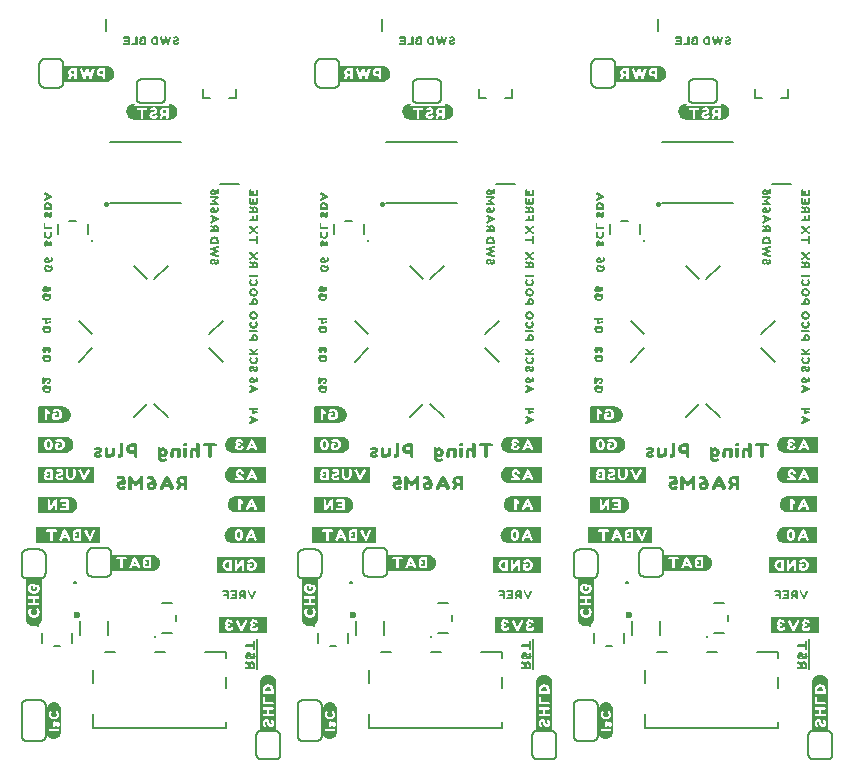
<source format=gbo>
G04 EAGLE Gerber RS-274X export*
G75*
%MOMM*%
%FSLAX34Y34*%
%LPD*%
%INSilkscreen Bottom*%
%IPPOS*%
%AMOC8*
5,1,8,0,0,1.08239X$1,22.5*%
G01*
%ADD10C,0.200000*%
%ADD11C,0.254000*%
%ADD12C,0.203200*%
%ADD13C,0.177800*%
%ADD14C,0.300000*%
%ADD15C,0.152400*%
%ADD16C,0.600000*%

G36*
X71147Y234187D02*
X71147Y234187D01*
X71142Y234194D01*
X71149Y234200D01*
X71149Y247700D01*
X71113Y247747D01*
X71110Y247745D01*
X71108Y247749D01*
X70508Y247849D01*
X70503Y247846D01*
X70500Y247849D01*
X16900Y247849D01*
X16853Y247813D01*
X16856Y247809D01*
X16853Y247806D01*
X16855Y247803D01*
X16851Y247800D01*
X16851Y234200D01*
X16887Y234153D01*
X16894Y234158D01*
X16900Y234151D01*
X71100Y234151D01*
X71147Y234187D01*
G37*
G36*
X304827Y234187D02*
X304827Y234187D01*
X304822Y234194D01*
X304829Y234200D01*
X304829Y247700D01*
X304793Y247747D01*
X304790Y247745D01*
X304788Y247749D01*
X304188Y247849D01*
X304183Y247846D01*
X304180Y247849D01*
X250580Y247849D01*
X250533Y247813D01*
X250536Y247809D01*
X250533Y247806D01*
X250535Y247803D01*
X250531Y247800D01*
X250531Y234200D01*
X250567Y234153D01*
X250574Y234158D01*
X250580Y234151D01*
X304780Y234151D01*
X304827Y234187D01*
G37*
G36*
X538507Y234187D02*
X538507Y234187D01*
X538502Y234194D01*
X538509Y234200D01*
X538509Y247700D01*
X538473Y247747D01*
X538470Y247745D01*
X538468Y247749D01*
X537868Y247849D01*
X537863Y247846D01*
X537860Y247849D01*
X484260Y247849D01*
X484213Y247813D01*
X484216Y247809D01*
X484213Y247806D01*
X484215Y247803D01*
X484211Y247800D01*
X484211Y234200D01*
X484247Y234153D01*
X484254Y234158D01*
X484260Y234151D01*
X538460Y234151D01*
X538507Y234187D01*
G37*
G36*
X66247Y285187D02*
X66247Y285187D01*
X66242Y285194D01*
X66249Y285200D01*
X66249Y298700D01*
X66213Y298747D01*
X66210Y298745D01*
X66208Y298749D01*
X65608Y298849D01*
X65603Y298846D01*
X65600Y298849D01*
X62900Y298849D01*
X62870Y298827D01*
X62858Y298825D01*
X62840Y298796D01*
X62835Y298835D01*
X62813Y298832D01*
X62800Y298849D01*
X18800Y298849D01*
X18753Y298813D01*
X18756Y298809D01*
X18753Y298806D01*
X18755Y298803D01*
X18751Y298800D01*
X18751Y285300D01*
X18787Y285253D01*
X18790Y285255D01*
X18792Y285251D01*
X19392Y285151D01*
X19397Y285154D01*
X19400Y285151D01*
X66200Y285151D01*
X66247Y285187D01*
G37*
G36*
X533607Y285187D02*
X533607Y285187D01*
X533602Y285194D01*
X533609Y285200D01*
X533609Y298700D01*
X533573Y298747D01*
X533570Y298745D01*
X533568Y298749D01*
X532968Y298849D01*
X532963Y298846D01*
X532960Y298849D01*
X530260Y298849D01*
X530230Y298827D01*
X530218Y298825D01*
X530200Y298796D01*
X530195Y298835D01*
X530173Y298832D01*
X530160Y298849D01*
X486160Y298849D01*
X486113Y298813D01*
X486116Y298809D01*
X486113Y298806D01*
X486115Y298803D01*
X486111Y298800D01*
X486111Y285300D01*
X486147Y285253D01*
X486150Y285255D01*
X486152Y285251D01*
X486752Y285151D01*
X486757Y285154D01*
X486760Y285151D01*
X533560Y285151D01*
X533607Y285187D01*
G37*
G36*
X299927Y285187D02*
X299927Y285187D01*
X299922Y285194D01*
X299929Y285200D01*
X299929Y298700D01*
X299893Y298747D01*
X299890Y298745D01*
X299888Y298749D01*
X299288Y298849D01*
X299283Y298846D01*
X299280Y298849D01*
X296580Y298849D01*
X296550Y298827D01*
X296538Y298825D01*
X296520Y298796D01*
X296515Y298835D01*
X296493Y298832D01*
X296480Y298849D01*
X252480Y298849D01*
X252433Y298813D01*
X252436Y298809D01*
X252433Y298806D01*
X252435Y298803D01*
X252431Y298800D01*
X252431Y285300D01*
X252467Y285253D01*
X252470Y285255D01*
X252472Y285251D01*
X253072Y285151D01*
X253077Y285154D01*
X253080Y285151D01*
X299880Y285151D01*
X299927Y285187D01*
G37*
G36*
X220247Y74487D02*
X220247Y74487D01*
X220244Y74491D01*
X220249Y74493D01*
X220349Y75193D01*
X220346Y75198D01*
X220349Y75200D01*
X220349Y116500D01*
X220346Y116504D01*
X220349Y116507D01*
X220249Y117207D01*
X220245Y117211D01*
X220247Y117214D01*
X220047Y117914D01*
X220046Y117915D01*
X220047Y117916D01*
X219847Y118516D01*
X219842Y118519D01*
X219844Y118522D01*
X219244Y119722D01*
X219240Y119724D01*
X219241Y119727D01*
X218841Y120327D01*
X218838Y120328D01*
X218838Y120331D01*
X218438Y120831D01*
X218431Y120833D01*
X218431Y120838D01*
X217931Y121238D01*
X217332Y121738D01*
X217326Y121738D01*
X217325Y121742D01*
X216825Y122042D01*
X216820Y122042D01*
X216819Y122045D01*
X216119Y122345D01*
X216116Y122345D01*
X216116Y122347D01*
X214916Y122747D01*
X214909Y122745D01*
X214907Y122749D01*
X214207Y122849D01*
X214202Y122846D01*
X214200Y122849D01*
X212800Y122849D01*
X212795Y122846D01*
X212792Y122849D01*
X212192Y122749D01*
X212189Y122745D01*
X212186Y122747D01*
X211486Y122547D01*
X211485Y122546D01*
X211484Y122547D01*
X210884Y122347D01*
X210881Y122342D01*
X210878Y122344D01*
X209678Y121744D01*
X209676Y121740D01*
X209673Y121741D01*
X209073Y121341D01*
X209069Y121331D01*
X209062Y121331D01*
X208663Y120833D01*
X208165Y120335D01*
X208164Y120328D01*
X208159Y120327D01*
X207759Y119727D01*
X207759Y119726D01*
X207758Y119725D01*
X207458Y119225D01*
X207458Y119220D01*
X207455Y119219D01*
X207155Y118519D01*
X207156Y118516D01*
X207153Y118516D01*
X206953Y117916D01*
X206954Y117914D01*
X206953Y117914D01*
X206950Y117903D01*
X206907Y117755D01*
X206893Y117706D01*
X206851Y117558D01*
X206809Y117410D01*
X206795Y117361D01*
X206753Y117214D01*
X206753Y117213D01*
X206753Y117212D01*
X206754Y117210D01*
X206751Y117208D01*
X206651Y116608D01*
X206654Y116603D01*
X206651Y116600D01*
X206651Y74600D01*
X206687Y74553D01*
X206691Y74556D01*
X206693Y74551D01*
X207393Y74451D01*
X207398Y74454D01*
X207400Y74451D01*
X220200Y74451D01*
X220247Y74487D01*
G37*
G36*
X687607Y74487D02*
X687607Y74487D01*
X687604Y74491D01*
X687609Y74493D01*
X687709Y75193D01*
X687706Y75198D01*
X687709Y75200D01*
X687709Y116500D01*
X687706Y116504D01*
X687709Y116507D01*
X687609Y117207D01*
X687605Y117211D01*
X687607Y117214D01*
X687407Y117914D01*
X687406Y117915D01*
X687407Y117916D01*
X687207Y118516D01*
X687202Y118519D01*
X687204Y118522D01*
X686604Y119722D01*
X686600Y119724D01*
X686601Y119727D01*
X686201Y120327D01*
X686198Y120328D01*
X686198Y120331D01*
X685798Y120831D01*
X685791Y120833D01*
X685791Y120838D01*
X685291Y121238D01*
X684692Y121738D01*
X684686Y121738D01*
X684685Y121742D01*
X684185Y122042D01*
X684180Y122042D01*
X684179Y122045D01*
X683479Y122345D01*
X683476Y122345D01*
X683476Y122347D01*
X682276Y122747D01*
X682269Y122745D01*
X682267Y122749D01*
X681567Y122849D01*
X681562Y122846D01*
X681560Y122849D01*
X680160Y122849D01*
X680155Y122846D01*
X680152Y122849D01*
X679552Y122749D01*
X679549Y122745D01*
X679546Y122747D01*
X678846Y122547D01*
X678845Y122546D01*
X678844Y122547D01*
X678244Y122347D01*
X678241Y122342D01*
X678238Y122344D01*
X677038Y121744D01*
X677036Y121740D01*
X677033Y121741D01*
X676433Y121341D01*
X676429Y121331D01*
X676422Y121331D01*
X676023Y120833D01*
X675525Y120335D01*
X675524Y120328D01*
X675519Y120327D01*
X675119Y119727D01*
X675119Y119726D01*
X675118Y119725D01*
X674818Y119225D01*
X674818Y119220D01*
X674815Y119219D01*
X674515Y118519D01*
X674516Y118516D01*
X674513Y118516D01*
X674313Y117916D01*
X674314Y117914D01*
X674313Y117914D01*
X674310Y117903D01*
X674267Y117755D01*
X674253Y117706D01*
X674211Y117558D01*
X674169Y117410D01*
X674155Y117361D01*
X674113Y117214D01*
X674113Y117213D01*
X674113Y117212D01*
X674114Y117210D01*
X674111Y117208D01*
X674011Y116608D01*
X674014Y116603D01*
X674011Y116600D01*
X674011Y74600D01*
X674047Y74553D01*
X674051Y74556D01*
X674053Y74551D01*
X674753Y74451D01*
X674758Y74454D01*
X674760Y74451D01*
X687560Y74451D01*
X687607Y74487D01*
G37*
G36*
X453927Y74487D02*
X453927Y74487D01*
X453924Y74491D01*
X453929Y74493D01*
X454029Y75193D01*
X454026Y75198D01*
X454029Y75200D01*
X454029Y116500D01*
X454026Y116504D01*
X454029Y116507D01*
X453929Y117207D01*
X453925Y117211D01*
X453927Y117214D01*
X453727Y117914D01*
X453726Y117915D01*
X453727Y117916D01*
X453527Y118516D01*
X453522Y118519D01*
X453524Y118522D01*
X452924Y119722D01*
X452920Y119724D01*
X452921Y119727D01*
X452521Y120327D01*
X452518Y120328D01*
X452518Y120331D01*
X452118Y120831D01*
X452111Y120833D01*
X452111Y120838D01*
X451611Y121238D01*
X451012Y121738D01*
X451006Y121738D01*
X451005Y121742D01*
X450505Y122042D01*
X450500Y122042D01*
X450499Y122045D01*
X449799Y122345D01*
X449796Y122345D01*
X449796Y122347D01*
X448596Y122747D01*
X448589Y122745D01*
X448587Y122749D01*
X447887Y122849D01*
X447882Y122846D01*
X447880Y122849D01*
X446480Y122849D01*
X446475Y122846D01*
X446472Y122849D01*
X445872Y122749D01*
X445869Y122745D01*
X445866Y122747D01*
X445166Y122547D01*
X445165Y122546D01*
X445164Y122547D01*
X444564Y122347D01*
X444561Y122342D01*
X444558Y122344D01*
X443358Y121744D01*
X443356Y121740D01*
X443353Y121741D01*
X442753Y121341D01*
X442749Y121331D01*
X442742Y121331D01*
X442343Y120833D01*
X441845Y120335D01*
X441844Y120328D01*
X441839Y120327D01*
X441439Y119727D01*
X441439Y119726D01*
X441438Y119725D01*
X441138Y119225D01*
X441138Y119220D01*
X441135Y119219D01*
X440835Y118519D01*
X440836Y118516D01*
X440833Y118516D01*
X440633Y117916D01*
X440634Y117914D01*
X440633Y117914D01*
X440630Y117903D01*
X440587Y117755D01*
X440573Y117706D01*
X440531Y117558D01*
X440489Y117410D01*
X440475Y117361D01*
X440433Y117214D01*
X440433Y117213D01*
X440433Y117212D01*
X440434Y117210D01*
X440431Y117208D01*
X440331Y116608D01*
X440334Y116603D01*
X440331Y116600D01*
X440331Y74600D01*
X440367Y74553D01*
X440371Y74556D01*
X440373Y74551D01*
X441073Y74451D01*
X441078Y74454D01*
X441080Y74451D01*
X453880Y74451D01*
X453927Y74487D01*
G37*
G36*
X76204Y624654D02*
X76204Y624654D01*
X76207Y624651D01*
X77607Y624851D01*
X77608Y624852D01*
X77608Y624851D01*
X78208Y624951D01*
X78211Y624955D01*
X78214Y624953D01*
X78914Y625153D01*
X78918Y625158D01*
X78922Y625156D01*
X79522Y625456D01*
X79525Y625463D01*
X79531Y625462D01*
X80029Y625860D01*
X80627Y626259D01*
X80628Y626262D01*
X80631Y626262D01*
X81131Y626662D01*
X81133Y626669D01*
X81138Y626669D01*
X81538Y627169D01*
X81539Y627173D01*
X81541Y627173D01*
X82341Y628373D01*
X82341Y628377D01*
X82344Y628378D01*
X82644Y628978D01*
X82643Y628983D01*
X82647Y628984D01*
X82847Y629584D01*
X82845Y629591D01*
X82849Y629593D01*
X83049Y630993D01*
X83046Y630998D01*
X83049Y631000D01*
X83049Y632300D01*
X83046Y632304D01*
X83049Y632307D01*
X82949Y633007D01*
X82944Y633012D01*
X82947Y633016D01*
X82747Y633616D01*
X82744Y633617D01*
X82745Y633619D01*
X82445Y634319D01*
X82443Y634321D01*
X82444Y634322D01*
X82144Y634922D01*
X82141Y634923D01*
X82142Y634925D01*
X81842Y635425D01*
X81841Y635426D01*
X81841Y635427D01*
X81441Y636027D01*
X81434Y636030D01*
X81435Y636035D01*
X80935Y636535D01*
X80931Y636535D01*
X80931Y636538D01*
X80431Y636938D01*
X80427Y636939D01*
X80427Y636941D01*
X79827Y637341D01*
X79823Y637341D01*
X79822Y637344D01*
X78622Y637944D01*
X78615Y637943D01*
X78614Y637947D01*
X77914Y638147D01*
X77910Y638146D01*
X77908Y638149D01*
X77308Y638249D01*
X77307Y638248D01*
X77307Y638249D01*
X76607Y638349D01*
X76602Y638346D01*
X76600Y638349D01*
X39700Y638349D01*
X39691Y638342D01*
X39682Y638336D01*
X39670Y638339D01*
X39270Y638039D01*
X39265Y638020D01*
X39253Y638011D01*
X39257Y638005D01*
X39251Y638000D01*
X39251Y625100D01*
X39267Y625079D01*
X39265Y625065D01*
X39665Y624665D01*
X39692Y624662D01*
X39700Y624651D01*
X76200Y624651D01*
X76204Y624654D01*
G37*
G36*
X309884Y624654D02*
X309884Y624654D01*
X309887Y624651D01*
X311287Y624851D01*
X311288Y624852D01*
X311288Y624851D01*
X311888Y624951D01*
X311891Y624955D01*
X311894Y624953D01*
X312594Y625153D01*
X312598Y625158D01*
X312602Y625156D01*
X313202Y625456D01*
X313205Y625463D01*
X313211Y625462D01*
X313709Y625860D01*
X314307Y626259D01*
X314308Y626262D01*
X314311Y626262D01*
X314811Y626662D01*
X314813Y626669D01*
X314818Y626669D01*
X315218Y627169D01*
X315219Y627173D01*
X315221Y627173D01*
X316021Y628373D01*
X316021Y628377D01*
X316024Y628378D01*
X316324Y628978D01*
X316323Y628983D01*
X316327Y628984D01*
X316527Y629584D01*
X316525Y629591D01*
X316529Y629593D01*
X316729Y630993D01*
X316726Y630998D01*
X316729Y631000D01*
X316729Y632300D01*
X316726Y632304D01*
X316729Y632307D01*
X316629Y633007D01*
X316624Y633012D01*
X316627Y633016D01*
X316427Y633616D01*
X316424Y633617D01*
X316425Y633619D01*
X316125Y634319D01*
X316123Y634321D01*
X316124Y634322D01*
X315824Y634922D01*
X315821Y634923D01*
X315822Y634925D01*
X315522Y635425D01*
X315521Y635426D01*
X315521Y635427D01*
X315121Y636027D01*
X315114Y636030D01*
X315115Y636035D01*
X314615Y636535D01*
X314611Y636535D01*
X314611Y636538D01*
X314111Y636938D01*
X314107Y636939D01*
X314107Y636941D01*
X313507Y637341D01*
X313503Y637341D01*
X313502Y637344D01*
X312302Y637944D01*
X312295Y637943D01*
X312294Y637947D01*
X311594Y638147D01*
X311590Y638146D01*
X311588Y638149D01*
X310988Y638249D01*
X310987Y638248D01*
X310987Y638249D01*
X310287Y638349D01*
X310282Y638346D01*
X310280Y638349D01*
X273380Y638349D01*
X273371Y638342D01*
X273362Y638336D01*
X273350Y638339D01*
X272950Y638039D01*
X272945Y638020D01*
X272933Y638011D01*
X272937Y638005D01*
X272931Y638000D01*
X272931Y625100D01*
X272947Y625079D01*
X272945Y625065D01*
X273345Y624665D01*
X273372Y624662D01*
X273380Y624651D01*
X309880Y624651D01*
X309884Y624654D01*
G37*
G36*
X543564Y624654D02*
X543564Y624654D01*
X543567Y624651D01*
X544967Y624851D01*
X544968Y624852D01*
X544968Y624851D01*
X545568Y624951D01*
X545571Y624955D01*
X545574Y624953D01*
X546274Y625153D01*
X546278Y625158D01*
X546282Y625156D01*
X546882Y625456D01*
X546885Y625463D01*
X546891Y625462D01*
X547389Y625860D01*
X547987Y626259D01*
X547988Y626262D01*
X547991Y626262D01*
X548491Y626662D01*
X548493Y626669D01*
X548498Y626669D01*
X548898Y627169D01*
X548899Y627173D01*
X548901Y627173D01*
X549701Y628373D01*
X549701Y628377D01*
X549704Y628378D01*
X550004Y628978D01*
X550003Y628983D01*
X550007Y628984D01*
X550207Y629584D01*
X550205Y629591D01*
X550209Y629593D01*
X550409Y630993D01*
X550406Y630998D01*
X550409Y631000D01*
X550409Y632300D01*
X550406Y632304D01*
X550409Y632307D01*
X550309Y633007D01*
X550304Y633012D01*
X550307Y633016D01*
X550107Y633616D01*
X550104Y633617D01*
X550105Y633619D01*
X549805Y634319D01*
X549803Y634321D01*
X549804Y634322D01*
X549504Y634922D01*
X549501Y634923D01*
X549502Y634925D01*
X549202Y635425D01*
X549201Y635426D01*
X549201Y635427D01*
X548801Y636027D01*
X548794Y636030D01*
X548795Y636035D01*
X548295Y636535D01*
X548291Y636535D01*
X548291Y636538D01*
X547791Y636938D01*
X547787Y636939D01*
X547787Y636941D01*
X547187Y637341D01*
X547183Y637341D01*
X547182Y637344D01*
X545982Y637944D01*
X545975Y637943D01*
X545974Y637947D01*
X545274Y638147D01*
X545270Y638146D01*
X545268Y638149D01*
X544668Y638249D01*
X544667Y638248D01*
X544667Y638249D01*
X543967Y638349D01*
X543962Y638346D01*
X543960Y638349D01*
X507060Y638349D01*
X507051Y638342D01*
X507042Y638336D01*
X507030Y638339D01*
X506630Y638039D01*
X506625Y638020D01*
X506613Y638011D01*
X506617Y638005D01*
X506611Y638000D01*
X506611Y625100D01*
X506627Y625079D01*
X506625Y625065D01*
X507025Y624665D01*
X507052Y624662D01*
X507060Y624651D01*
X543560Y624651D01*
X543564Y624654D01*
G37*
G36*
X677865Y208654D02*
X677865Y208654D01*
X677868Y208651D01*
X678468Y208751D01*
X678509Y208795D01*
X678506Y208798D01*
X678509Y208800D01*
X678509Y222300D01*
X678473Y222347D01*
X678466Y222342D01*
X678460Y222349D01*
X675160Y222349D01*
X675141Y222335D01*
X675128Y222337D01*
X675104Y222316D01*
X675105Y222321D01*
X675077Y222327D01*
X675060Y222349D01*
X637860Y222349D01*
X637855Y222346D01*
X637852Y222349D01*
X637252Y222249D01*
X637215Y222210D01*
X637213Y222208D01*
X637213Y222207D01*
X637211Y222205D01*
X637214Y222203D01*
X637211Y222200D01*
X637211Y208700D01*
X637247Y208653D01*
X637254Y208658D01*
X637260Y208651D01*
X677860Y208651D01*
X677865Y208654D01*
G37*
G36*
X444185Y208654D02*
X444185Y208654D01*
X444188Y208651D01*
X444788Y208751D01*
X444829Y208795D01*
X444826Y208798D01*
X444829Y208800D01*
X444829Y222300D01*
X444793Y222347D01*
X444786Y222342D01*
X444780Y222349D01*
X441480Y222349D01*
X441461Y222335D01*
X441448Y222337D01*
X441424Y222316D01*
X441425Y222321D01*
X441397Y222327D01*
X441380Y222349D01*
X404180Y222349D01*
X404175Y222346D01*
X404172Y222349D01*
X403572Y222249D01*
X403535Y222210D01*
X403533Y222208D01*
X403533Y222207D01*
X403531Y222205D01*
X403534Y222203D01*
X403531Y222200D01*
X403531Y208700D01*
X403567Y208653D01*
X403574Y208658D01*
X403580Y208651D01*
X444180Y208651D01*
X444185Y208654D01*
G37*
G36*
X210505Y208654D02*
X210505Y208654D01*
X210508Y208651D01*
X211108Y208751D01*
X211149Y208795D01*
X211146Y208798D01*
X211149Y208800D01*
X211149Y222300D01*
X211113Y222347D01*
X211106Y222342D01*
X211100Y222349D01*
X207800Y222349D01*
X207781Y222335D01*
X207768Y222337D01*
X207744Y222316D01*
X207745Y222321D01*
X207717Y222327D01*
X207700Y222349D01*
X170500Y222349D01*
X170495Y222346D01*
X170492Y222349D01*
X169892Y222249D01*
X169855Y222210D01*
X169853Y222208D01*
X169853Y222207D01*
X169851Y222205D01*
X169854Y222203D01*
X169851Y222200D01*
X169851Y208700D01*
X169887Y208653D01*
X169894Y208658D01*
X169900Y208651D01*
X210500Y208651D01*
X210505Y208654D01*
G37*
G36*
X348582Y210652D02*
X348582Y210652D01*
X348584Y210651D01*
X348587Y210656D01*
X348627Y210687D01*
X348616Y210701D01*
X348623Y210712D01*
X348634Y210683D01*
X348676Y210656D01*
X348680Y210651D01*
X349280Y210651D01*
X349284Y210654D01*
X349287Y210651D01*
X349987Y210751D01*
X349991Y210755D01*
X349994Y210753D01*
X350694Y210953D01*
X350695Y210954D01*
X350696Y210953D01*
X351296Y211153D01*
X351299Y211158D01*
X351302Y211156D01*
X352502Y211756D01*
X352505Y211763D01*
X352511Y211762D01*
X353011Y212162D01*
X353012Y212162D01*
X353612Y212662D01*
X353613Y212669D01*
X353618Y212669D01*
X354418Y213669D01*
X354419Y213673D01*
X354421Y213673D01*
X354821Y214273D01*
X354821Y214277D01*
X354824Y214278D01*
X355124Y214878D01*
X355123Y214883D01*
X355127Y214884D01*
X355327Y215484D01*
X355326Y215486D01*
X355327Y215486D01*
X355335Y215513D01*
X355377Y215661D01*
X355391Y215710D01*
X355433Y215858D01*
X355434Y215858D01*
X355433Y215858D01*
X355476Y216006D01*
X355490Y216055D01*
X355527Y216186D01*
X355526Y216190D01*
X355529Y216192D01*
X355629Y216792D01*
X355626Y216797D01*
X355629Y216800D01*
X355629Y218200D01*
X355626Y218204D01*
X355629Y218207D01*
X355529Y218907D01*
X355524Y218912D01*
X355527Y218916D01*
X355327Y219515D01*
X355127Y220214D01*
X355122Y220218D01*
X355124Y220222D01*
X354824Y220822D01*
X354817Y220825D01*
X354818Y220831D01*
X354420Y221329D01*
X354021Y221927D01*
X354014Y221930D01*
X354015Y221935D01*
X353515Y222435D01*
X353511Y222435D01*
X353511Y222438D01*
X352511Y223238D01*
X352503Y223239D01*
X352502Y223244D01*
X351302Y223844D01*
X351295Y223843D01*
X351294Y223847D01*
X350595Y224047D01*
X349996Y224247D01*
X349989Y224245D01*
X349987Y224249D01*
X349287Y224349D01*
X349282Y224346D01*
X349280Y224349D01*
X313580Y224349D01*
X313571Y224342D01*
X313563Y224337D01*
X313562Y224336D01*
X313550Y224339D01*
X313150Y224039D01*
X313145Y224020D01*
X313133Y224011D01*
X313137Y224005D01*
X313131Y224000D01*
X313131Y211200D01*
X313139Y211189D01*
X313134Y211182D01*
X313334Y210682D01*
X313375Y210657D01*
X313380Y210651D01*
X348580Y210651D01*
X348582Y210652D01*
G37*
G36*
X582262Y210652D02*
X582262Y210652D01*
X582264Y210651D01*
X582267Y210656D01*
X582307Y210687D01*
X582296Y210701D01*
X582303Y210712D01*
X582314Y210683D01*
X582356Y210656D01*
X582360Y210651D01*
X582960Y210651D01*
X582964Y210654D01*
X582967Y210651D01*
X583667Y210751D01*
X583671Y210755D01*
X583674Y210753D01*
X584374Y210953D01*
X584375Y210954D01*
X584376Y210953D01*
X584976Y211153D01*
X584979Y211158D01*
X584982Y211156D01*
X586182Y211756D01*
X586185Y211763D01*
X586191Y211762D01*
X586691Y212162D01*
X586692Y212162D01*
X587292Y212662D01*
X587293Y212669D01*
X587298Y212669D01*
X588098Y213669D01*
X588099Y213673D01*
X588101Y213673D01*
X588501Y214273D01*
X588501Y214277D01*
X588504Y214278D01*
X588804Y214878D01*
X588803Y214883D01*
X588807Y214884D01*
X589007Y215484D01*
X589006Y215486D01*
X589007Y215486D01*
X589015Y215513D01*
X589057Y215661D01*
X589071Y215710D01*
X589113Y215858D01*
X589114Y215858D01*
X589113Y215858D01*
X589156Y216006D01*
X589170Y216055D01*
X589207Y216186D01*
X589206Y216190D01*
X589209Y216192D01*
X589309Y216792D01*
X589306Y216797D01*
X589309Y216800D01*
X589309Y218200D01*
X589306Y218204D01*
X589309Y218207D01*
X589209Y218907D01*
X589204Y218912D01*
X589207Y218916D01*
X589007Y219515D01*
X588807Y220214D01*
X588802Y220218D01*
X588804Y220222D01*
X588504Y220822D01*
X588497Y220825D01*
X588498Y220831D01*
X588100Y221329D01*
X587701Y221927D01*
X587694Y221930D01*
X587695Y221935D01*
X587195Y222435D01*
X587191Y222435D01*
X587191Y222438D01*
X586191Y223238D01*
X586183Y223239D01*
X586182Y223244D01*
X584982Y223844D01*
X584975Y223843D01*
X584974Y223847D01*
X584275Y224047D01*
X583676Y224247D01*
X583669Y224245D01*
X583667Y224249D01*
X582967Y224349D01*
X582962Y224346D01*
X582960Y224349D01*
X547260Y224349D01*
X547251Y224342D01*
X547243Y224337D01*
X547242Y224336D01*
X547230Y224339D01*
X546830Y224039D01*
X546825Y224020D01*
X546813Y224011D01*
X546817Y224005D01*
X546811Y224000D01*
X546811Y211200D01*
X546819Y211189D01*
X546814Y211182D01*
X547014Y210682D01*
X547055Y210657D01*
X547060Y210651D01*
X582260Y210651D01*
X582262Y210652D01*
G37*
G36*
X114902Y210652D02*
X114902Y210652D01*
X114904Y210651D01*
X114907Y210656D01*
X114947Y210687D01*
X114936Y210701D01*
X114943Y210712D01*
X114954Y210683D01*
X114996Y210656D01*
X115000Y210651D01*
X115600Y210651D01*
X115604Y210654D01*
X115607Y210651D01*
X116307Y210751D01*
X116311Y210755D01*
X116314Y210753D01*
X117014Y210953D01*
X117015Y210954D01*
X117016Y210953D01*
X117616Y211153D01*
X117619Y211158D01*
X117622Y211156D01*
X118822Y211756D01*
X118825Y211763D01*
X118831Y211762D01*
X119331Y212162D01*
X119332Y212162D01*
X119932Y212662D01*
X119933Y212669D01*
X119938Y212669D01*
X120738Y213669D01*
X120739Y213673D01*
X120741Y213673D01*
X121141Y214273D01*
X121141Y214277D01*
X121144Y214278D01*
X121444Y214878D01*
X121443Y214883D01*
X121447Y214884D01*
X121647Y215484D01*
X121646Y215486D01*
X121647Y215486D01*
X121655Y215513D01*
X121697Y215661D01*
X121711Y215710D01*
X121753Y215858D01*
X121754Y215858D01*
X121753Y215858D01*
X121796Y216006D01*
X121810Y216055D01*
X121847Y216186D01*
X121846Y216190D01*
X121849Y216192D01*
X121949Y216792D01*
X121946Y216797D01*
X121949Y216800D01*
X121949Y218200D01*
X121946Y218204D01*
X121949Y218207D01*
X121849Y218907D01*
X121844Y218912D01*
X121847Y218916D01*
X121647Y219515D01*
X121447Y220214D01*
X121442Y220218D01*
X121444Y220222D01*
X121144Y220822D01*
X121137Y220825D01*
X121138Y220831D01*
X120740Y221329D01*
X120341Y221927D01*
X120334Y221930D01*
X120335Y221935D01*
X119835Y222435D01*
X119831Y222435D01*
X119831Y222438D01*
X118831Y223238D01*
X118823Y223239D01*
X118822Y223244D01*
X117622Y223844D01*
X117615Y223843D01*
X117614Y223847D01*
X116915Y224047D01*
X116316Y224247D01*
X116309Y224245D01*
X116307Y224249D01*
X115607Y224349D01*
X115602Y224346D01*
X115600Y224349D01*
X79900Y224349D01*
X79891Y224342D01*
X79883Y224337D01*
X79882Y224336D01*
X79870Y224339D01*
X79470Y224039D01*
X79465Y224020D01*
X79453Y224011D01*
X79457Y224005D01*
X79451Y224000D01*
X79451Y211200D01*
X79459Y211189D01*
X79454Y211182D01*
X79654Y210682D01*
X79695Y210657D01*
X79700Y210651D01*
X114900Y210651D01*
X114902Y210652D01*
G37*
G36*
X679171Y157659D02*
X679171Y157659D01*
X679178Y157654D01*
X679678Y157854D01*
X679693Y157878D01*
X679700Y157884D01*
X679698Y157887D01*
X679703Y157895D01*
X679709Y157900D01*
X679709Y170800D01*
X679701Y170811D01*
X679706Y170818D01*
X679506Y171318D01*
X679465Y171343D01*
X679460Y171349D01*
X639660Y171349D01*
X639655Y171346D01*
X639652Y171349D01*
X639052Y171249D01*
X639015Y171210D01*
X639013Y171208D01*
X639013Y171207D01*
X639011Y171205D01*
X639014Y171203D01*
X639011Y171200D01*
X639011Y158300D01*
X639014Y158295D01*
X639011Y158292D01*
X639111Y157692D01*
X639155Y157651D01*
X639158Y157654D01*
X639160Y157651D01*
X679160Y157651D01*
X679171Y157659D01*
G37*
G36*
X211811Y157659D02*
X211811Y157659D01*
X211818Y157654D01*
X212318Y157854D01*
X212333Y157878D01*
X212340Y157884D01*
X212338Y157887D01*
X212343Y157895D01*
X212349Y157900D01*
X212349Y170800D01*
X212341Y170811D01*
X212346Y170818D01*
X212146Y171318D01*
X212105Y171343D01*
X212100Y171349D01*
X172300Y171349D01*
X172295Y171346D01*
X172292Y171349D01*
X171692Y171249D01*
X171655Y171210D01*
X171653Y171208D01*
X171653Y171207D01*
X171651Y171205D01*
X171654Y171203D01*
X171651Y171200D01*
X171651Y158300D01*
X171654Y158295D01*
X171651Y158292D01*
X171751Y157692D01*
X171795Y157651D01*
X171798Y157654D01*
X171800Y157651D01*
X211800Y157651D01*
X211811Y157659D01*
G37*
G36*
X445491Y157659D02*
X445491Y157659D01*
X445498Y157654D01*
X445998Y157854D01*
X446013Y157878D01*
X446020Y157884D01*
X446018Y157887D01*
X446023Y157895D01*
X446029Y157900D01*
X446029Y170800D01*
X446021Y170811D01*
X446026Y170818D01*
X445826Y171318D01*
X445785Y171343D01*
X445780Y171349D01*
X405980Y171349D01*
X405975Y171346D01*
X405972Y171349D01*
X405372Y171249D01*
X405335Y171210D01*
X405333Y171208D01*
X405333Y171207D01*
X405331Y171205D01*
X405334Y171203D01*
X405331Y171200D01*
X405331Y158300D01*
X405334Y158295D01*
X405331Y158292D01*
X405431Y157692D01*
X405475Y157651D01*
X405478Y157654D01*
X405480Y157651D01*
X445480Y157651D01*
X445491Y157659D01*
G37*
G36*
X129908Y592657D02*
X129908Y592657D01*
X129917Y592654D01*
X129921Y592667D01*
X129947Y592687D01*
X129933Y592706D01*
X129933Y592707D01*
X129961Y592670D01*
X130000Y592659D01*
X130008Y592651D01*
X130608Y592751D01*
X131307Y592851D01*
X131312Y592856D01*
X131316Y592853D01*
X131915Y593053D01*
X132614Y593253D01*
X132618Y593258D01*
X132622Y593256D01*
X133222Y593556D01*
X133225Y593563D01*
X133231Y593562D01*
X133729Y593960D01*
X134327Y594359D01*
X134331Y594369D01*
X134338Y594369D01*
X134737Y594867D01*
X135235Y595365D01*
X135236Y595372D01*
X135241Y595373D01*
X135641Y595973D01*
X135641Y595977D01*
X135644Y595978D01*
X135944Y596578D01*
X135943Y596583D01*
X135947Y596584D01*
X136147Y597184D01*
X136146Y597186D01*
X136147Y597186D01*
X136156Y597218D01*
X136198Y597365D01*
X136199Y597365D01*
X136198Y597365D01*
X136241Y597513D01*
X136255Y597562D01*
X136297Y597710D01*
X136339Y597858D01*
X136347Y597885D01*
X136547Y598484D01*
X136543Y598495D01*
X136547Y598498D01*
X136549Y598500D01*
X136549Y600500D01*
X136543Y600508D01*
X136547Y600514D01*
X136347Y601214D01*
X136346Y601215D01*
X136347Y601216D01*
X136147Y601815D01*
X135947Y602514D01*
X135939Y602520D01*
X135941Y602527D01*
X135541Y603127D01*
X135538Y603128D01*
X135538Y603131D01*
X134738Y604131D01*
X134734Y604132D01*
X134735Y604135D01*
X134235Y604635D01*
X134231Y604635D01*
X134231Y604638D01*
X133731Y605038D01*
X133727Y605039D01*
X133727Y605041D01*
X133127Y605441D01*
X133123Y605441D01*
X133122Y605444D01*
X132522Y605744D01*
X132517Y605743D01*
X132516Y605747D01*
X131916Y605947D01*
X131914Y605946D01*
X131914Y605947D01*
X131214Y606147D01*
X131210Y606146D01*
X131208Y606149D01*
X130608Y606249D01*
X130607Y606248D01*
X130607Y606249D01*
X129907Y606349D01*
X129902Y606346D01*
X129900Y606349D01*
X100000Y606349D01*
X99996Y606346D01*
X99993Y606349D01*
X99293Y606249D01*
X99292Y606248D01*
X99292Y606249D01*
X98692Y606149D01*
X98689Y606145D01*
X98686Y606147D01*
X97986Y605947D01*
X97982Y605942D01*
X97978Y605944D01*
X96178Y605044D01*
X96173Y605034D01*
X96165Y605035D01*
X95165Y604035D01*
X95165Y604031D01*
X95162Y604031D01*
X94362Y603031D01*
X94361Y603023D01*
X94356Y603022D01*
X94056Y602422D01*
X94056Y602420D01*
X94055Y602419D01*
X93755Y601719D01*
X93756Y601716D01*
X93753Y601716D01*
X93553Y601116D01*
X93555Y601109D01*
X93551Y601107D01*
X93451Y600407D01*
X93454Y600402D01*
X93451Y600400D01*
X93451Y599100D01*
X93454Y599096D01*
X93451Y599093D01*
X93651Y597693D01*
X93656Y597688D01*
X93653Y597684D01*
X93853Y597084D01*
X93858Y597081D01*
X93856Y597078D01*
X94456Y595878D01*
X94460Y595876D01*
X94459Y595873D01*
X94859Y595273D01*
X94862Y595272D01*
X94862Y595269D01*
X95262Y594769D01*
X95269Y594767D01*
X95269Y594762D01*
X95769Y594362D01*
X96368Y593862D01*
X96374Y593862D01*
X96375Y593858D01*
X96875Y593558D01*
X96878Y593558D01*
X96878Y593556D01*
X97478Y593256D01*
X97480Y593256D01*
X97481Y593255D01*
X98181Y592955D01*
X98189Y592957D01*
X98192Y592951D01*
X98792Y592851D01*
X98793Y592852D01*
X98793Y592851D01*
X100193Y592651D01*
X100198Y592654D01*
X100200Y592651D01*
X129900Y592651D01*
X129908Y592657D01*
G37*
G36*
X363588Y592657D02*
X363588Y592657D01*
X363597Y592654D01*
X363601Y592667D01*
X363627Y592687D01*
X363613Y592706D01*
X363613Y592707D01*
X363641Y592670D01*
X363680Y592659D01*
X363688Y592651D01*
X364288Y592751D01*
X364987Y592851D01*
X364992Y592856D01*
X364996Y592853D01*
X365595Y593053D01*
X366294Y593253D01*
X366298Y593258D01*
X366302Y593256D01*
X366902Y593556D01*
X366905Y593563D01*
X366911Y593562D01*
X367409Y593960D01*
X368007Y594359D01*
X368011Y594369D01*
X368018Y594369D01*
X368417Y594867D01*
X368915Y595365D01*
X368916Y595372D01*
X368921Y595373D01*
X369321Y595973D01*
X369321Y595977D01*
X369324Y595978D01*
X369624Y596578D01*
X369623Y596583D01*
X369627Y596584D01*
X369827Y597184D01*
X369826Y597186D01*
X369827Y597186D01*
X369836Y597218D01*
X369878Y597365D01*
X369879Y597365D01*
X369878Y597365D01*
X369921Y597513D01*
X369935Y597562D01*
X369977Y597710D01*
X370019Y597858D01*
X370027Y597885D01*
X370227Y598484D01*
X370223Y598495D01*
X370227Y598498D01*
X370229Y598500D01*
X370229Y600500D01*
X370223Y600508D01*
X370227Y600514D01*
X370027Y601214D01*
X370026Y601215D01*
X370027Y601216D01*
X369827Y601815D01*
X369627Y602514D01*
X369619Y602520D01*
X369621Y602527D01*
X369221Y603127D01*
X369218Y603128D01*
X369218Y603131D01*
X368418Y604131D01*
X368414Y604132D01*
X368415Y604135D01*
X367915Y604635D01*
X367911Y604635D01*
X367911Y604638D01*
X367411Y605038D01*
X367407Y605039D01*
X367407Y605041D01*
X366807Y605441D01*
X366803Y605441D01*
X366802Y605444D01*
X366202Y605744D01*
X366197Y605743D01*
X366196Y605747D01*
X365596Y605947D01*
X365594Y605946D01*
X365594Y605947D01*
X364894Y606147D01*
X364890Y606146D01*
X364888Y606149D01*
X364288Y606249D01*
X364287Y606248D01*
X364287Y606249D01*
X363587Y606349D01*
X363582Y606346D01*
X363580Y606349D01*
X333680Y606349D01*
X333676Y606346D01*
X333673Y606349D01*
X332973Y606249D01*
X332972Y606248D01*
X332972Y606249D01*
X332372Y606149D01*
X332369Y606145D01*
X332366Y606147D01*
X331666Y605947D01*
X331662Y605942D01*
X331658Y605944D01*
X329858Y605044D01*
X329853Y605034D01*
X329845Y605035D01*
X328845Y604035D01*
X328845Y604031D01*
X328842Y604031D01*
X328042Y603031D01*
X328041Y603023D01*
X328036Y603022D01*
X327736Y602422D01*
X327736Y602420D01*
X327735Y602419D01*
X327435Y601719D01*
X327436Y601716D01*
X327433Y601716D01*
X327233Y601116D01*
X327235Y601109D01*
X327231Y601107D01*
X327131Y600407D01*
X327134Y600402D01*
X327131Y600400D01*
X327131Y599100D01*
X327134Y599096D01*
X327131Y599093D01*
X327331Y597693D01*
X327336Y597688D01*
X327333Y597684D01*
X327533Y597084D01*
X327538Y597081D01*
X327536Y597078D01*
X328136Y595878D01*
X328140Y595876D01*
X328139Y595873D01*
X328539Y595273D01*
X328542Y595272D01*
X328542Y595269D01*
X328942Y594769D01*
X328949Y594767D01*
X328949Y594762D01*
X329449Y594362D01*
X330048Y593862D01*
X330054Y593862D01*
X330055Y593858D01*
X330555Y593558D01*
X330558Y593558D01*
X330558Y593556D01*
X331158Y593256D01*
X331160Y593256D01*
X331161Y593255D01*
X331861Y592955D01*
X331869Y592957D01*
X331872Y592951D01*
X332472Y592851D01*
X332473Y592852D01*
X332473Y592851D01*
X333873Y592651D01*
X333878Y592654D01*
X333880Y592651D01*
X363580Y592651D01*
X363588Y592657D01*
G37*
G36*
X597268Y592657D02*
X597268Y592657D01*
X597277Y592654D01*
X597281Y592667D01*
X597307Y592687D01*
X597293Y592706D01*
X597293Y592707D01*
X597321Y592670D01*
X597360Y592659D01*
X597368Y592651D01*
X597968Y592751D01*
X598667Y592851D01*
X598672Y592856D01*
X598676Y592853D01*
X599275Y593053D01*
X599974Y593253D01*
X599978Y593258D01*
X599982Y593256D01*
X600582Y593556D01*
X600585Y593563D01*
X600591Y593562D01*
X601089Y593960D01*
X601687Y594359D01*
X601691Y594369D01*
X601698Y594369D01*
X602097Y594867D01*
X602595Y595365D01*
X602596Y595372D01*
X602601Y595373D01*
X603001Y595973D01*
X603001Y595977D01*
X603004Y595978D01*
X603304Y596578D01*
X603303Y596583D01*
X603307Y596584D01*
X603507Y597184D01*
X603506Y597186D01*
X603507Y597186D01*
X603516Y597218D01*
X603558Y597365D01*
X603559Y597365D01*
X603558Y597365D01*
X603601Y597513D01*
X603615Y597562D01*
X603657Y597710D01*
X603699Y597858D01*
X603707Y597885D01*
X603907Y598484D01*
X603903Y598495D01*
X603907Y598498D01*
X603909Y598500D01*
X603909Y600500D01*
X603903Y600508D01*
X603907Y600514D01*
X603707Y601214D01*
X603706Y601215D01*
X603707Y601216D01*
X603507Y601815D01*
X603307Y602514D01*
X603299Y602520D01*
X603301Y602527D01*
X602901Y603127D01*
X602898Y603128D01*
X602898Y603131D01*
X602098Y604131D01*
X602094Y604132D01*
X602095Y604135D01*
X601595Y604635D01*
X601591Y604635D01*
X601591Y604638D01*
X601091Y605038D01*
X601087Y605039D01*
X601087Y605041D01*
X600487Y605441D01*
X600483Y605441D01*
X600482Y605444D01*
X599882Y605744D01*
X599877Y605743D01*
X599876Y605747D01*
X599276Y605947D01*
X599274Y605946D01*
X599274Y605947D01*
X598574Y606147D01*
X598570Y606146D01*
X598568Y606149D01*
X597968Y606249D01*
X597967Y606248D01*
X597967Y606249D01*
X597267Y606349D01*
X597262Y606346D01*
X597260Y606349D01*
X567360Y606349D01*
X567356Y606346D01*
X567353Y606349D01*
X566653Y606249D01*
X566652Y606248D01*
X566652Y606249D01*
X566052Y606149D01*
X566049Y606145D01*
X566046Y606147D01*
X565346Y605947D01*
X565342Y605942D01*
X565338Y605944D01*
X563538Y605044D01*
X563533Y605034D01*
X563525Y605035D01*
X562525Y604035D01*
X562525Y604031D01*
X562522Y604031D01*
X561722Y603031D01*
X561721Y603023D01*
X561716Y603022D01*
X561416Y602422D01*
X561416Y602420D01*
X561415Y602419D01*
X561115Y601719D01*
X561116Y601716D01*
X561113Y601716D01*
X560913Y601116D01*
X560915Y601109D01*
X560911Y601107D01*
X560811Y600407D01*
X560814Y600402D01*
X560811Y600400D01*
X560811Y599100D01*
X560814Y599096D01*
X560811Y599093D01*
X561011Y597693D01*
X561016Y597688D01*
X561013Y597684D01*
X561213Y597084D01*
X561218Y597081D01*
X561216Y597078D01*
X561816Y595878D01*
X561820Y595876D01*
X561819Y595873D01*
X562219Y595273D01*
X562222Y595272D01*
X562222Y595269D01*
X562622Y594769D01*
X562629Y594767D01*
X562629Y594762D01*
X563129Y594362D01*
X563728Y593862D01*
X563734Y593862D01*
X563735Y593858D01*
X564235Y593558D01*
X564238Y593558D01*
X564238Y593556D01*
X564838Y593256D01*
X564840Y593256D01*
X564841Y593255D01*
X565541Y592955D01*
X565549Y592957D01*
X565552Y592951D01*
X566152Y592851D01*
X566153Y592852D01*
X566153Y592851D01*
X567553Y592651D01*
X567558Y592654D01*
X567560Y592651D01*
X597260Y592651D01*
X597268Y592657D01*
G37*
G36*
X16108Y163857D02*
X16108Y163857D01*
X16114Y163853D01*
X16814Y164053D01*
X16815Y164054D01*
X16816Y164053D01*
X17416Y164253D01*
X17419Y164258D01*
X17422Y164256D01*
X18622Y164856D01*
X18624Y164860D01*
X18627Y164859D01*
X19227Y165259D01*
X19228Y165262D01*
X19231Y165262D01*
X19731Y165662D01*
X19732Y165666D01*
X19735Y165665D01*
X20235Y166165D01*
X20236Y166172D01*
X20241Y166173D01*
X20641Y166773D01*
X20641Y166775D01*
X20642Y166775D01*
X20942Y167275D01*
X20942Y167280D01*
X20945Y167281D01*
X21245Y167979D01*
X21544Y168578D01*
X21542Y168589D01*
X21549Y168592D01*
X21649Y169192D01*
X21648Y169193D01*
X21649Y169193D01*
X21849Y170593D01*
X21846Y170598D01*
X21849Y170600D01*
X21849Y204500D01*
X21827Y204530D01*
X21825Y204542D01*
X21325Y204842D01*
X21307Y204840D01*
X21300Y204849D01*
X8400Y204849D01*
X8362Y204820D01*
X8354Y204818D01*
X8154Y204318D01*
X8158Y204305D01*
X8151Y204300D01*
X8151Y170400D01*
X8154Y170396D01*
X8151Y170393D01*
X8251Y169693D01*
X8252Y169692D01*
X8251Y169692D01*
X8351Y169092D01*
X8355Y169089D01*
X8353Y169086D01*
X8553Y168386D01*
X8558Y168382D01*
X8556Y168378D01*
X9456Y166578D01*
X9466Y166573D01*
X9465Y166565D01*
X10465Y165565D01*
X10469Y165565D01*
X10469Y165562D01*
X11469Y164762D01*
X11477Y164761D01*
X11478Y164756D01*
X12078Y164456D01*
X12080Y164456D01*
X12081Y164455D01*
X12781Y164155D01*
X12784Y164156D01*
X12784Y164153D01*
X13384Y163953D01*
X13391Y163955D01*
X13393Y163951D01*
X14093Y163851D01*
X14098Y163854D01*
X14100Y163851D01*
X16100Y163851D01*
X16108Y163857D01*
G37*
G36*
X249788Y163857D02*
X249788Y163857D01*
X249794Y163853D01*
X250494Y164053D01*
X250495Y164054D01*
X250496Y164053D01*
X251096Y164253D01*
X251099Y164258D01*
X251102Y164256D01*
X252302Y164856D01*
X252304Y164860D01*
X252307Y164859D01*
X252907Y165259D01*
X252908Y165262D01*
X252911Y165262D01*
X253411Y165662D01*
X253412Y165666D01*
X253415Y165665D01*
X253915Y166165D01*
X253916Y166172D01*
X253921Y166173D01*
X254321Y166773D01*
X254321Y166775D01*
X254322Y166775D01*
X254622Y167275D01*
X254622Y167280D01*
X254625Y167281D01*
X254925Y167979D01*
X255224Y168578D01*
X255222Y168589D01*
X255229Y168592D01*
X255329Y169192D01*
X255328Y169193D01*
X255329Y169193D01*
X255529Y170593D01*
X255526Y170598D01*
X255529Y170600D01*
X255529Y204500D01*
X255507Y204530D01*
X255505Y204542D01*
X255005Y204842D01*
X254987Y204840D01*
X254980Y204849D01*
X242080Y204849D01*
X242042Y204820D01*
X242034Y204818D01*
X241834Y204318D01*
X241838Y204305D01*
X241831Y204300D01*
X241831Y170400D01*
X241834Y170396D01*
X241831Y170393D01*
X241931Y169693D01*
X241932Y169692D01*
X241931Y169692D01*
X242031Y169092D01*
X242035Y169089D01*
X242033Y169086D01*
X242233Y168386D01*
X242238Y168382D01*
X242236Y168378D01*
X243136Y166578D01*
X243146Y166573D01*
X243145Y166565D01*
X244145Y165565D01*
X244149Y165565D01*
X244149Y165562D01*
X245149Y164762D01*
X245157Y164761D01*
X245158Y164756D01*
X245758Y164456D01*
X245760Y164456D01*
X245761Y164455D01*
X246461Y164155D01*
X246464Y164156D01*
X246464Y164153D01*
X247064Y163953D01*
X247071Y163955D01*
X247073Y163951D01*
X247773Y163851D01*
X247778Y163854D01*
X247780Y163851D01*
X249780Y163851D01*
X249788Y163857D01*
G37*
G36*
X483468Y163857D02*
X483468Y163857D01*
X483474Y163853D01*
X484174Y164053D01*
X484175Y164054D01*
X484176Y164053D01*
X484776Y164253D01*
X484779Y164258D01*
X484782Y164256D01*
X485982Y164856D01*
X485984Y164860D01*
X485987Y164859D01*
X486587Y165259D01*
X486588Y165262D01*
X486591Y165262D01*
X487091Y165662D01*
X487092Y165666D01*
X487095Y165665D01*
X487595Y166165D01*
X487596Y166172D01*
X487601Y166173D01*
X488001Y166773D01*
X488001Y166775D01*
X488002Y166775D01*
X488302Y167275D01*
X488302Y167280D01*
X488305Y167281D01*
X488605Y167979D01*
X488904Y168578D01*
X488902Y168589D01*
X488909Y168592D01*
X489009Y169192D01*
X489008Y169193D01*
X489009Y169193D01*
X489209Y170593D01*
X489206Y170598D01*
X489209Y170600D01*
X489209Y204500D01*
X489187Y204530D01*
X489185Y204542D01*
X488685Y204842D01*
X488667Y204840D01*
X488660Y204849D01*
X475760Y204849D01*
X475722Y204820D01*
X475714Y204818D01*
X475514Y204318D01*
X475518Y204305D01*
X475511Y204300D01*
X475511Y170400D01*
X475514Y170396D01*
X475511Y170393D01*
X475611Y169693D01*
X475612Y169692D01*
X475611Y169692D01*
X475711Y169092D01*
X475715Y169089D01*
X475713Y169086D01*
X475913Y168386D01*
X475918Y168382D01*
X475916Y168378D01*
X476816Y166578D01*
X476826Y166573D01*
X476825Y166565D01*
X477825Y165565D01*
X477829Y165565D01*
X477829Y165562D01*
X478829Y164762D01*
X478837Y164761D01*
X478838Y164756D01*
X479438Y164456D01*
X479440Y164456D01*
X479441Y164455D01*
X480141Y164155D01*
X480144Y164156D01*
X480144Y164153D01*
X480744Y163953D01*
X480751Y163955D01*
X480753Y163951D01*
X481453Y163851D01*
X481458Y163854D01*
X481460Y163851D01*
X483460Y163851D01*
X483468Y163857D01*
G37*
G36*
X678798Y285180D02*
X678798Y285180D01*
X678806Y285182D01*
X679006Y285682D01*
X678990Y285739D01*
X678979Y285736D01*
X678975Y285747D01*
X678950Y285755D01*
X679001Y285773D01*
X678995Y285789D01*
X679009Y285800D01*
X679009Y298600D01*
X678977Y298643D01*
X678976Y298647D01*
X678376Y298847D01*
X678365Y298843D01*
X678360Y298849D01*
X651160Y298849D01*
X651156Y298846D01*
X651153Y298849D01*
X649753Y298649D01*
X649752Y298648D01*
X649752Y298649D01*
X649152Y298549D01*
X649146Y298542D01*
X649141Y298545D01*
X648441Y298245D01*
X648439Y298243D01*
X648438Y298244D01*
X647238Y297644D01*
X647233Y297634D01*
X647225Y297635D01*
X646727Y297137D01*
X646229Y296738D01*
X646227Y296731D01*
X646222Y296731D01*
X645822Y296231D01*
X645821Y296227D01*
X645819Y296227D01*
X645019Y295027D01*
X645020Y295019D01*
X645017Y295017D01*
X645013Y295016D01*
X644613Y293816D01*
X644614Y293814D01*
X644613Y293814D01*
X644590Y293734D01*
X644576Y293684D01*
X644534Y293537D01*
X644491Y293389D01*
X644477Y293340D01*
X644435Y293192D01*
X644413Y293114D01*
X644415Y293109D01*
X644411Y293107D01*
X644311Y292407D01*
X644313Y292404D01*
X644314Y292402D01*
X644311Y292400D01*
X644311Y291700D01*
X644314Y291695D01*
X644311Y291692D01*
X644411Y291092D01*
X644511Y290393D01*
X644516Y290388D01*
X644513Y290384D01*
X644713Y289784D01*
X644716Y289783D01*
X644715Y289781D01*
X645015Y289081D01*
X645017Y289079D01*
X645016Y289078D01*
X645316Y288478D01*
X645323Y288475D01*
X645322Y288469D01*
X645720Y287971D01*
X646119Y287373D01*
X646129Y287369D01*
X646129Y287362D01*
X646627Y286963D01*
X647125Y286465D01*
X647137Y286464D01*
X647138Y286456D01*
X647735Y286157D01*
X648333Y285759D01*
X648342Y285760D01*
X648344Y285753D01*
X648944Y285553D01*
X648946Y285554D01*
X648946Y285553D01*
X649646Y285353D01*
X649650Y285354D01*
X649652Y285351D01*
X650252Y285251D01*
X650253Y285252D01*
X650253Y285251D01*
X650953Y285151D01*
X650958Y285154D01*
X650960Y285151D01*
X678760Y285151D01*
X678798Y285180D01*
G37*
G36*
X211438Y285180D02*
X211438Y285180D01*
X211446Y285182D01*
X211646Y285682D01*
X211630Y285739D01*
X211619Y285736D01*
X211615Y285747D01*
X211590Y285755D01*
X211641Y285773D01*
X211635Y285789D01*
X211649Y285800D01*
X211649Y298600D01*
X211617Y298643D01*
X211616Y298647D01*
X211016Y298847D01*
X211005Y298843D01*
X211000Y298849D01*
X183800Y298849D01*
X183796Y298846D01*
X183793Y298849D01*
X182393Y298649D01*
X182392Y298648D01*
X182392Y298649D01*
X181792Y298549D01*
X181786Y298542D01*
X181781Y298545D01*
X181081Y298245D01*
X181079Y298243D01*
X181078Y298244D01*
X179878Y297644D01*
X179873Y297634D01*
X179865Y297635D01*
X179367Y297137D01*
X178869Y296738D01*
X178867Y296731D01*
X178862Y296731D01*
X178462Y296231D01*
X178461Y296227D01*
X178459Y296227D01*
X177659Y295027D01*
X177660Y295019D01*
X177657Y295017D01*
X177653Y295016D01*
X177253Y293816D01*
X177254Y293814D01*
X177253Y293814D01*
X177230Y293734D01*
X177216Y293684D01*
X177174Y293537D01*
X177131Y293389D01*
X177117Y293340D01*
X177075Y293192D01*
X177053Y293114D01*
X177055Y293109D01*
X177051Y293107D01*
X176951Y292407D01*
X176953Y292404D01*
X176954Y292402D01*
X176951Y292400D01*
X176951Y291700D01*
X176954Y291695D01*
X176951Y291692D01*
X177051Y291092D01*
X177151Y290393D01*
X177156Y290388D01*
X177153Y290384D01*
X177353Y289784D01*
X177356Y289783D01*
X177355Y289781D01*
X177655Y289081D01*
X177657Y289079D01*
X177656Y289078D01*
X177956Y288478D01*
X177963Y288475D01*
X177962Y288469D01*
X178360Y287971D01*
X178759Y287373D01*
X178769Y287369D01*
X178769Y287362D01*
X179267Y286963D01*
X179765Y286465D01*
X179777Y286464D01*
X179778Y286456D01*
X180375Y286157D01*
X180973Y285759D01*
X180982Y285760D01*
X180984Y285753D01*
X181584Y285553D01*
X181586Y285554D01*
X181586Y285553D01*
X182286Y285353D01*
X182290Y285354D01*
X182292Y285351D01*
X182892Y285251D01*
X182893Y285252D01*
X182893Y285251D01*
X183593Y285151D01*
X183598Y285154D01*
X183600Y285151D01*
X211400Y285151D01*
X211438Y285180D01*
G37*
G36*
X445118Y285180D02*
X445118Y285180D01*
X445126Y285182D01*
X445326Y285682D01*
X445310Y285739D01*
X445299Y285736D01*
X445295Y285747D01*
X445270Y285755D01*
X445321Y285773D01*
X445315Y285789D01*
X445329Y285800D01*
X445329Y298600D01*
X445297Y298643D01*
X445296Y298647D01*
X444696Y298847D01*
X444685Y298843D01*
X444680Y298849D01*
X417480Y298849D01*
X417476Y298846D01*
X417473Y298849D01*
X416073Y298649D01*
X416072Y298648D01*
X416072Y298649D01*
X415472Y298549D01*
X415466Y298542D01*
X415461Y298545D01*
X414761Y298245D01*
X414759Y298243D01*
X414758Y298244D01*
X413558Y297644D01*
X413553Y297634D01*
X413545Y297635D01*
X413047Y297137D01*
X412549Y296738D01*
X412547Y296731D01*
X412542Y296731D01*
X412142Y296231D01*
X412141Y296227D01*
X412139Y296227D01*
X411339Y295027D01*
X411340Y295019D01*
X411337Y295017D01*
X411333Y295016D01*
X410933Y293816D01*
X410934Y293814D01*
X410933Y293814D01*
X410910Y293734D01*
X410896Y293684D01*
X410854Y293537D01*
X410811Y293389D01*
X410797Y293340D01*
X410755Y293192D01*
X410733Y293114D01*
X410735Y293109D01*
X410731Y293107D01*
X410631Y292407D01*
X410633Y292404D01*
X410634Y292402D01*
X410631Y292400D01*
X410631Y291700D01*
X410634Y291695D01*
X410631Y291692D01*
X410731Y291092D01*
X410831Y290393D01*
X410836Y290388D01*
X410833Y290384D01*
X411033Y289784D01*
X411036Y289783D01*
X411035Y289781D01*
X411335Y289081D01*
X411337Y289079D01*
X411336Y289078D01*
X411636Y288478D01*
X411643Y288475D01*
X411642Y288469D01*
X412040Y287971D01*
X412439Y287373D01*
X412449Y287369D01*
X412449Y287362D01*
X412947Y286963D01*
X413445Y286465D01*
X413457Y286464D01*
X413458Y286456D01*
X414055Y286157D01*
X414653Y285759D01*
X414662Y285760D01*
X414664Y285753D01*
X415264Y285553D01*
X415266Y285554D01*
X415266Y285553D01*
X415966Y285353D01*
X415970Y285354D01*
X415972Y285351D01*
X416572Y285251D01*
X416573Y285252D01*
X416573Y285251D01*
X417273Y285151D01*
X417278Y285154D01*
X417280Y285151D01*
X445080Y285151D01*
X445118Y285180D01*
G37*
G36*
X210905Y310654D02*
X210905Y310654D01*
X210908Y310651D01*
X211508Y310751D01*
X211549Y310795D01*
X211546Y310798D01*
X211549Y310800D01*
X211549Y324300D01*
X211513Y324347D01*
X211506Y324342D01*
X211500Y324349D01*
X183700Y324349D01*
X183696Y324346D01*
X183693Y324349D01*
X182993Y324249D01*
X182992Y324248D01*
X182992Y324249D01*
X182392Y324149D01*
X182389Y324145D01*
X182386Y324147D01*
X181686Y323947D01*
X181685Y323946D01*
X181684Y323947D01*
X181084Y323747D01*
X181081Y323742D01*
X181078Y323744D01*
X180478Y323444D01*
X180476Y323440D01*
X180473Y323441D01*
X179873Y323041D01*
X179872Y323038D01*
X179869Y323038D01*
X179369Y322638D01*
X179368Y322634D01*
X179365Y322635D01*
X178865Y322135D01*
X178865Y322131D01*
X178862Y322131D01*
X178462Y321631D01*
X178461Y321627D01*
X178459Y321627D01*
X178059Y321027D01*
X178059Y321023D01*
X178056Y321022D01*
X177456Y319822D01*
X177457Y319817D01*
X177453Y319816D01*
X177253Y319216D01*
X177255Y319209D01*
X177251Y319207D01*
X177051Y317807D01*
X177054Y317802D01*
X177051Y317800D01*
X177051Y317100D01*
X177054Y317095D01*
X177051Y317092D01*
X177151Y316492D01*
X177251Y315793D01*
X177256Y315788D01*
X177253Y315784D01*
X177453Y315184D01*
X177456Y315183D01*
X177455Y315181D01*
X177755Y314481D01*
X177757Y314479D01*
X177756Y314478D01*
X178056Y313878D01*
X178063Y313875D01*
X178062Y313869D01*
X178862Y312869D01*
X178866Y312868D01*
X178865Y312865D01*
X179365Y312365D01*
X179372Y312364D01*
X179373Y312359D01*
X179971Y311960D01*
X180469Y311562D01*
X180477Y311561D01*
X180478Y311556D01*
X181078Y311256D01*
X181085Y311257D01*
X181086Y311253D01*
X181785Y311053D01*
X182384Y310853D01*
X182391Y310855D01*
X182393Y310851D01*
X183793Y310651D01*
X183798Y310654D01*
X183800Y310651D01*
X210900Y310651D01*
X210905Y310654D01*
G37*
G36*
X444585Y310654D02*
X444585Y310654D01*
X444588Y310651D01*
X445188Y310751D01*
X445229Y310795D01*
X445226Y310798D01*
X445229Y310800D01*
X445229Y324300D01*
X445193Y324347D01*
X445186Y324342D01*
X445180Y324349D01*
X417380Y324349D01*
X417376Y324346D01*
X417373Y324349D01*
X416673Y324249D01*
X416672Y324248D01*
X416672Y324249D01*
X416072Y324149D01*
X416069Y324145D01*
X416066Y324147D01*
X415366Y323947D01*
X415365Y323946D01*
X415364Y323947D01*
X414764Y323747D01*
X414761Y323742D01*
X414758Y323744D01*
X414158Y323444D01*
X414156Y323440D01*
X414153Y323441D01*
X413553Y323041D01*
X413552Y323038D01*
X413549Y323038D01*
X413049Y322638D01*
X413048Y322634D01*
X413045Y322635D01*
X412545Y322135D01*
X412545Y322131D01*
X412542Y322131D01*
X412142Y321631D01*
X412141Y321627D01*
X412139Y321627D01*
X411739Y321027D01*
X411739Y321023D01*
X411736Y321022D01*
X411136Y319822D01*
X411137Y319817D01*
X411133Y319816D01*
X410933Y319216D01*
X410935Y319209D01*
X410931Y319207D01*
X410731Y317807D01*
X410734Y317802D01*
X410731Y317800D01*
X410731Y317100D01*
X410734Y317095D01*
X410731Y317092D01*
X410831Y316492D01*
X410931Y315793D01*
X410936Y315788D01*
X410933Y315784D01*
X411133Y315184D01*
X411136Y315183D01*
X411135Y315181D01*
X411435Y314481D01*
X411437Y314479D01*
X411436Y314478D01*
X411736Y313878D01*
X411743Y313875D01*
X411742Y313869D01*
X412542Y312869D01*
X412546Y312868D01*
X412545Y312865D01*
X413045Y312365D01*
X413052Y312364D01*
X413053Y312359D01*
X413651Y311960D01*
X414149Y311562D01*
X414157Y311561D01*
X414158Y311556D01*
X414758Y311256D01*
X414765Y311257D01*
X414766Y311253D01*
X415465Y311053D01*
X416064Y310853D01*
X416071Y310855D01*
X416073Y310851D01*
X417473Y310651D01*
X417478Y310654D01*
X417480Y310651D01*
X444580Y310651D01*
X444585Y310654D01*
G37*
G36*
X678265Y310654D02*
X678265Y310654D01*
X678268Y310651D01*
X678868Y310751D01*
X678909Y310795D01*
X678906Y310798D01*
X678909Y310800D01*
X678909Y324300D01*
X678873Y324347D01*
X678866Y324342D01*
X678860Y324349D01*
X651060Y324349D01*
X651056Y324346D01*
X651053Y324349D01*
X650353Y324249D01*
X650352Y324248D01*
X650352Y324249D01*
X649752Y324149D01*
X649749Y324145D01*
X649746Y324147D01*
X649046Y323947D01*
X649045Y323946D01*
X649044Y323947D01*
X648444Y323747D01*
X648441Y323742D01*
X648438Y323744D01*
X647838Y323444D01*
X647836Y323440D01*
X647833Y323441D01*
X647233Y323041D01*
X647232Y323038D01*
X647229Y323038D01*
X646729Y322638D01*
X646728Y322634D01*
X646725Y322635D01*
X646225Y322135D01*
X646225Y322131D01*
X646222Y322131D01*
X645822Y321631D01*
X645821Y321627D01*
X645819Y321627D01*
X645419Y321027D01*
X645419Y321023D01*
X645416Y321022D01*
X644816Y319822D01*
X644817Y319817D01*
X644813Y319816D01*
X644613Y319216D01*
X644615Y319209D01*
X644611Y319207D01*
X644411Y317807D01*
X644414Y317802D01*
X644411Y317800D01*
X644411Y317100D01*
X644414Y317095D01*
X644411Y317092D01*
X644511Y316492D01*
X644611Y315793D01*
X644616Y315788D01*
X644613Y315784D01*
X644813Y315184D01*
X644816Y315183D01*
X644815Y315181D01*
X645115Y314481D01*
X645117Y314479D01*
X645116Y314478D01*
X645416Y313878D01*
X645423Y313875D01*
X645422Y313869D01*
X646222Y312869D01*
X646226Y312868D01*
X646225Y312865D01*
X646725Y312365D01*
X646732Y312364D01*
X646733Y312359D01*
X647331Y311960D01*
X647829Y311562D01*
X647837Y311561D01*
X647838Y311556D01*
X648438Y311256D01*
X648445Y311257D01*
X648446Y311253D01*
X649145Y311053D01*
X649744Y310853D01*
X649751Y310855D01*
X649753Y310851D01*
X651153Y310651D01*
X651158Y310654D01*
X651160Y310651D01*
X678260Y310651D01*
X678265Y310654D01*
G37*
G36*
X444627Y234187D02*
X444627Y234187D01*
X444625Y234190D01*
X444629Y234192D01*
X444729Y234792D01*
X444726Y234797D01*
X444729Y234800D01*
X444729Y247700D01*
X444693Y247747D01*
X444690Y247745D01*
X444688Y247749D01*
X444088Y247849D01*
X444083Y247846D01*
X444080Y247849D01*
X416980Y247849D01*
X416976Y247846D01*
X416973Y247849D01*
X415573Y247649D01*
X415570Y247645D01*
X415568Y247645D01*
X415567Y247645D01*
X415564Y247647D01*
X414965Y247447D01*
X414266Y247247D01*
X414262Y247242D01*
X414258Y247244D01*
X413658Y246944D01*
X413655Y246937D01*
X413649Y246938D01*
X413151Y246540D01*
X412553Y246141D01*
X412550Y246134D01*
X412545Y246135D01*
X412045Y245635D01*
X412045Y245631D01*
X412042Y245631D01*
X411242Y244631D01*
X411241Y244623D01*
X411236Y244622D01*
X410636Y243422D01*
X410637Y243415D01*
X410633Y243414D01*
X410621Y243374D01*
X410607Y243325D01*
X410565Y243177D01*
X410523Y243029D01*
X410509Y242980D01*
X410467Y242832D01*
X410433Y242714D01*
X410435Y242709D01*
X410431Y242707D01*
X410331Y242008D01*
X410231Y241408D01*
X410233Y241404D01*
X410234Y241402D01*
X410231Y241400D01*
X410231Y240700D01*
X410234Y240696D01*
X410231Y240693D01*
X410331Y239993D01*
X410332Y239992D01*
X410331Y239992D01*
X410431Y239392D01*
X410435Y239389D01*
X410433Y239386D01*
X410633Y238686D01*
X410638Y238682D01*
X410636Y238678D01*
X411236Y237478D01*
X411240Y237476D01*
X411239Y237473D01*
X411639Y236873D01*
X411642Y236872D01*
X411642Y236869D01*
X412042Y236369D01*
X412046Y236368D01*
X412045Y236365D01*
X412545Y235865D01*
X412549Y235865D01*
X412549Y235862D01*
X413049Y235462D01*
X413053Y235461D01*
X413053Y235459D01*
X413653Y235059D01*
X413657Y235059D01*
X413658Y235056D01*
X414258Y234756D01*
X414263Y234757D01*
X414264Y234753D01*
X415464Y234353D01*
X415471Y234355D01*
X415473Y234351D01*
X416873Y234151D01*
X416878Y234154D01*
X416880Y234151D01*
X444580Y234151D01*
X444627Y234187D01*
G37*
G36*
X678307Y234187D02*
X678307Y234187D01*
X678305Y234190D01*
X678309Y234192D01*
X678409Y234792D01*
X678406Y234797D01*
X678409Y234800D01*
X678409Y247700D01*
X678373Y247747D01*
X678370Y247745D01*
X678368Y247749D01*
X677768Y247849D01*
X677763Y247846D01*
X677760Y247849D01*
X650660Y247849D01*
X650656Y247846D01*
X650653Y247849D01*
X649253Y247649D01*
X649250Y247645D01*
X649248Y247645D01*
X649247Y247645D01*
X649244Y247647D01*
X648645Y247447D01*
X647946Y247247D01*
X647942Y247242D01*
X647938Y247244D01*
X647338Y246944D01*
X647335Y246937D01*
X647329Y246938D01*
X646831Y246540D01*
X646233Y246141D01*
X646230Y246134D01*
X646225Y246135D01*
X645725Y245635D01*
X645725Y245631D01*
X645722Y245631D01*
X644922Y244631D01*
X644921Y244623D01*
X644916Y244622D01*
X644316Y243422D01*
X644317Y243415D01*
X644313Y243414D01*
X644301Y243374D01*
X644287Y243325D01*
X644245Y243177D01*
X644203Y243029D01*
X644189Y242980D01*
X644147Y242832D01*
X644113Y242714D01*
X644115Y242709D01*
X644111Y242707D01*
X644011Y242008D01*
X643911Y241408D01*
X643913Y241404D01*
X643914Y241402D01*
X643911Y241400D01*
X643911Y240700D01*
X643914Y240696D01*
X643911Y240693D01*
X644011Y239993D01*
X644012Y239992D01*
X644011Y239992D01*
X644111Y239392D01*
X644115Y239389D01*
X644113Y239386D01*
X644313Y238686D01*
X644318Y238682D01*
X644316Y238678D01*
X644916Y237478D01*
X644920Y237476D01*
X644919Y237473D01*
X645319Y236873D01*
X645322Y236872D01*
X645322Y236869D01*
X645722Y236369D01*
X645726Y236368D01*
X645725Y236365D01*
X646225Y235865D01*
X646229Y235865D01*
X646229Y235862D01*
X646729Y235462D01*
X646733Y235461D01*
X646733Y235459D01*
X647333Y235059D01*
X647337Y235059D01*
X647338Y235056D01*
X647938Y234756D01*
X647943Y234757D01*
X647944Y234753D01*
X649144Y234353D01*
X649151Y234355D01*
X649153Y234351D01*
X650553Y234151D01*
X650558Y234154D01*
X650560Y234151D01*
X678260Y234151D01*
X678307Y234187D01*
G37*
G36*
X210947Y234187D02*
X210947Y234187D01*
X210945Y234190D01*
X210949Y234192D01*
X211049Y234792D01*
X211046Y234797D01*
X211049Y234800D01*
X211049Y247700D01*
X211013Y247747D01*
X211010Y247745D01*
X211008Y247749D01*
X210408Y247849D01*
X210403Y247846D01*
X210400Y247849D01*
X183300Y247849D01*
X183296Y247846D01*
X183293Y247849D01*
X181893Y247649D01*
X181890Y247645D01*
X181888Y247645D01*
X181887Y247645D01*
X181884Y247647D01*
X181285Y247447D01*
X180586Y247247D01*
X180582Y247242D01*
X180578Y247244D01*
X179978Y246944D01*
X179975Y246937D01*
X179969Y246938D01*
X179471Y246540D01*
X178873Y246141D01*
X178870Y246134D01*
X178865Y246135D01*
X178365Y245635D01*
X178365Y245631D01*
X178362Y245631D01*
X177562Y244631D01*
X177561Y244623D01*
X177556Y244622D01*
X176956Y243422D01*
X176957Y243415D01*
X176953Y243414D01*
X176941Y243374D01*
X176927Y243325D01*
X176885Y243177D01*
X176843Y243029D01*
X176829Y242980D01*
X176787Y242832D01*
X176753Y242714D01*
X176755Y242709D01*
X176751Y242707D01*
X176651Y242008D01*
X176551Y241408D01*
X176553Y241404D01*
X176554Y241402D01*
X176551Y241400D01*
X176551Y240700D01*
X176554Y240696D01*
X176551Y240693D01*
X176651Y239993D01*
X176652Y239992D01*
X176651Y239992D01*
X176751Y239392D01*
X176755Y239389D01*
X176753Y239386D01*
X176953Y238686D01*
X176958Y238682D01*
X176956Y238678D01*
X177556Y237478D01*
X177560Y237476D01*
X177559Y237473D01*
X177959Y236873D01*
X177962Y236872D01*
X177962Y236869D01*
X178362Y236369D01*
X178366Y236368D01*
X178365Y236365D01*
X178865Y235865D01*
X178869Y235865D01*
X178869Y235862D01*
X179369Y235462D01*
X179373Y235461D01*
X179373Y235459D01*
X179973Y235059D01*
X179977Y235059D01*
X179978Y235056D01*
X180578Y234756D01*
X180583Y234757D01*
X180584Y234753D01*
X181784Y234353D01*
X181791Y234355D01*
X181793Y234351D01*
X183193Y234151D01*
X183198Y234154D01*
X183200Y234151D01*
X210900Y234151D01*
X210947Y234187D01*
G37*
G36*
X278984Y259654D02*
X278984Y259654D01*
X278987Y259651D01*
X280387Y259851D01*
X280392Y259856D01*
X280396Y259853D01*
X280995Y260053D01*
X281694Y260253D01*
X281700Y260262D01*
X281707Y260259D01*
X282306Y260658D01*
X282805Y260958D01*
X282809Y260966D01*
X282815Y260965D01*
X283313Y261463D01*
X283811Y261862D01*
X283813Y261869D01*
X283818Y261868D01*
X284318Y262468D01*
X284318Y262474D01*
X284322Y262475D01*
X284622Y262975D01*
X284622Y262978D01*
X284624Y262978D01*
X285224Y264178D01*
X285223Y264185D01*
X285227Y264186D01*
X285236Y264218D01*
X285278Y264365D01*
X285279Y264365D01*
X285278Y264365D01*
X285321Y264513D01*
X285335Y264562D01*
X285377Y264710D01*
X285419Y264858D01*
X285427Y264886D01*
X285426Y264891D01*
X285429Y264893D01*
X285529Y265592D01*
X285629Y266192D01*
X285626Y266197D01*
X285629Y266200D01*
X285629Y266900D01*
X285626Y266904D01*
X285629Y266907D01*
X285529Y267607D01*
X285528Y267608D01*
X285529Y267608D01*
X285429Y268208D01*
X285425Y268211D01*
X285427Y268214D01*
X285227Y268914D01*
X285222Y268918D01*
X285224Y268922D01*
X284624Y270122D01*
X284620Y270124D01*
X284621Y270127D01*
X284221Y270727D01*
X284214Y270730D01*
X284215Y270735D01*
X283715Y271235D01*
X283711Y271235D01*
X283711Y271238D01*
X282711Y272038D01*
X282707Y272039D01*
X282707Y272041D01*
X282107Y272441D01*
X282103Y272441D01*
X282102Y272444D01*
X281502Y272744D01*
X281497Y272743D01*
X281496Y272747D01*
X280896Y272947D01*
X280894Y272946D01*
X280894Y272947D01*
X280194Y273147D01*
X280190Y273146D01*
X280188Y273149D01*
X279588Y273249D01*
X279587Y273248D01*
X279587Y273249D01*
X278887Y273349D01*
X278882Y273346D01*
X278880Y273349D01*
X252380Y273349D01*
X252342Y273320D01*
X252334Y273318D01*
X252134Y272818D01*
X252135Y272816D01*
X252133Y272814D01*
X252137Y272808D01*
X252138Y272805D01*
X252131Y272800D01*
X252131Y260000D01*
X252150Y259974D01*
X252150Y259961D01*
X252550Y259661D01*
X252572Y259661D01*
X252580Y259651D01*
X278980Y259651D01*
X278984Y259654D01*
G37*
G36*
X45304Y259654D02*
X45304Y259654D01*
X45307Y259651D01*
X46707Y259851D01*
X46712Y259856D01*
X46716Y259853D01*
X47315Y260053D01*
X48014Y260253D01*
X48020Y260262D01*
X48027Y260259D01*
X48626Y260658D01*
X49125Y260958D01*
X49129Y260966D01*
X49135Y260965D01*
X49633Y261463D01*
X50131Y261862D01*
X50133Y261869D01*
X50138Y261868D01*
X50638Y262468D01*
X50638Y262474D01*
X50642Y262475D01*
X50942Y262975D01*
X50942Y262978D01*
X50944Y262978D01*
X51544Y264178D01*
X51543Y264185D01*
X51547Y264186D01*
X51556Y264218D01*
X51598Y264365D01*
X51599Y264365D01*
X51598Y264365D01*
X51641Y264513D01*
X51655Y264562D01*
X51697Y264710D01*
X51739Y264858D01*
X51747Y264886D01*
X51746Y264891D01*
X51749Y264893D01*
X51849Y265592D01*
X51949Y266192D01*
X51946Y266197D01*
X51949Y266200D01*
X51949Y266900D01*
X51946Y266904D01*
X51949Y266907D01*
X51849Y267607D01*
X51848Y267608D01*
X51849Y267608D01*
X51749Y268208D01*
X51745Y268211D01*
X51747Y268214D01*
X51547Y268914D01*
X51542Y268918D01*
X51544Y268922D01*
X50944Y270122D01*
X50940Y270124D01*
X50941Y270127D01*
X50541Y270727D01*
X50534Y270730D01*
X50535Y270735D01*
X50035Y271235D01*
X50031Y271235D01*
X50031Y271238D01*
X49031Y272038D01*
X49027Y272039D01*
X49027Y272041D01*
X48427Y272441D01*
X48423Y272441D01*
X48422Y272444D01*
X47822Y272744D01*
X47817Y272743D01*
X47816Y272747D01*
X47216Y272947D01*
X47214Y272946D01*
X47214Y272947D01*
X46514Y273147D01*
X46510Y273146D01*
X46508Y273149D01*
X45908Y273249D01*
X45907Y273248D01*
X45907Y273249D01*
X45207Y273349D01*
X45202Y273346D01*
X45200Y273349D01*
X18700Y273349D01*
X18662Y273320D01*
X18654Y273318D01*
X18454Y272818D01*
X18455Y272816D01*
X18453Y272814D01*
X18457Y272808D01*
X18458Y272805D01*
X18451Y272800D01*
X18451Y260000D01*
X18470Y259974D01*
X18470Y259961D01*
X18870Y259661D01*
X18892Y259661D01*
X18900Y259651D01*
X45300Y259651D01*
X45304Y259654D01*
G37*
G36*
X512664Y259654D02*
X512664Y259654D01*
X512667Y259651D01*
X514067Y259851D01*
X514072Y259856D01*
X514076Y259853D01*
X514675Y260053D01*
X515374Y260253D01*
X515380Y260262D01*
X515387Y260259D01*
X515986Y260658D01*
X516485Y260958D01*
X516489Y260966D01*
X516495Y260965D01*
X516993Y261463D01*
X517491Y261862D01*
X517493Y261869D01*
X517498Y261868D01*
X517998Y262468D01*
X517998Y262474D01*
X518002Y262475D01*
X518302Y262975D01*
X518302Y262978D01*
X518304Y262978D01*
X518904Y264178D01*
X518903Y264185D01*
X518907Y264186D01*
X518916Y264218D01*
X518958Y264365D01*
X518959Y264365D01*
X518958Y264365D01*
X519001Y264513D01*
X519015Y264562D01*
X519057Y264710D01*
X519099Y264858D01*
X519107Y264886D01*
X519106Y264891D01*
X519109Y264893D01*
X519209Y265592D01*
X519309Y266192D01*
X519306Y266197D01*
X519309Y266200D01*
X519309Y266900D01*
X519306Y266904D01*
X519309Y266907D01*
X519209Y267607D01*
X519208Y267608D01*
X519209Y267608D01*
X519109Y268208D01*
X519105Y268211D01*
X519107Y268214D01*
X518907Y268914D01*
X518902Y268918D01*
X518904Y268922D01*
X518304Y270122D01*
X518300Y270124D01*
X518301Y270127D01*
X517901Y270727D01*
X517894Y270730D01*
X517895Y270735D01*
X517395Y271235D01*
X517391Y271235D01*
X517391Y271238D01*
X516391Y272038D01*
X516387Y272039D01*
X516387Y272041D01*
X515787Y272441D01*
X515783Y272441D01*
X515782Y272444D01*
X515182Y272744D01*
X515177Y272743D01*
X515176Y272747D01*
X514576Y272947D01*
X514574Y272946D01*
X514574Y272947D01*
X513874Y273147D01*
X513870Y273146D01*
X513868Y273149D01*
X513268Y273249D01*
X513267Y273248D01*
X513267Y273249D01*
X512567Y273349D01*
X512562Y273346D01*
X512560Y273349D01*
X486060Y273349D01*
X486022Y273320D01*
X486014Y273318D01*
X485814Y272818D01*
X485815Y272816D01*
X485813Y272814D01*
X485817Y272808D01*
X485818Y272805D01*
X485811Y272800D01*
X485811Y260000D01*
X485830Y259974D01*
X485830Y259961D01*
X486230Y259661D01*
X486252Y259661D01*
X486260Y259651D01*
X512660Y259651D01*
X512664Y259654D01*
G37*
G36*
X677864Y260154D02*
X677864Y260154D01*
X677867Y260151D01*
X678567Y260251D01*
X678609Y260294D01*
X678605Y260297D01*
X678609Y260300D01*
X678609Y273100D01*
X678606Y273104D01*
X678609Y273107D01*
X678509Y273807D01*
X678466Y273849D01*
X678463Y273845D01*
X678460Y273849D01*
X653460Y273849D01*
X653456Y273846D01*
X653453Y273849D01*
X652053Y273649D01*
X652050Y273645D01*
X652048Y273645D01*
X652047Y273645D01*
X652044Y273647D01*
X650844Y273247D01*
X650843Y273244D01*
X650841Y273245D01*
X650141Y272945D01*
X650136Y272937D01*
X650129Y272938D01*
X649129Y272138D01*
X649128Y272134D01*
X649125Y272135D01*
X648125Y271135D01*
X648124Y271128D01*
X648119Y271127D01*
X647719Y270527D01*
X647719Y270523D01*
X647716Y270522D01*
X647416Y269922D01*
X647417Y269918D01*
X647414Y269916D01*
X647413Y269916D01*
X647013Y268716D01*
X647014Y268714D01*
X647013Y268714D01*
X647004Y268684D01*
X646962Y268537D01*
X646920Y268389D01*
X646906Y268340D01*
X646864Y268192D01*
X646821Y268044D01*
X646813Y268014D01*
X646816Y268004D01*
X646811Y268000D01*
X646811Y266000D01*
X646817Y265992D01*
X646813Y265986D01*
X647013Y265286D01*
X647014Y265285D01*
X647013Y265284D01*
X647213Y264685D01*
X647413Y263986D01*
X647422Y263980D01*
X647419Y263973D01*
X647819Y263373D01*
X647822Y263372D01*
X647822Y263369D01*
X648622Y262369D01*
X648626Y262368D01*
X648625Y262365D01*
X649125Y261865D01*
X649129Y261865D01*
X649129Y261862D01*
X649629Y261462D01*
X649633Y261461D01*
X649633Y261459D01*
X650233Y261059D01*
X650237Y261059D01*
X650238Y261056D01*
X650838Y260756D01*
X650843Y260757D01*
X650844Y260753D01*
X651444Y260553D01*
X651446Y260554D01*
X651446Y260553D01*
X652146Y260353D01*
X652150Y260354D01*
X652152Y260351D01*
X652752Y260251D01*
X652753Y260252D01*
X652753Y260251D01*
X653453Y260151D01*
X653458Y260154D01*
X653460Y260151D01*
X677860Y260151D01*
X677864Y260154D01*
G37*
G36*
X444184Y260154D02*
X444184Y260154D01*
X444187Y260151D01*
X444887Y260251D01*
X444929Y260294D01*
X444925Y260297D01*
X444929Y260300D01*
X444929Y273100D01*
X444926Y273104D01*
X444929Y273107D01*
X444829Y273807D01*
X444786Y273849D01*
X444783Y273845D01*
X444780Y273849D01*
X419780Y273849D01*
X419776Y273846D01*
X419773Y273849D01*
X418373Y273649D01*
X418370Y273645D01*
X418368Y273645D01*
X418367Y273645D01*
X418364Y273647D01*
X417164Y273247D01*
X417163Y273244D01*
X417161Y273245D01*
X416461Y272945D01*
X416456Y272937D01*
X416449Y272938D01*
X415449Y272138D01*
X415448Y272134D01*
X415445Y272135D01*
X414445Y271135D01*
X414444Y271128D01*
X414439Y271127D01*
X414039Y270527D01*
X414039Y270523D01*
X414036Y270522D01*
X413736Y269922D01*
X413737Y269918D01*
X413734Y269916D01*
X413733Y269916D01*
X413333Y268716D01*
X413334Y268714D01*
X413333Y268714D01*
X413324Y268684D01*
X413282Y268537D01*
X413240Y268389D01*
X413226Y268340D01*
X413184Y268192D01*
X413141Y268044D01*
X413133Y268014D01*
X413136Y268004D01*
X413131Y268000D01*
X413131Y266000D01*
X413137Y265992D01*
X413133Y265986D01*
X413333Y265286D01*
X413334Y265285D01*
X413333Y265284D01*
X413533Y264685D01*
X413733Y263986D01*
X413742Y263980D01*
X413739Y263973D01*
X414139Y263373D01*
X414142Y263372D01*
X414142Y263369D01*
X414942Y262369D01*
X414946Y262368D01*
X414945Y262365D01*
X415445Y261865D01*
X415449Y261865D01*
X415449Y261862D01*
X415949Y261462D01*
X415953Y261461D01*
X415953Y261459D01*
X416553Y261059D01*
X416557Y261059D01*
X416558Y261056D01*
X417158Y260756D01*
X417163Y260757D01*
X417164Y260753D01*
X417764Y260553D01*
X417766Y260554D01*
X417766Y260553D01*
X418466Y260353D01*
X418470Y260354D01*
X418472Y260351D01*
X419072Y260251D01*
X419073Y260252D01*
X419073Y260251D01*
X419773Y260151D01*
X419778Y260154D01*
X419780Y260151D01*
X444180Y260151D01*
X444184Y260154D01*
G37*
G36*
X210504Y260154D02*
X210504Y260154D01*
X210507Y260151D01*
X211207Y260251D01*
X211249Y260294D01*
X211245Y260297D01*
X211249Y260300D01*
X211249Y273100D01*
X211246Y273104D01*
X211249Y273107D01*
X211149Y273807D01*
X211106Y273849D01*
X211103Y273845D01*
X211100Y273849D01*
X186100Y273849D01*
X186096Y273846D01*
X186093Y273849D01*
X184693Y273649D01*
X184690Y273645D01*
X184688Y273645D01*
X184687Y273645D01*
X184684Y273647D01*
X183484Y273247D01*
X183483Y273244D01*
X183481Y273245D01*
X182781Y272945D01*
X182776Y272937D01*
X182769Y272938D01*
X181769Y272138D01*
X181768Y272134D01*
X181765Y272135D01*
X180765Y271135D01*
X180764Y271128D01*
X180759Y271127D01*
X180359Y270527D01*
X180359Y270523D01*
X180356Y270522D01*
X180056Y269922D01*
X180057Y269918D01*
X180054Y269916D01*
X180053Y269916D01*
X179653Y268716D01*
X179654Y268714D01*
X179653Y268714D01*
X179644Y268684D01*
X179602Y268537D01*
X179560Y268389D01*
X179546Y268340D01*
X179504Y268192D01*
X179461Y268044D01*
X179453Y268014D01*
X179456Y268004D01*
X179451Y268000D01*
X179451Y266000D01*
X179457Y265992D01*
X179453Y265986D01*
X179653Y265286D01*
X179654Y265285D01*
X179653Y265284D01*
X179853Y264685D01*
X180053Y263986D01*
X180062Y263980D01*
X180059Y263973D01*
X180459Y263373D01*
X180462Y263372D01*
X180462Y263369D01*
X181262Y262369D01*
X181266Y262368D01*
X181265Y262365D01*
X181765Y261865D01*
X181769Y261865D01*
X181769Y261862D01*
X182269Y261462D01*
X182273Y261461D01*
X182273Y261459D01*
X182873Y261059D01*
X182877Y261059D01*
X182878Y261056D01*
X183478Y260756D01*
X183483Y260757D01*
X183484Y260753D01*
X184084Y260553D01*
X184086Y260554D01*
X184086Y260553D01*
X184786Y260353D01*
X184790Y260354D01*
X184792Y260351D01*
X185392Y260251D01*
X185393Y260252D01*
X185393Y260251D01*
X186093Y260151D01*
X186098Y260154D01*
X186100Y260151D01*
X210500Y260151D01*
X210504Y260154D01*
G37*
G36*
X509764Y310654D02*
X509764Y310654D01*
X509767Y310651D01*
X510467Y310751D01*
X510472Y310756D01*
X510476Y310753D01*
X511075Y310953D01*
X511774Y311153D01*
X511778Y311158D01*
X511782Y311156D01*
X512982Y311756D01*
X512985Y311763D01*
X512991Y311762D01*
X513491Y312162D01*
X513492Y312166D01*
X513495Y312165D01*
X514495Y313165D01*
X514495Y313169D01*
X514498Y313169D01*
X514898Y313669D01*
X514899Y313677D01*
X514904Y313678D01*
X515504Y314878D01*
X515503Y314885D01*
X515507Y314886D01*
X515546Y315021D01*
X515560Y315070D01*
X515602Y315218D01*
X515644Y315365D01*
X515658Y315415D01*
X515700Y315562D01*
X515701Y315562D01*
X515700Y315562D01*
X515707Y315585D01*
X515907Y316184D01*
X515905Y316191D01*
X515909Y316193D01*
X516009Y316893D01*
X516006Y316898D01*
X516009Y316900D01*
X516009Y318200D01*
X516006Y318204D01*
X516009Y318207D01*
X515909Y318907D01*
X515905Y318911D01*
X515907Y318914D01*
X515707Y319614D01*
X515706Y319615D01*
X515707Y319616D01*
X515507Y320216D01*
X515502Y320219D01*
X515504Y320222D01*
X515204Y320822D01*
X515200Y320824D01*
X515201Y320827D01*
X514801Y321427D01*
X514798Y321428D01*
X514798Y321431D01*
X514398Y321931D01*
X514394Y321932D01*
X514395Y321935D01*
X513895Y322435D01*
X513891Y322435D01*
X513891Y322438D01*
X512891Y323238D01*
X512887Y323239D01*
X512887Y323241D01*
X512287Y323641D01*
X512276Y323640D01*
X512274Y323647D01*
X511575Y323847D01*
X510976Y324047D01*
X510974Y324046D01*
X510974Y324047D01*
X510274Y324247D01*
X510270Y324246D01*
X510268Y324249D01*
X509668Y324349D01*
X509663Y324346D01*
X509660Y324349D01*
X509260Y324349D01*
X509237Y324332D01*
X509223Y324333D01*
X509200Y324306D01*
X509201Y324327D01*
X509176Y324329D01*
X509160Y324349D01*
X486160Y324349D01*
X486113Y324313D01*
X486116Y324309D01*
X486113Y324306D01*
X486115Y324303D01*
X486111Y324300D01*
X486111Y310800D01*
X486147Y310753D01*
X486150Y310755D01*
X486152Y310751D01*
X486752Y310651D01*
X486757Y310654D01*
X486760Y310651D01*
X509760Y310651D01*
X509764Y310654D01*
G37*
G36*
X42404Y310654D02*
X42404Y310654D01*
X42407Y310651D01*
X43107Y310751D01*
X43112Y310756D01*
X43116Y310753D01*
X43715Y310953D01*
X44414Y311153D01*
X44418Y311158D01*
X44422Y311156D01*
X45622Y311756D01*
X45625Y311763D01*
X45631Y311762D01*
X46131Y312162D01*
X46132Y312166D01*
X46135Y312165D01*
X47135Y313165D01*
X47135Y313169D01*
X47138Y313169D01*
X47538Y313669D01*
X47539Y313677D01*
X47544Y313678D01*
X48144Y314878D01*
X48143Y314885D01*
X48147Y314886D01*
X48186Y315021D01*
X48200Y315070D01*
X48242Y315218D01*
X48284Y315365D01*
X48298Y315415D01*
X48340Y315562D01*
X48341Y315562D01*
X48340Y315562D01*
X48347Y315585D01*
X48547Y316184D01*
X48545Y316191D01*
X48549Y316193D01*
X48649Y316893D01*
X48646Y316898D01*
X48649Y316900D01*
X48649Y318200D01*
X48646Y318204D01*
X48649Y318207D01*
X48549Y318907D01*
X48545Y318911D01*
X48547Y318914D01*
X48347Y319614D01*
X48346Y319615D01*
X48347Y319616D01*
X48147Y320216D01*
X48142Y320219D01*
X48144Y320222D01*
X47844Y320822D01*
X47840Y320824D01*
X47841Y320827D01*
X47441Y321427D01*
X47438Y321428D01*
X47438Y321431D01*
X47038Y321931D01*
X47034Y321932D01*
X47035Y321935D01*
X46535Y322435D01*
X46531Y322435D01*
X46531Y322438D01*
X45531Y323238D01*
X45527Y323239D01*
X45527Y323241D01*
X44927Y323641D01*
X44916Y323640D01*
X44914Y323647D01*
X44215Y323847D01*
X43616Y324047D01*
X43614Y324046D01*
X43614Y324047D01*
X42914Y324247D01*
X42910Y324246D01*
X42908Y324249D01*
X42308Y324349D01*
X42303Y324346D01*
X42300Y324349D01*
X41900Y324349D01*
X41877Y324332D01*
X41863Y324333D01*
X41840Y324306D01*
X41841Y324327D01*
X41816Y324329D01*
X41800Y324349D01*
X18800Y324349D01*
X18753Y324313D01*
X18756Y324309D01*
X18753Y324306D01*
X18755Y324303D01*
X18751Y324300D01*
X18751Y310800D01*
X18787Y310753D01*
X18790Y310755D01*
X18792Y310751D01*
X19392Y310651D01*
X19397Y310654D01*
X19400Y310651D01*
X42400Y310651D01*
X42404Y310654D01*
G37*
G36*
X276084Y310654D02*
X276084Y310654D01*
X276087Y310651D01*
X276787Y310751D01*
X276792Y310756D01*
X276796Y310753D01*
X277395Y310953D01*
X278094Y311153D01*
X278098Y311158D01*
X278102Y311156D01*
X279302Y311756D01*
X279305Y311763D01*
X279311Y311762D01*
X279811Y312162D01*
X279812Y312166D01*
X279815Y312165D01*
X280815Y313165D01*
X280815Y313169D01*
X280818Y313169D01*
X281218Y313669D01*
X281219Y313677D01*
X281224Y313678D01*
X281824Y314878D01*
X281823Y314885D01*
X281827Y314886D01*
X281866Y315021D01*
X281880Y315070D01*
X281922Y315218D01*
X281964Y315365D01*
X281978Y315415D01*
X282020Y315562D01*
X282021Y315562D01*
X282020Y315562D01*
X282027Y315585D01*
X282227Y316184D01*
X282225Y316191D01*
X282229Y316193D01*
X282329Y316893D01*
X282326Y316898D01*
X282329Y316900D01*
X282329Y318200D01*
X282326Y318204D01*
X282329Y318207D01*
X282229Y318907D01*
X282225Y318911D01*
X282227Y318914D01*
X282027Y319614D01*
X282026Y319615D01*
X282027Y319616D01*
X281827Y320216D01*
X281822Y320219D01*
X281824Y320222D01*
X281524Y320822D01*
X281520Y320824D01*
X281521Y320827D01*
X281121Y321427D01*
X281118Y321428D01*
X281118Y321431D01*
X280718Y321931D01*
X280714Y321932D01*
X280715Y321935D01*
X280215Y322435D01*
X280211Y322435D01*
X280211Y322438D01*
X279211Y323238D01*
X279207Y323239D01*
X279207Y323241D01*
X278607Y323641D01*
X278596Y323640D01*
X278594Y323647D01*
X277895Y323847D01*
X277296Y324047D01*
X277294Y324046D01*
X277294Y324047D01*
X276594Y324247D01*
X276590Y324246D01*
X276588Y324249D01*
X275988Y324349D01*
X275983Y324346D01*
X275980Y324349D01*
X275580Y324349D01*
X275557Y324332D01*
X275543Y324333D01*
X275520Y324306D01*
X275521Y324327D01*
X275496Y324329D01*
X275480Y324349D01*
X252480Y324349D01*
X252433Y324313D01*
X252436Y324309D01*
X252433Y324306D01*
X252435Y324303D01*
X252431Y324300D01*
X252431Y310800D01*
X252467Y310753D01*
X252470Y310755D01*
X252472Y310751D01*
X253072Y310651D01*
X253077Y310654D01*
X253080Y310651D01*
X276080Y310651D01*
X276084Y310654D01*
G37*
G36*
X273185Y336154D02*
X273185Y336154D01*
X273188Y336151D01*
X273788Y336251D01*
X274487Y336351D01*
X275187Y336451D01*
X275192Y336456D01*
X275196Y336453D01*
X275796Y336653D01*
X275799Y336658D01*
X275802Y336656D01*
X276402Y336956D01*
X276404Y336960D01*
X276407Y336959D01*
X277007Y337359D01*
X277008Y337362D01*
X277011Y337362D01*
X277511Y337762D01*
X277512Y337766D01*
X277515Y337765D01*
X278515Y338765D01*
X278515Y338769D01*
X278518Y338769D01*
X278918Y339269D01*
X278919Y339277D01*
X278924Y339278D01*
X279524Y340478D01*
X279523Y340485D01*
X279527Y340486D01*
X279551Y340570D01*
X279565Y340619D01*
X279607Y340767D01*
X279608Y340767D01*
X279607Y340767D01*
X279650Y340915D01*
X279664Y340964D01*
X279706Y341112D01*
X279727Y341185D01*
X279927Y341784D01*
X279925Y341791D01*
X279929Y341793D01*
X280029Y342493D01*
X280026Y342498D01*
X280029Y342500D01*
X280029Y343200D01*
X280026Y343204D01*
X280029Y343207D01*
X279929Y343907D01*
X279928Y343908D01*
X279929Y343908D01*
X279829Y344508D01*
X279825Y344511D01*
X279827Y344514D01*
X279627Y345214D01*
X279626Y345215D01*
X279627Y345216D01*
X279427Y345816D01*
X279422Y345819D01*
X279424Y345822D01*
X279124Y346422D01*
X279120Y346424D01*
X279121Y346427D01*
X278721Y347027D01*
X278718Y347028D01*
X278718Y347031D01*
X278318Y347531D01*
X278314Y347532D01*
X278315Y347535D01*
X277815Y348035D01*
X277811Y348035D01*
X277811Y348038D01*
X277311Y348438D01*
X277307Y348439D01*
X277307Y348441D01*
X276707Y348841D01*
X276703Y348841D01*
X276702Y348844D01*
X275502Y349444D01*
X275495Y349443D01*
X275494Y349447D01*
X274794Y349647D01*
X274790Y349646D01*
X274788Y349649D01*
X274188Y349749D01*
X274187Y349748D01*
X274187Y349749D01*
X273487Y349849D01*
X273482Y349846D01*
X273480Y349849D01*
X252780Y349849D01*
X252733Y349813D01*
X252736Y349809D01*
X252733Y349806D01*
X252735Y349803D01*
X252731Y349800D01*
X252731Y336200D01*
X252767Y336153D01*
X252774Y336158D01*
X252780Y336151D01*
X273180Y336151D01*
X273185Y336154D01*
G37*
G36*
X39505Y336154D02*
X39505Y336154D01*
X39508Y336151D01*
X40108Y336251D01*
X40807Y336351D01*
X41507Y336451D01*
X41512Y336456D01*
X41516Y336453D01*
X42116Y336653D01*
X42119Y336658D01*
X42122Y336656D01*
X42722Y336956D01*
X42724Y336960D01*
X42727Y336959D01*
X43327Y337359D01*
X43328Y337362D01*
X43331Y337362D01*
X43831Y337762D01*
X43832Y337766D01*
X43835Y337765D01*
X44835Y338765D01*
X44835Y338769D01*
X44838Y338769D01*
X45238Y339269D01*
X45239Y339277D01*
X45244Y339278D01*
X45844Y340478D01*
X45843Y340485D01*
X45847Y340486D01*
X45871Y340570D01*
X45885Y340619D01*
X45927Y340767D01*
X45928Y340767D01*
X45927Y340767D01*
X45970Y340915D01*
X45984Y340964D01*
X46026Y341112D01*
X46047Y341185D01*
X46247Y341784D01*
X46245Y341791D01*
X46249Y341793D01*
X46349Y342493D01*
X46346Y342498D01*
X46349Y342500D01*
X46349Y343200D01*
X46346Y343204D01*
X46349Y343207D01*
X46249Y343907D01*
X46248Y343908D01*
X46249Y343908D01*
X46149Y344508D01*
X46145Y344511D01*
X46147Y344514D01*
X45947Y345214D01*
X45946Y345215D01*
X45947Y345216D01*
X45747Y345816D01*
X45742Y345819D01*
X45744Y345822D01*
X45444Y346422D01*
X45440Y346424D01*
X45441Y346427D01*
X45041Y347027D01*
X45038Y347028D01*
X45038Y347031D01*
X44638Y347531D01*
X44634Y347532D01*
X44635Y347535D01*
X44135Y348035D01*
X44131Y348035D01*
X44131Y348038D01*
X43631Y348438D01*
X43627Y348439D01*
X43627Y348441D01*
X43027Y348841D01*
X43023Y348841D01*
X43022Y348844D01*
X41822Y349444D01*
X41815Y349443D01*
X41814Y349447D01*
X41114Y349647D01*
X41110Y349646D01*
X41108Y349649D01*
X40508Y349749D01*
X40507Y349748D01*
X40507Y349749D01*
X39807Y349849D01*
X39802Y349846D01*
X39800Y349849D01*
X19100Y349849D01*
X19053Y349813D01*
X19056Y349809D01*
X19053Y349806D01*
X19055Y349803D01*
X19051Y349800D01*
X19051Y336200D01*
X19087Y336153D01*
X19094Y336158D01*
X19100Y336151D01*
X39500Y336151D01*
X39505Y336154D01*
G37*
G36*
X506865Y336154D02*
X506865Y336154D01*
X506868Y336151D01*
X507468Y336251D01*
X508167Y336351D01*
X508867Y336451D01*
X508872Y336456D01*
X508876Y336453D01*
X509476Y336653D01*
X509479Y336658D01*
X509482Y336656D01*
X510082Y336956D01*
X510084Y336960D01*
X510087Y336959D01*
X510687Y337359D01*
X510688Y337362D01*
X510691Y337362D01*
X511191Y337762D01*
X511192Y337766D01*
X511195Y337765D01*
X512195Y338765D01*
X512195Y338769D01*
X512198Y338769D01*
X512598Y339269D01*
X512599Y339277D01*
X512604Y339278D01*
X513204Y340478D01*
X513203Y340485D01*
X513207Y340486D01*
X513231Y340570D01*
X513245Y340619D01*
X513287Y340767D01*
X513288Y340767D01*
X513287Y340767D01*
X513330Y340915D01*
X513344Y340964D01*
X513386Y341112D01*
X513407Y341185D01*
X513607Y341784D01*
X513605Y341791D01*
X513609Y341793D01*
X513709Y342493D01*
X513706Y342498D01*
X513709Y342500D01*
X513709Y343200D01*
X513706Y343204D01*
X513709Y343207D01*
X513609Y343907D01*
X513608Y343908D01*
X513609Y343908D01*
X513509Y344508D01*
X513505Y344511D01*
X513507Y344514D01*
X513307Y345214D01*
X513306Y345215D01*
X513307Y345216D01*
X513107Y345816D01*
X513102Y345819D01*
X513104Y345822D01*
X512804Y346422D01*
X512800Y346424D01*
X512801Y346427D01*
X512401Y347027D01*
X512398Y347028D01*
X512398Y347031D01*
X511998Y347531D01*
X511994Y347532D01*
X511995Y347535D01*
X511495Y348035D01*
X511491Y348035D01*
X511491Y348038D01*
X510991Y348438D01*
X510987Y348439D01*
X510987Y348441D01*
X510387Y348841D01*
X510383Y348841D01*
X510382Y348844D01*
X509182Y349444D01*
X509175Y349443D01*
X509174Y349447D01*
X508474Y349647D01*
X508470Y349646D01*
X508468Y349649D01*
X507868Y349749D01*
X507867Y349748D01*
X507867Y349749D01*
X507167Y349849D01*
X507162Y349846D01*
X507160Y349849D01*
X486460Y349849D01*
X486413Y349813D01*
X486416Y349809D01*
X486413Y349806D01*
X486415Y349803D01*
X486411Y349800D01*
X486411Y336200D01*
X486447Y336153D01*
X486454Y336158D01*
X486460Y336151D01*
X506860Y336151D01*
X506865Y336154D01*
G37*
G36*
X32606Y68455D02*
X32606Y68455D01*
X32610Y68452D01*
X33108Y68551D01*
X33708Y68651D01*
X33712Y68656D01*
X33716Y68653D01*
X34316Y68853D01*
X34320Y68860D01*
X34325Y68858D01*
X35825Y69758D01*
X35829Y69766D01*
X35835Y69765D01*
X36235Y70165D01*
X36235Y70169D01*
X36238Y70169D01*
X37038Y71169D01*
X37039Y71174D01*
X37042Y71175D01*
X37342Y71675D01*
X37342Y71681D01*
X37346Y71682D01*
X37546Y72182D01*
X37545Y72184D01*
X37547Y72184D01*
X37747Y72784D01*
X37745Y72789D01*
X37748Y72790D01*
X37848Y73290D01*
X37848Y73291D01*
X37849Y73292D01*
X37949Y73892D01*
X37946Y73897D01*
X37949Y73900D01*
X37949Y94500D01*
X37942Y94509D01*
X37947Y94516D01*
X37748Y95112D01*
X37649Y95708D01*
X37639Y95717D01*
X37642Y95725D01*
X36742Y97225D01*
X36738Y97227D01*
X36738Y97231D01*
X36338Y97731D01*
X36334Y97732D01*
X36335Y97735D01*
X35935Y98135D01*
X35926Y98136D01*
X35925Y98142D01*
X35428Y98440D01*
X34931Y98838D01*
X34920Y98839D01*
X34918Y98846D01*
X34418Y99046D01*
X34416Y99045D01*
X34416Y99047D01*
X33817Y99246D01*
X33318Y99446D01*
X33311Y99444D01*
X33308Y99449D01*
X32708Y99549D01*
X32703Y99546D01*
X32700Y99549D01*
X31500Y99549D01*
X31495Y99546D01*
X31492Y99549D01*
X30292Y99349D01*
X30286Y99343D01*
X30282Y99346D01*
X29783Y99146D01*
X29184Y98947D01*
X29177Y98936D01*
X29169Y98938D01*
X28670Y98539D01*
X28270Y98239D01*
X28270Y98238D01*
X28269Y98238D01*
X27769Y97838D01*
X27768Y97834D01*
X27765Y97835D01*
X27365Y97435D01*
X27364Y97426D01*
X27358Y97425D01*
X26758Y96425D01*
X26758Y96422D01*
X26756Y96422D01*
X26456Y95822D01*
X26457Y95819D01*
X26454Y95818D01*
X26254Y95318D01*
X26256Y95311D01*
X26251Y95308D01*
X26051Y94108D01*
X26054Y94103D01*
X26051Y94100D01*
X26051Y74000D01*
X26054Y73995D01*
X26051Y73992D01*
X26251Y72792D01*
X26257Y72786D01*
X26254Y72782D01*
X26454Y72283D01*
X26653Y71684D01*
X26660Y71680D01*
X26658Y71675D01*
X27258Y70675D01*
X27266Y70671D01*
X27265Y70665D01*
X27665Y70265D01*
X27669Y70265D01*
X27669Y70262D01*
X28167Y69863D01*
X28565Y69465D01*
X28574Y69464D01*
X28575Y69458D01*
X29075Y69158D01*
X29083Y69159D01*
X29084Y69153D01*
X29679Y68955D01*
X30175Y68658D01*
X30188Y68659D01*
X30192Y68651D01*
X31392Y68451D01*
X31397Y68454D01*
X31400Y68451D01*
X32600Y68451D01*
X32606Y68455D01*
G37*
G36*
X266286Y68455D02*
X266286Y68455D01*
X266290Y68452D01*
X266788Y68551D01*
X267388Y68651D01*
X267392Y68656D01*
X267396Y68653D01*
X267996Y68853D01*
X268000Y68860D01*
X268005Y68858D01*
X269505Y69758D01*
X269509Y69766D01*
X269515Y69765D01*
X269915Y70165D01*
X269915Y70169D01*
X269918Y70169D01*
X270718Y71169D01*
X270719Y71174D01*
X270722Y71175D01*
X271022Y71675D01*
X271022Y71681D01*
X271026Y71682D01*
X271226Y72182D01*
X271225Y72184D01*
X271227Y72184D01*
X271427Y72784D01*
X271425Y72789D01*
X271428Y72790D01*
X271528Y73290D01*
X271528Y73291D01*
X271529Y73292D01*
X271629Y73892D01*
X271626Y73897D01*
X271629Y73900D01*
X271629Y94500D01*
X271622Y94509D01*
X271627Y94516D01*
X271428Y95112D01*
X271329Y95708D01*
X271319Y95717D01*
X271322Y95725D01*
X270422Y97225D01*
X270418Y97227D01*
X270418Y97231D01*
X270018Y97731D01*
X270014Y97732D01*
X270015Y97735D01*
X269615Y98135D01*
X269606Y98136D01*
X269605Y98142D01*
X269108Y98440D01*
X268611Y98838D01*
X268600Y98839D01*
X268598Y98846D01*
X268098Y99046D01*
X268096Y99045D01*
X268096Y99047D01*
X267497Y99246D01*
X266998Y99446D01*
X266991Y99444D01*
X266988Y99449D01*
X266388Y99549D01*
X266383Y99546D01*
X266380Y99549D01*
X265180Y99549D01*
X265175Y99546D01*
X265172Y99549D01*
X263972Y99349D01*
X263966Y99343D01*
X263962Y99346D01*
X263463Y99146D01*
X262864Y98947D01*
X262857Y98936D01*
X262849Y98938D01*
X262350Y98539D01*
X261950Y98239D01*
X261950Y98238D01*
X261949Y98238D01*
X261449Y97838D01*
X261448Y97834D01*
X261445Y97835D01*
X261045Y97435D01*
X261044Y97426D01*
X261038Y97425D01*
X260438Y96425D01*
X260438Y96422D01*
X260436Y96422D01*
X260136Y95822D01*
X260137Y95819D01*
X260134Y95818D01*
X259934Y95318D01*
X259936Y95311D01*
X259931Y95308D01*
X259731Y94108D01*
X259734Y94103D01*
X259731Y94100D01*
X259731Y74000D01*
X259734Y73995D01*
X259731Y73992D01*
X259931Y72792D01*
X259937Y72786D01*
X259934Y72782D01*
X260134Y72283D01*
X260333Y71684D01*
X260340Y71680D01*
X260338Y71675D01*
X260938Y70675D01*
X260946Y70671D01*
X260945Y70665D01*
X261345Y70265D01*
X261349Y70265D01*
X261349Y70262D01*
X261847Y69863D01*
X262245Y69465D01*
X262254Y69464D01*
X262255Y69458D01*
X262755Y69158D01*
X262763Y69159D01*
X262764Y69153D01*
X263359Y68955D01*
X263855Y68658D01*
X263868Y68659D01*
X263872Y68651D01*
X265072Y68451D01*
X265077Y68454D01*
X265080Y68451D01*
X266280Y68451D01*
X266286Y68455D01*
G37*
G36*
X499966Y68455D02*
X499966Y68455D01*
X499970Y68452D01*
X500468Y68551D01*
X501068Y68651D01*
X501072Y68656D01*
X501076Y68653D01*
X501676Y68853D01*
X501680Y68860D01*
X501685Y68858D01*
X503185Y69758D01*
X503189Y69766D01*
X503195Y69765D01*
X503595Y70165D01*
X503595Y70169D01*
X503598Y70169D01*
X504398Y71169D01*
X504399Y71174D01*
X504402Y71175D01*
X504702Y71675D01*
X504702Y71681D01*
X504706Y71682D01*
X504906Y72182D01*
X504905Y72184D01*
X504907Y72184D01*
X505107Y72784D01*
X505105Y72789D01*
X505108Y72790D01*
X505208Y73290D01*
X505208Y73291D01*
X505209Y73292D01*
X505309Y73892D01*
X505306Y73897D01*
X505309Y73900D01*
X505309Y94500D01*
X505302Y94509D01*
X505307Y94516D01*
X505108Y95112D01*
X505009Y95708D01*
X504999Y95717D01*
X505002Y95725D01*
X504102Y97225D01*
X504098Y97227D01*
X504098Y97231D01*
X503698Y97731D01*
X503694Y97732D01*
X503695Y97735D01*
X503295Y98135D01*
X503286Y98136D01*
X503285Y98142D01*
X502788Y98440D01*
X502291Y98838D01*
X502280Y98839D01*
X502278Y98846D01*
X501778Y99046D01*
X501776Y99045D01*
X501776Y99047D01*
X501177Y99246D01*
X500678Y99446D01*
X500671Y99444D01*
X500668Y99449D01*
X500068Y99549D01*
X500063Y99546D01*
X500060Y99549D01*
X498860Y99549D01*
X498855Y99546D01*
X498852Y99549D01*
X497652Y99349D01*
X497646Y99343D01*
X497642Y99346D01*
X497143Y99146D01*
X496544Y98947D01*
X496537Y98936D01*
X496529Y98938D01*
X496030Y98539D01*
X495630Y98239D01*
X495630Y98238D01*
X495629Y98238D01*
X495129Y97838D01*
X495128Y97834D01*
X495125Y97835D01*
X494725Y97435D01*
X494724Y97426D01*
X494718Y97425D01*
X494118Y96425D01*
X494118Y96422D01*
X494116Y96422D01*
X493816Y95822D01*
X493817Y95819D01*
X493814Y95818D01*
X493614Y95318D01*
X493616Y95311D01*
X493611Y95308D01*
X493411Y94108D01*
X493414Y94103D01*
X493411Y94100D01*
X493411Y74000D01*
X493414Y73995D01*
X493411Y73992D01*
X493611Y72792D01*
X493617Y72786D01*
X493614Y72782D01*
X493814Y72283D01*
X494013Y71684D01*
X494020Y71680D01*
X494018Y71675D01*
X494618Y70675D01*
X494626Y70671D01*
X494625Y70665D01*
X495025Y70265D01*
X495029Y70265D01*
X495029Y70262D01*
X495527Y69863D01*
X495925Y69465D01*
X495934Y69464D01*
X495935Y69458D01*
X496435Y69158D01*
X496443Y69159D01*
X496444Y69153D01*
X497039Y68955D01*
X497535Y68658D01*
X497548Y68659D01*
X497552Y68651D01*
X498752Y68451D01*
X498757Y68454D01*
X498760Y68451D01*
X499960Y68451D01*
X499966Y68455D01*
G37*
G36*
X96907Y279056D02*
X96907Y279056D01*
X96912Y279052D01*
X97712Y279252D01*
X97732Y279277D01*
X97745Y279281D01*
X98045Y279981D01*
X98042Y279994D01*
X98049Y280000D01*
X98049Y285852D01*
X100060Y283171D01*
X100459Y282573D01*
X100474Y282567D01*
X100476Y282557D01*
X101176Y282157D01*
X101191Y282159D01*
X101195Y282154D01*
X101198Y282154D01*
X101200Y282151D01*
X102100Y282151D01*
X102119Y282165D01*
X102132Y282162D01*
X102732Y282662D01*
X102733Y282670D01*
X102739Y282670D01*
X105037Y285668D01*
X105151Y285781D01*
X105151Y279900D01*
X105160Y279887D01*
X105156Y279878D01*
X105456Y279278D01*
X105484Y279264D01*
X105489Y279252D01*
X106389Y279052D01*
X106400Y279057D01*
X106405Y279051D01*
X107405Y279151D01*
X107422Y279167D01*
X107435Y279165D01*
X107935Y279665D01*
X107936Y279676D01*
X107938Y279678D01*
X107937Y279680D01*
X107939Y279692D01*
X107949Y279700D01*
X107949Y289900D01*
X107946Y289904D01*
X107949Y289907D01*
X107849Y290607D01*
X107826Y290629D01*
X107824Y290643D01*
X107124Y291043D01*
X107107Y291040D01*
X107100Y291049D01*
X106100Y291049D01*
X106090Y291042D01*
X106083Y291046D01*
X105283Y290746D01*
X105272Y290729D01*
X105260Y290729D01*
X104760Y290029D01*
X101786Y285965D01*
X101134Y286337D01*
X99340Y288829D01*
X99337Y288830D01*
X99338Y288832D01*
X97738Y290732D01*
X97720Y290736D01*
X97717Y290746D01*
X96917Y291046D01*
X96902Y291042D01*
X96895Y291049D01*
X95895Y290949D01*
X95883Y290938D01*
X95873Y290941D01*
X95273Y290541D01*
X95263Y290514D01*
X95251Y290507D01*
X95151Y289807D01*
X95154Y289802D01*
X95151Y289800D01*
X95151Y280300D01*
X95156Y280293D01*
X95152Y280288D01*
X95352Y279488D01*
X95372Y279472D01*
X95373Y279459D01*
X95973Y279059D01*
X95993Y279060D01*
X96000Y279051D01*
X96900Y279051D01*
X96907Y279056D01*
G37*
G36*
X564267Y279056D02*
X564267Y279056D01*
X564272Y279052D01*
X565072Y279252D01*
X565092Y279277D01*
X565105Y279281D01*
X565405Y279981D01*
X565402Y279994D01*
X565409Y280000D01*
X565409Y285852D01*
X567420Y283171D01*
X567819Y282573D01*
X567834Y282567D01*
X567836Y282557D01*
X568536Y282157D01*
X568551Y282159D01*
X568555Y282154D01*
X568558Y282154D01*
X568560Y282151D01*
X569460Y282151D01*
X569479Y282165D01*
X569492Y282162D01*
X570092Y282662D01*
X570093Y282670D01*
X570099Y282670D01*
X572397Y285668D01*
X572511Y285781D01*
X572511Y279900D01*
X572520Y279887D01*
X572516Y279878D01*
X572816Y279278D01*
X572844Y279264D01*
X572849Y279252D01*
X573749Y279052D01*
X573760Y279057D01*
X573765Y279051D01*
X574765Y279151D01*
X574782Y279167D01*
X574795Y279165D01*
X575295Y279665D01*
X575296Y279676D01*
X575298Y279678D01*
X575297Y279680D01*
X575299Y279692D01*
X575309Y279700D01*
X575309Y289900D01*
X575306Y289904D01*
X575309Y289907D01*
X575209Y290607D01*
X575186Y290629D01*
X575184Y290643D01*
X574484Y291043D01*
X574467Y291040D01*
X574460Y291049D01*
X573460Y291049D01*
X573450Y291042D01*
X573443Y291046D01*
X572643Y290746D01*
X572632Y290729D01*
X572620Y290729D01*
X572120Y290029D01*
X569146Y285965D01*
X568494Y286337D01*
X566700Y288829D01*
X566697Y288830D01*
X566698Y288832D01*
X565098Y290732D01*
X565080Y290736D01*
X565077Y290746D01*
X564277Y291046D01*
X564262Y291042D01*
X564255Y291049D01*
X563255Y290949D01*
X563243Y290938D01*
X563233Y290941D01*
X562633Y290541D01*
X562623Y290514D01*
X562611Y290507D01*
X562511Y289807D01*
X562514Y289802D01*
X562511Y289800D01*
X562511Y280300D01*
X562516Y280293D01*
X562512Y280288D01*
X562712Y279488D01*
X562732Y279472D01*
X562733Y279459D01*
X563333Y279059D01*
X563353Y279060D01*
X563360Y279051D01*
X564260Y279051D01*
X564267Y279056D01*
G37*
G36*
X330587Y279056D02*
X330587Y279056D01*
X330592Y279052D01*
X331392Y279252D01*
X331412Y279277D01*
X331425Y279281D01*
X331725Y279981D01*
X331722Y279994D01*
X331729Y280000D01*
X331729Y285852D01*
X333740Y283171D01*
X334139Y282573D01*
X334154Y282567D01*
X334156Y282557D01*
X334856Y282157D01*
X334871Y282159D01*
X334875Y282154D01*
X334878Y282154D01*
X334880Y282151D01*
X335780Y282151D01*
X335799Y282165D01*
X335812Y282162D01*
X336412Y282662D01*
X336413Y282670D01*
X336419Y282670D01*
X338717Y285668D01*
X338831Y285781D01*
X338831Y279900D01*
X338840Y279887D01*
X338836Y279878D01*
X339136Y279278D01*
X339164Y279264D01*
X339169Y279252D01*
X340069Y279052D01*
X340080Y279057D01*
X340085Y279051D01*
X341085Y279151D01*
X341102Y279167D01*
X341115Y279165D01*
X341615Y279665D01*
X341616Y279676D01*
X341618Y279678D01*
X341617Y279680D01*
X341619Y279692D01*
X341629Y279700D01*
X341629Y289900D01*
X341626Y289904D01*
X341629Y289907D01*
X341529Y290607D01*
X341506Y290629D01*
X341504Y290643D01*
X340804Y291043D01*
X340787Y291040D01*
X340780Y291049D01*
X339780Y291049D01*
X339770Y291042D01*
X339763Y291046D01*
X338963Y290746D01*
X338952Y290729D01*
X338940Y290729D01*
X338440Y290029D01*
X335466Y285965D01*
X334814Y286337D01*
X333020Y288829D01*
X333017Y288830D01*
X333018Y288832D01*
X331418Y290732D01*
X331400Y290736D01*
X331397Y290746D01*
X330597Y291046D01*
X330582Y291042D01*
X330575Y291049D01*
X329575Y290949D01*
X329563Y290938D01*
X329553Y290941D01*
X328953Y290541D01*
X328943Y290514D01*
X328931Y290507D01*
X328831Y289807D01*
X328834Y289802D01*
X328831Y289800D01*
X328831Y280300D01*
X328836Y280293D01*
X328832Y280288D01*
X329032Y279488D01*
X329052Y279472D01*
X329053Y279459D01*
X329653Y279059D01*
X329673Y279060D01*
X329680Y279051D01*
X330580Y279051D01*
X330587Y279056D01*
G37*
G36*
X605175Y279063D02*
X605175Y279063D01*
X605187Y279059D01*
X605787Y279459D01*
X605794Y279477D01*
X605805Y279480D01*
X606704Y281477D01*
X607288Y282451D01*
X608948Y282451D01*
X609511Y282170D01*
X609511Y280500D01*
X609516Y280493D01*
X609512Y280488D01*
X609712Y279688D01*
X609730Y279674D01*
X609729Y279662D01*
X610229Y279262D01*
X610249Y279261D01*
X610255Y279251D01*
X611255Y279151D01*
X611265Y279157D01*
X611271Y279152D01*
X612171Y279352D01*
X612191Y279375D01*
X612204Y279378D01*
X612504Y279978D01*
X612501Y279994D01*
X612509Y280000D01*
X612509Y290200D01*
X612501Y290211D01*
X612505Y290219D01*
X612205Y290919D01*
X612176Y290936D01*
X612171Y290948D01*
X611271Y291148D01*
X611263Y291145D01*
X611260Y291149D01*
X606960Y291149D01*
X606949Y291141D01*
X606941Y291145D01*
X606241Y290846D01*
X605443Y290546D01*
X605437Y290537D01*
X605430Y290539D01*
X604630Y289939D01*
X604628Y289931D01*
X604622Y289932D01*
X604122Y289332D01*
X604122Y289329D01*
X604120Y289329D01*
X603620Y288629D01*
X603620Y288621D01*
X603616Y288619D01*
X603617Y288618D01*
X603614Y288617D01*
X603314Y287817D01*
X603316Y287809D01*
X603311Y287806D01*
X603211Y287006D01*
X603213Y287002D01*
X603211Y287000D01*
X603211Y286100D01*
X603216Y286093D01*
X603212Y286088D01*
X603412Y285288D01*
X603418Y285283D01*
X603416Y285278D01*
X603816Y284478D01*
X603824Y284474D01*
X603822Y284468D01*
X604308Y283886D01*
X604212Y283313D01*
X603614Y281717D01*
X603414Y281218D01*
X603415Y281217D01*
X603414Y281217D01*
X603114Y280417D01*
X603122Y280390D01*
X603116Y280378D01*
X603416Y279778D01*
X603432Y279770D01*
X603433Y279759D01*
X604333Y279159D01*
X604349Y279160D01*
X604354Y279151D01*
X605154Y279051D01*
X605175Y279063D01*
G37*
G36*
X371495Y279063D02*
X371495Y279063D01*
X371507Y279059D01*
X372107Y279459D01*
X372114Y279477D01*
X372125Y279480D01*
X373024Y281477D01*
X373608Y282451D01*
X375268Y282451D01*
X375831Y282170D01*
X375831Y280500D01*
X375836Y280493D01*
X375832Y280488D01*
X376032Y279688D01*
X376050Y279674D01*
X376049Y279662D01*
X376549Y279262D01*
X376569Y279261D01*
X376575Y279251D01*
X377575Y279151D01*
X377585Y279157D01*
X377591Y279152D01*
X378491Y279352D01*
X378511Y279375D01*
X378524Y279378D01*
X378824Y279978D01*
X378821Y279994D01*
X378829Y280000D01*
X378829Y290200D01*
X378821Y290211D01*
X378825Y290219D01*
X378525Y290919D01*
X378496Y290936D01*
X378491Y290948D01*
X377591Y291148D01*
X377583Y291145D01*
X377580Y291149D01*
X373280Y291149D01*
X373269Y291141D01*
X373261Y291145D01*
X372561Y290846D01*
X371763Y290546D01*
X371757Y290537D01*
X371750Y290539D01*
X370950Y289939D01*
X370948Y289931D01*
X370942Y289932D01*
X370442Y289332D01*
X370442Y289329D01*
X370440Y289329D01*
X369940Y288629D01*
X369940Y288621D01*
X369936Y288619D01*
X369937Y288618D01*
X369934Y288617D01*
X369634Y287817D01*
X369636Y287809D01*
X369631Y287806D01*
X369531Y287006D01*
X369533Y287002D01*
X369531Y287000D01*
X369531Y286100D01*
X369536Y286093D01*
X369532Y286088D01*
X369732Y285288D01*
X369738Y285283D01*
X369736Y285278D01*
X370136Y284478D01*
X370144Y284474D01*
X370142Y284468D01*
X370628Y283886D01*
X370532Y283313D01*
X369934Y281717D01*
X369734Y281218D01*
X369735Y281217D01*
X369734Y281217D01*
X369434Y280417D01*
X369442Y280390D01*
X369436Y280378D01*
X369736Y279778D01*
X369752Y279770D01*
X369753Y279759D01*
X370653Y279159D01*
X370669Y279160D01*
X370674Y279151D01*
X371474Y279051D01*
X371495Y279063D01*
G37*
G36*
X137815Y279063D02*
X137815Y279063D01*
X137827Y279059D01*
X138427Y279459D01*
X138434Y279477D01*
X138445Y279480D01*
X139344Y281477D01*
X139928Y282451D01*
X141588Y282451D01*
X142151Y282170D01*
X142151Y280500D01*
X142156Y280493D01*
X142152Y280488D01*
X142352Y279688D01*
X142370Y279674D01*
X142369Y279662D01*
X142869Y279262D01*
X142889Y279261D01*
X142895Y279251D01*
X143895Y279151D01*
X143905Y279157D01*
X143911Y279152D01*
X144811Y279352D01*
X144831Y279375D01*
X144844Y279378D01*
X145144Y279978D01*
X145141Y279994D01*
X145149Y280000D01*
X145149Y290200D01*
X145141Y290211D01*
X145145Y290219D01*
X144845Y290919D01*
X144816Y290936D01*
X144811Y290948D01*
X143911Y291148D01*
X143903Y291145D01*
X143900Y291149D01*
X139600Y291149D01*
X139589Y291141D01*
X139581Y291145D01*
X138881Y290846D01*
X138083Y290546D01*
X138077Y290537D01*
X138070Y290539D01*
X137270Y289939D01*
X137268Y289931D01*
X137262Y289932D01*
X136762Y289332D01*
X136762Y289329D01*
X136760Y289329D01*
X136260Y288629D01*
X136260Y288621D01*
X136256Y288619D01*
X136257Y288618D01*
X136254Y288617D01*
X135954Y287817D01*
X135956Y287809D01*
X135951Y287806D01*
X135851Y287006D01*
X135853Y287002D01*
X135851Y287000D01*
X135851Y286100D01*
X135856Y286093D01*
X135852Y286088D01*
X136052Y285288D01*
X136058Y285283D01*
X136056Y285278D01*
X136456Y284478D01*
X136464Y284474D01*
X136462Y284468D01*
X136948Y283886D01*
X136852Y283313D01*
X136254Y281717D01*
X136054Y281218D01*
X136055Y281217D01*
X136054Y281217D01*
X135754Y280417D01*
X135762Y280390D01*
X135756Y280378D01*
X136056Y279778D01*
X136072Y279770D01*
X136073Y279759D01*
X136973Y279159D01*
X136989Y279160D01*
X136994Y279151D01*
X137794Y279051D01*
X137815Y279063D01*
G37*
G36*
X124504Y302857D02*
X124504Y302857D01*
X124511Y302852D01*
X125411Y303052D01*
X125414Y303056D01*
X125417Y303054D01*
X126217Y303354D01*
X126221Y303360D01*
X126226Y303358D01*
X127026Y303858D01*
X127028Y303863D01*
X127032Y303862D01*
X127632Y304362D01*
X127638Y304392D01*
X127649Y304400D01*
X127649Y305100D01*
X127640Y305113D01*
X127644Y305122D01*
X127244Y305922D01*
X127229Y305930D01*
X127229Y305940D01*
X126529Y306440D01*
X126509Y306440D01*
X126505Y306446D01*
X126492Y306446D01*
X126487Y306442D01*
X126481Y306445D01*
X125781Y306145D01*
X125779Y306143D01*
X125778Y306144D01*
X124986Y305748D01*
X124203Y305650D01*
X123428Y305844D01*
X122945Y306422D01*
X122749Y307305D01*
X122749Y307687D01*
X122782Y307745D01*
X123262Y307168D01*
X123283Y307164D01*
X123288Y307152D01*
X124088Y306952D01*
X124093Y306954D01*
X124095Y306951D01*
X124995Y306851D01*
X125005Y306858D01*
X125012Y306852D01*
X125812Y307052D01*
X125818Y307060D01*
X125824Y307057D01*
X126524Y307457D01*
X126527Y307464D01*
X126532Y307463D01*
X127232Y308063D01*
X127234Y308071D01*
X127240Y308071D01*
X127740Y308771D01*
X127740Y308775D01*
X127743Y308776D01*
X128143Y309476D01*
X128142Y309481D01*
X128146Y309483D01*
X128446Y310283D01*
X128443Y310295D01*
X128449Y310300D01*
X128449Y311200D01*
X128446Y311204D01*
X128449Y311206D01*
X128349Y312006D01*
X128346Y312009D01*
X128348Y312012D01*
X128148Y312812D01*
X128137Y312820D01*
X128140Y312829D01*
X127640Y313529D01*
X127637Y313530D01*
X127637Y313532D01*
X127037Y314232D01*
X127029Y314234D01*
X127029Y314240D01*
X126329Y314740D01*
X126325Y314740D01*
X126324Y314743D01*
X125624Y315143D01*
X125611Y315141D01*
X125606Y315149D01*
X124806Y315249D01*
X124798Y315244D01*
X124794Y315249D01*
X123994Y315149D01*
X123985Y315140D01*
X123978Y315144D01*
X123184Y314747D01*
X122719Y314654D01*
X122238Y315232D01*
X122212Y315237D01*
X122205Y315249D01*
X121305Y315349D01*
X121295Y315343D01*
X121288Y315348D01*
X120488Y315148D01*
X120475Y315131D01*
X120462Y315132D01*
X119962Y314532D01*
X119961Y314508D01*
X119951Y314500D01*
X119951Y306900D01*
X119953Y306897D01*
X119951Y306895D01*
X120051Y305995D01*
X120057Y305988D01*
X120054Y305983D01*
X120354Y305183D01*
X120359Y305180D01*
X120357Y305176D01*
X120757Y304476D01*
X120766Y304472D01*
X120765Y304465D01*
X121365Y303865D01*
X121375Y303864D01*
X121376Y303857D01*
X122076Y303457D01*
X122078Y303458D01*
X122078Y303456D01*
X122878Y303056D01*
X122890Y303058D01*
X122894Y303051D01*
X124494Y302851D01*
X124504Y302857D01*
G37*
G36*
X358184Y302857D02*
X358184Y302857D01*
X358191Y302852D01*
X359091Y303052D01*
X359094Y303056D01*
X359097Y303054D01*
X359897Y303354D01*
X359901Y303360D01*
X359906Y303358D01*
X360706Y303858D01*
X360708Y303863D01*
X360712Y303862D01*
X361312Y304362D01*
X361318Y304392D01*
X361329Y304400D01*
X361329Y305100D01*
X361320Y305113D01*
X361324Y305122D01*
X360924Y305922D01*
X360909Y305930D01*
X360909Y305940D01*
X360209Y306440D01*
X360189Y306440D01*
X360185Y306446D01*
X360172Y306446D01*
X360167Y306442D01*
X360161Y306445D01*
X359461Y306145D01*
X359459Y306143D01*
X359458Y306144D01*
X358666Y305748D01*
X357883Y305650D01*
X357108Y305844D01*
X356625Y306422D01*
X356429Y307305D01*
X356429Y307687D01*
X356462Y307745D01*
X356942Y307168D01*
X356963Y307164D01*
X356968Y307152D01*
X357768Y306952D01*
X357773Y306954D01*
X357775Y306951D01*
X358675Y306851D01*
X358685Y306858D01*
X358692Y306852D01*
X359492Y307052D01*
X359498Y307060D01*
X359504Y307057D01*
X360204Y307457D01*
X360207Y307464D01*
X360212Y307463D01*
X360912Y308063D01*
X360914Y308071D01*
X360920Y308071D01*
X361420Y308771D01*
X361420Y308775D01*
X361423Y308776D01*
X361823Y309476D01*
X361822Y309481D01*
X361826Y309483D01*
X362126Y310283D01*
X362123Y310295D01*
X362129Y310300D01*
X362129Y311200D01*
X362126Y311204D01*
X362129Y311206D01*
X362029Y312006D01*
X362026Y312009D01*
X362028Y312012D01*
X361828Y312812D01*
X361817Y312820D01*
X361820Y312829D01*
X361320Y313529D01*
X361317Y313530D01*
X361317Y313532D01*
X360717Y314232D01*
X360709Y314234D01*
X360709Y314240D01*
X360009Y314740D01*
X360005Y314740D01*
X360004Y314743D01*
X359304Y315143D01*
X359291Y315141D01*
X359286Y315149D01*
X358486Y315249D01*
X358478Y315244D01*
X358474Y315249D01*
X357674Y315149D01*
X357665Y315140D01*
X357658Y315144D01*
X356864Y314747D01*
X356399Y314654D01*
X355918Y315232D01*
X355892Y315237D01*
X355885Y315249D01*
X354985Y315349D01*
X354975Y315343D01*
X354968Y315348D01*
X354168Y315148D01*
X354155Y315131D01*
X354142Y315132D01*
X353642Y314532D01*
X353641Y314508D01*
X353631Y314500D01*
X353631Y306900D01*
X353633Y306897D01*
X353631Y306895D01*
X353731Y305995D01*
X353737Y305988D01*
X353734Y305983D01*
X354034Y305183D01*
X354039Y305180D01*
X354037Y305176D01*
X354437Y304476D01*
X354446Y304472D01*
X354445Y304465D01*
X355045Y303865D01*
X355055Y303864D01*
X355056Y303857D01*
X355756Y303457D01*
X355758Y303458D01*
X355758Y303456D01*
X356558Y303056D01*
X356570Y303058D01*
X356574Y303051D01*
X358174Y302851D01*
X358184Y302857D01*
G37*
G36*
X591864Y302857D02*
X591864Y302857D01*
X591871Y302852D01*
X592771Y303052D01*
X592774Y303056D01*
X592777Y303054D01*
X593577Y303354D01*
X593581Y303360D01*
X593586Y303358D01*
X594386Y303858D01*
X594388Y303863D01*
X594392Y303862D01*
X594992Y304362D01*
X594998Y304392D01*
X595009Y304400D01*
X595009Y305100D01*
X595000Y305113D01*
X595004Y305122D01*
X594604Y305922D01*
X594589Y305930D01*
X594589Y305940D01*
X593889Y306440D01*
X593869Y306440D01*
X593865Y306446D01*
X593852Y306446D01*
X593847Y306442D01*
X593841Y306445D01*
X593141Y306145D01*
X593139Y306143D01*
X593138Y306144D01*
X592346Y305748D01*
X591563Y305650D01*
X590788Y305844D01*
X590305Y306422D01*
X590109Y307305D01*
X590109Y307687D01*
X590142Y307745D01*
X590622Y307168D01*
X590643Y307164D01*
X590648Y307152D01*
X591448Y306952D01*
X591453Y306954D01*
X591455Y306951D01*
X592355Y306851D01*
X592365Y306858D01*
X592372Y306852D01*
X593172Y307052D01*
X593178Y307060D01*
X593184Y307057D01*
X593884Y307457D01*
X593887Y307464D01*
X593892Y307463D01*
X594592Y308063D01*
X594594Y308071D01*
X594600Y308071D01*
X595100Y308771D01*
X595100Y308775D01*
X595103Y308776D01*
X595503Y309476D01*
X595502Y309481D01*
X595506Y309483D01*
X595806Y310283D01*
X595803Y310295D01*
X595809Y310300D01*
X595809Y311200D01*
X595806Y311204D01*
X595809Y311206D01*
X595709Y312006D01*
X595706Y312009D01*
X595708Y312012D01*
X595508Y312812D01*
X595497Y312820D01*
X595500Y312829D01*
X595000Y313529D01*
X594997Y313530D01*
X594997Y313532D01*
X594397Y314232D01*
X594389Y314234D01*
X594389Y314240D01*
X593689Y314740D01*
X593685Y314740D01*
X593684Y314743D01*
X592984Y315143D01*
X592971Y315141D01*
X592966Y315149D01*
X592166Y315249D01*
X592158Y315244D01*
X592154Y315249D01*
X591354Y315149D01*
X591345Y315140D01*
X591338Y315144D01*
X590544Y314747D01*
X590079Y314654D01*
X589598Y315232D01*
X589572Y315237D01*
X589565Y315249D01*
X588665Y315349D01*
X588655Y315343D01*
X588648Y315348D01*
X587848Y315148D01*
X587835Y315131D01*
X587822Y315132D01*
X587322Y314532D01*
X587321Y314508D01*
X587311Y314500D01*
X587311Y306900D01*
X587313Y306897D01*
X587311Y306895D01*
X587411Y305995D01*
X587417Y305988D01*
X587414Y305983D01*
X587714Y305183D01*
X587719Y305180D01*
X587717Y305176D01*
X588117Y304476D01*
X588126Y304472D01*
X588125Y304465D01*
X588725Y303865D01*
X588735Y303864D01*
X588736Y303857D01*
X589436Y303457D01*
X589438Y303458D01*
X589438Y303456D01*
X590238Y303056D01*
X590250Y303058D01*
X590254Y303051D01*
X591854Y302851D01*
X591864Y302857D01*
G37*
G36*
X568766Y306557D02*
X568766Y306557D01*
X568772Y306552D01*
X569572Y306752D01*
X569591Y306775D01*
X569604Y306778D01*
X569904Y307378D01*
X569902Y307390D01*
X569909Y307395D01*
X570009Y308295D01*
X570007Y308298D01*
X570009Y308300D01*
X570009Y317600D01*
X570000Y317613D01*
X570004Y317622D01*
X569704Y318222D01*
X569681Y318233D01*
X569677Y318246D01*
X568877Y318546D01*
X568865Y318543D01*
X568860Y318549D01*
X564560Y318549D01*
X564553Y318544D01*
X564548Y318548D01*
X563748Y318348D01*
X563744Y318343D01*
X563741Y318345D01*
X563041Y318045D01*
X563038Y318040D01*
X563034Y318042D01*
X562234Y317542D01*
X562231Y317534D01*
X562225Y317535D01*
X561625Y316935D01*
X561624Y316929D01*
X561620Y316929D01*
X561120Y316229D01*
X561120Y316223D01*
X561116Y316222D01*
X560616Y315222D01*
X560619Y315206D01*
X560611Y315200D01*
X560611Y314400D01*
X560613Y314397D01*
X560611Y314395D01*
X560711Y313495D01*
X560715Y313491D01*
X560712Y313488D01*
X560912Y312688D01*
X560916Y312685D01*
X560914Y312683D01*
X561214Y311883D01*
X561224Y311876D01*
X561222Y311868D01*
X561722Y311268D01*
X561728Y311267D01*
X561728Y311263D01*
X562428Y310663D01*
X562435Y310662D01*
X562436Y310657D01*
X563136Y310257D01*
X563195Y310265D01*
X563193Y310276D01*
X563204Y310277D01*
X563219Y310306D01*
X563227Y310263D01*
X563238Y310265D01*
X563241Y310255D01*
X563941Y309955D01*
X563950Y309957D01*
X563954Y309951D01*
X564754Y309851D01*
X564758Y309853D01*
X564760Y309851D01*
X566448Y309851D01*
X567011Y309570D01*
X567011Y307900D01*
X567014Y307896D01*
X567011Y307894D01*
X567111Y307094D01*
X567130Y307075D01*
X567129Y307062D01*
X567629Y306662D01*
X567649Y306661D01*
X567656Y306651D01*
X568756Y306551D01*
X568766Y306557D01*
G37*
G36*
X101406Y306557D02*
X101406Y306557D01*
X101412Y306552D01*
X102212Y306752D01*
X102231Y306775D01*
X102244Y306778D01*
X102544Y307378D01*
X102542Y307390D01*
X102549Y307395D01*
X102649Y308295D01*
X102647Y308298D01*
X102649Y308300D01*
X102649Y317600D01*
X102640Y317613D01*
X102644Y317622D01*
X102344Y318222D01*
X102321Y318233D01*
X102317Y318246D01*
X101517Y318546D01*
X101505Y318543D01*
X101500Y318549D01*
X97200Y318549D01*
X97193Y318544D01*
X97188Y318548D01*
X96388Y318348D01*
X96384Y318343D01*
X96381Y318345D01*
X95681Y318045D01*
X95678Y318040D01*
X95674Y318042D01*
X94874Y317542D01*
X94871Y317534D01*
X94865Y317535D01*
X94265Y316935D01*
X94264Y316929D01*
X94260Y316929D01*
X93760Y316229D01*
X93760Y316223D01*
X93756Y316222D01*
X93256Y315222D01*
X93259Y315206D01*
X93251Y315200D01*
X93251Y314400D01*
X93253Y314397D01*
X93251Y314395D01*
X93351Y313495D01*
X93355Y313491D01*
X93352Y313488D01*
X93552Y312688D01*
X93556Y312685D01*
X93554Y312683D01*
X93854Y311883D01*
X93864Y311876D01*
X93862Y311868D01*
X94362Y311268D01*
X94368Y311267D01*
X94368Y311263D01*
X95068Y310663D01*
X95075Y310662D01*
X95076Y310657D01*
X95776Y310257D01*
X95835Y310265D01*
X95833Y310276D01*
X95844Y310277D01*
X95859Y310306D01*
X95867Y310263D01*
X95878Y310265D01*
X95881Y310255D01*
X96581Y309955D01*
X96590Y309957D01*
X96594Y309951D01*
X97394Y309851D01*
X97398Y309853D01*
X97400Y309851D01*
X99088Y309851D01*
X99651Y309570D01*
X99651Y307900D01*
X99654Y307896D01*
X99651Y307894D01*
X99751Y307094D01*
X99770Y307075D01*
X99769Y307062D01*
X100269Y306662D01*
X100289Y306661D01*
X100296Y306651D01*
X101396Y306551D01*
X101406Y306557D01*
G37*
G36*
X335086Y306557D02*
X335086Y306557D01*
X335092Y306552D01*
X335892Y306752D01*
X335911Y306775D01*
X335924Y306778D01*
X336224Y307378D01*
X336222Y307390D01*
X336229Y307395D01*
X336329Y308295D01*
X336327Y308298D01*
X336329Y308300D01*
X336329Y317600D01*
X336320Y317613D01*
X336324Y317622D01*
X336024Y318222D01*
X336001Y318233D01*
X335997Y318246D01*
X335197Y318546D01*
X335185Y318543D01*
X335180Y318549D01*
X330880Y318549D01*
X330873Y318544D01*
X330868Y318548D01*
X330068Y318348D01*
X330064Y318343D01*
X330061Y318345D01*
X329361Y318045D01*
X329358Y318040D01*
X329354Y318042D01*
X328554Y317542D01*
X328551Y317534D01*
X328545Y317535D01*
X327945Y316935D01*
X327944Y316929D01*
X327940Y316929D01*
X327440Y316229D01*
X327440Y316223D01*
X327436Y316222D01*
X326936Y315222D01*
X326939Y315206D01*
X326931Y315200D01*
X326931Y314400D01*
X326933Y314397D01*
X326931Y314395D01*
X327031Y313495D01*
X327035Y313491D01*
X327032Y313488D01*
X327232Y312688D01*
X327236Y312685D01*
X327234Y312683D01*
X327534Y311883D01*
X327544Y311876D01*
X327542Y311868D01*
X328042Y311268D01*
X328048Y311267D01*
X328048Y311263D01*
X328748Y310663D01*
X328755Y310662D01*
X328756Y310657D01*
X329456Y310257D01*
X329515Y310265D01*
X329513Y310276D01*
X329524Y310277D01*
X329539Y310306D01*
X329547Y310263D01*
X329558Y310265D01*
X329561Y310255D01*
X330261Y309955D01*
X330270Y309957D01*
X330274Y309951D01*
X331074Y309851D01*
X331078Y309853D01*
X331080Y309851D01*
X332768Y309851D01*
X333331Y309570D01*
X333331Y307900D01*
X333334Y307896D01*
X333331Y307894D01*
X333431Y307094D01*
X333450Y307075D01*
X333449Y307062D01*
X333949Y306662D01*
X333969Y306661D01*
X333976Y306651D01*
X335076Y306551D01*
X335086Y306557D01*
G37*
G36*
X123818Y279065D02*
X123818Y279065D01*
X123832Y279062D01*
X124432Y279562D01*
X124435Y279576D01*
X124444Y279578D01*
X125242Y281173D01*
X125723Y281751D01*
X129870Y281751D01*
X130657Y280277D01*
X131056Y279478D01*
X131074Y279469D01*
X131076Y279457D01*
X131776Y279057D01*
X131803Y279061D01*
X131814Y279053D01*
X132514Y279253D01*
X132519Y279259D01*
X132524Y279257D01*
X133424Y279757D01*
X133433Y279778D01*
X133445Y279781D01*
X133745Y280481D01*
X133739Y280506D01*
X133746Y280517D01*
X133446Y281317D01*
X133443Y281319D01*
X133444Y281321D01*
X129344Y289821D01*
X129342Y289823D01*
X129343Y289824D01*
X128943Y290524D01*
X128931Y290529D01*
X128932Y290538D01*
X128332Y291038D01*
X128315Y291039D01*
X128311Y291048D01*
X127411Y291248D01*
X127388Y291238D01*
X127376Y291243D01*
X126676Y290843D01*
X126669Y290827D01*
X126658Y290825D01*
X126358Y290325D01*
X126358Y290322D01*
X126356Y290322D01*
X122256Y281922D01*
X121856Y281122D01*
X121858Y281110D01*
X121851Y281106D01*
X121751Y280306D01*
X121761Y280289D01*
X121756Y280278D01*
X122056Y279678D01*
X122076Y279668D01*
X122078Y279656D01*
X123078Y279156D01*
X123089Y279158D01*
X123093Y279151D01*
X123793Y279051D01*
X123818Y279065D01*
G37*
G36*
X591178Y279065D02*
X591178Y279065D01*
X591192Y279062D01*
X591792Y279562D01*
X591795Y279576D01*
X591804Y279578D01*
X592602Y281173D01*
X593083Y281751D01*
X597230Y281751D01*
X598017Y280277D01*
X598416Y279478D01*
X598434Y279469D01*
X598436Y279457D01*
X599136Y279057D01*
X599163Y279061D01*
X599174Y279053D01*
X599874Y279253D01*
X599879Y279259D01*
X599884Y279257D01*
X600784Y279757D01*
X600793Y279778D01*
X600805Y279781D01*
X601105Y280481D01*
X601099Y280506D01*
X601106Y280517D01*
X600806Y281317D01*
X600803Y281319D01*
X600804Y281321D01*
X596704Y289821D01*
X596702Y289823D01*
X596703Y289824D01*
X596303Y290524D01*
X596291Y290529D01*
X596292Y290538D01*
X595692Y291038D01*
X595675Y291039D01*
X595671Y291048D01*
X594771Y291248D01*
X594748Y291238D01*
X594736Y291243D01*
X594036Y290843D01*
X594029Y290827D01*
X594018Y290825D01*
X593718Y290325D01*
X593718Y290322D01*
X593716Y290322D01*
X589616Y281922D01*
X589216Y281122D01*
X589218Y281110D01*
X589211Y281106D01*
X589111Y280306D01*
X589121Y280289D01*
X589116Y280278D01*
X589416Y279678D01*
X589436Y279668D01*
X589438Y279656D01*
X590438Y279156D01*
X590449Y279158D01*
X590453Y279151D01*
X591153Y279051D01*
X591178Y279065D01*
G37*
G36*
X357498Y279065D02*
X357498Y279065D01*
X357512Y279062D01*
X358112Y279562D01*
X358115Y279576D01*
X358124Y279578D01*
X358922Y281173D01*
X359403Y281751D01*
X363550Y281751D01*
X364337Y280277D01*
X364736Y279478D01*
X364754Y279469D01*
X364756Y279457D01*
X365456Y279057D01*
X365483Y279061D01*
X365494Y279053D01*
X366194Y279253D01*
X366199Y279259D01*
X366204Y279257D01*
X367104Y279757D01*
X367113Y279778D01*
X367125Y279781D01*
X367425Y280481D01*
X367419Y280506D01*
X367426Y280517D01*
X367126Y281317D01*
X367123Y281319D01*
X367124Y281321D01*
X363024Y289821D01*
X363022Y289823D01*
X363023Y289824D01*
X362623Y290524D01*
X362611Y290529D01*
X362612Y290538D01*
X362012Y291038D01*
X361995Y291039D01*
X361991Y291048D01*
X361091Y291248D01*
X361068Y291238D01*
X361056Y291243D01*
X360356Y290843D01*
X360349Y290827D01*
X360338Y290825D01*
X360038Y290325D01*
X360038Y290322D01*
X360036Y290322D01*
X355936Y281922D01*
X355536Y281122D01*
X355538Y281110D01*
X355531Y281106D01*
X355431Y280306D01*
X355441Y280289D01*
X355436Y280278D01*
X355736Y279678D01*
X355756Y279668D01*
X355758Y279656D01*
X356758Y279156D01*
X356769Y279158D01*
X356773Y279151D01*
X357473Y279051D01*
X357498Y279065D01*
G37*
G36*
X115406Y279056D02*
X115406Y279056D01*
X115411Y279052D01*
X116311Y279252D01*
X116315Y279257D01*
X116319Y279255D01*
X117019Y279555D01*
X117023Y279562D01*
X117029Y279560D01*
X117729Y280060D01*
X117731Y280069D01*
X117738Y280068D01*
X118238Y280668D01*
X118238Y280675D01*
X118243Y280676D01*
X118643Y281376D01*
X118642Y281384D01*
X118647Y281386D01*
X118666Y281451D01*
X118680Y281500D01*
X118722Y281648D01*
X118764Y281795D01*
X118778Y281845D01*
X118820Y281992D01*
X118821Y281992D01*
X118820Y281992D01*
X118847Y282086D01*
X118847Y282089D01*
X118848Y282089D01*
X119048Y282989D01*
X119045Y282997D01*
X119049Y283000D01*
X119049Y284800D01*
X119047Y284803D01*
X119049Y284805D01*
X118949Y285705D01*
X118945Y285709D01*
X118948Y285712D01*
X118748Y286512D01*
X118744Y286515D01*
X118746Y286517D01*
X118446Y287317D01*
X118441Y287320D01*
X118443Y287324D01*
X117643Y288724D01*
X117637Y288727D01*
X117638Y288732D01*
X117138Y289332D01*
X117134Y289332D01*
X117135Y289335D01*
X116535Y289935D01*
X116525Y289936D01*
X116524Y289943D01*
X115124Y290743D01*
X115119Y290742D01*
X115117Y290746D01*
X114317Y291046D01*
X114309Y291044D01*
X114306Y291049D01*
X113506Y291149D01*
X113505Y291148D01*
X113505Y291149D01*
X112505Y291249D01*
X112498Y291245D01*
X112494Y291249D01*
X111694Y291149D01*
X111676Y291131D01*
X111662Y291132D01*
X111162Y290532D01*
X111161Y290512D01*
X111151Y290505D01*
X111051Y289605D01*
X111058Y289595D01*
X111052Y289588D01*
X111252Y288788D01*
X111270Y288774D01*
X111269Y288762D01*
X111769Y288362D01*
X111788Y288361D01*
X111790Y288359D01*
X111795Y288351D01*
X112695Y288251D01*
X113586Y288152D01*
X114377Y287756D01*
X115066Y287363D01*
X115557Y286676D01*
X115748Y286197D01*
X115741Y286166D01*
X115012Y286348D01*
X115004Y286344D01*
X115000Y286349D01*
X114100Y286349D01*
X114093Y286344D01*
X114088Y286348D01*
X113288Y286148D01*
X113284Y286143D01*
X113281Y286145D01*
X112581Y285845D01*
X112577Y285838D01*
X112571Y285840D01*
X111871Y285340D01*
X111869Y285332D01*
X111863Y285332D01*
X111263Y284632D01*
X111262Y284625D01*
X111257Y284624D01*
X110857Y283924D01*
X110859Y283911D01*
X110851Y283906D01*
X110752Y283115D01*
X110656Y282922D01*
X110658Y282909D01*
X110653Y282906D01*
X110657Y282901D01*
X110651Y282895D01*
X110751Y281995D01*
X110758Y281987D01*
X110755Y281981D01*
X111055Y281281D01*
X111062Y281277D01*
X111060Y281271D01*
X111560Y280571D01*
X111566Y280570D01*
X111565Y280565D01*
X112165Y279965D01*
X112171Y279964D01*
X112171Y279960D01*
X112871Y279460D01*
X112879Y279460D01*
X112881Y279455D01*
X113581Y279155D01*
X113591Y279157D01*
X113595Y279151D01*
X114495Y279051D01*
X114498Y279053D01*
X114500Y279051D01*
X115400Y279051D01*
X115406Y279056D01*
G37*
G36*
X349086Y279056D02*
X349086Y279056D01*
X349091Y279052D01*
X349991Y279252D01*
X349995Y279257D01*
X349999Y279255D01*
X350699Y279555D01*
X350703Y279562D01*
X350709Y279560D01*
X351409Y280060D01*
X351411Y280069D01*
X351418Y280068D01*
X351918Y280668D01*
X351918Y280675D01*
X351923Y280676D01*
X352323Y281376D01*
X352322Y281384D01*
X352327Y281386D01*
X352346Y281451D01*
X352360Y281500D01*
X352402Y281648D01*
X352444Y281795D01*
X352458Y281845D01*
X352500Y281992D01*
X352501Y281992D01*
X352500Y281992D01*
X352527Y282086D01*
X352527Y282089D01*
X352528Y282089D01*
X352728Y282989D01*
X352725Y282997D01*
X352729Y283000D01*
X352729Y284800D01*
X352727Y284803D01*
X352729Y284805D01*
X352629Y285705D01*
X352625Y285709D01*
X352628Y285712D01*
X352428Y286512D01*
X352424Y286515D01*
X352426Y286517D01*
X352126Y287317D01*
X352121Y287320D01*
X352123Y287324D01*
X351323Y288724D01*
X351317Y288727D01*
X351318Y288732D01*
X350818Y289332D01*
X350814Y289332D01*
X350815Y289335D01*
X350215Y289935D01*
X350205Y289936D01*
X350204Y289943D01*
X348804Y290743D01*
X348799Y290742D01*
X348797Y290746D01*
X347997Y291046D01*
X347989Y291044D01*
X347986Y291049D01*
X347186Y291149D01*
X347185Y291148D01*
X347185Y291149D01*
X346185Y291249D01*
X346178Y291245D01*
X346174Y291249D01*
X345374Y291149D01*
X345356Y291131D01*
X345342Y291132D01*
X344842Y290532D01*
X344841Y290512D01*
X344831Y290505D01*
X344731Y289605D01*
X344738Y289595D01*
X344732Y289588D01*
X344932Y288788D01*
X344950Y288774D01*
X344949Y288762D01*
X345449Y288362D01*
X345468Y288361D01*
X345470Y288359D01*
X345475Y288351D01*
X346375Y288251D01*
X347266Y288152D01*
X348057Y287756D01*
X348746Y287363D01*
X349237Y286676D01*
X349428Y286197D01*
X349421Y286166D01*
X348692Y286348D01*
X348684Y286344D01*
X348680Y286349D01*
X347780Y286349D01*
X347773Y286344D01*
X347768Y286348D01*
X346968Y286148D01*
X346964Y286143D01*
X346961Y286145D01*
X346261Y285845D01*
X346257Y285838D01*
X346251Y285840D01*
X345551Y285340D01*
X345549Y285332D01*
X345543Y285332D01*
X344943Y284632D01*
X344942Y284625D01*
X344937Y284624D01*
X344537Y283924D01*
X344539Y283911D01*
X344531Y283906D01*
X344432Y283115D01*
X344336Y282922D01*
X344338Y282909D01*
X344333Y282906D01*
X344337Y282901D01*
X344331Y282895D01*
X344431Y281995D01*
X344438Y281987D01*
X344435Y281981D01*
X344735Y281281D01*
X344742Y281277D01*
X344740Y281271D01*
X345240Y280571D01*
X345246Y280570D01*
X345245Y280565D01*
X345845Y279965D01*
X345851Y279964D01*
X345851Y279960D01*
X346551Y279460D01*
X346559Y279460D01*
X346561Y279455D01*
X347261Y279155D01*
X347271Y279157D01*
X347275Y279151D01*
X348175Y279051D01*
X348178Y279053D01*
X348180Y279051D01*
X349080Y279051D01*
X349086Y279056D01*
G37*
G36*
X582766Y279056D02*
X582766Y279056D01*
X582771Y279052D01*
X583671Y279252D01*
X583675Y279257D01*
X583679Y279255D01*
X584379Y279555D01*
X584383Y279562D01*
X584389Y279560D01*
X585089Y280060D01*
X585091Y280069D01*
X585098Y280068D01*
X585598Y280668D01*
X585598Y280675D01*
X585603Y280676D01*
X586003Y281376D01*
X586002Y281384D01*
X586007Y281386D01*
X586026Y281451D01*
X586040Y281500D01*
X586082Y281648D01*
X586124Y281795D01*
X586138Y281845D01*
X586180Y281992D01*
X586181Y281992D01*
X586180Y281992D01*
X586207Y282086D01*
X586207Y282089D01*
X586208Y282089D01*
X586408Y282989D01*
X586405Y282997D01*
X586409Y283000D01*
X586409Y284800D01*
X586407Y284803D01*
X586409Y284805D01*
X586309Y285705D01*
X586305Y285709D01*
X586308Y285712D01*
X586108Y286512D01*
X586104Y286515D01*
X586106Y286517D01*
X585806Y287317D01*
X585801Y287320D01*
X585803Y287324D01*
X585003Y288724D01*
X584997Y288727D01*
X584998Y288732D01*
X584498Y289332D01*
X584494Y289332D01*
X584495Y289335D01*
X583895Y289935D01*
X583885Y289936D01*
X583884Y289943D01*
X582484Y290743D01*
X582479Y290742D01*
X582477Y290746D01*
X581677Y291046D01*
X581669Y291044D01*
X581666Y291049D01*
X580866Y291149D01*
X580865Y291148D01*
X580865Y291149D01*
X579865Y291249D01*
X579858Y291245D01*
X579854Y291249D01*
X579054Y291149D01*
X579036Y291131D01*
X579022Y291132D01*
X578522Y290532D01*
X578521Y290512D01*
X578511Y290505D01*
X578411Y289605D01*
X578418Y289595D01*
X578412Y289588D01*
X578612Y288788D01*
X578630Y288774D01*
X578629Y288762D01*
X579129Y288362D01*
X579148Y288361D01*
X579150Y288359D01*
X579155Y288351D01*
X580055Y288251D01*
X580946Y288152D01*
X581737Y287756D01*
X582426Y287363D01*
X582917Y286676D01*
X583108Y286197D01*
X583101Y286166D01*
X582372Y286348D01*
X582364Y286344D01*
X582360Y286349D01*
X581460Y286349D01*
X581453Y286344D01*
X581448Y286348D01*
X580648Y286148D01*
X580644Y286143D01*
X580641Y286145D01*
X579941Y285845D01*
X579937Y285838D01*
X579931Y285840D01*
X579231Y285340D01*
X579229Y285332D01*
X579223Y285332D01*
X578623Y284632D01*
X578622Y284625D01*
X578617Y284624D01*
X578217Y283924D01*
X578219Y283911D01*
X578211Y283906D01*
X578112Y283115D01*
X578016Y282922D01*
X578018Y282909D01*
X578013Y282906D01*
X578017Y282901D01*
X578011Y282895D01*
X578111Y281995D01*
X578118Y281987D01*
X578115Y281981D01*
X578415Y281281D01*
X578422Y281277D01*
X578420Y281271D01*
X578920Y280571D01*
X578926Y280570D01*
X578925Y280565D01*
X579525Y279965D01*
X579531Y279964D01*
X579531Y279960D01*
X580231Y279460D01*
X580239Y279460D01*
X580241Y279455D01*
X580941Y279155D01*
X580951Y279157D01*
X580955Y279151D01*
X581855Y279051D01*
X581858Y279053D01*
X581860Y279051D01*
X582760Y279051D01*
X582766Y279056D01*
G37*
G36*
X323284Y279054D02*
X323284Y279054D01*
X323286Y279051D01*
X324086Y279151D01*
X324092Y279157D01*
X324097Y279154D01*
X324897Y279454D01*
X324899Y279457D01*
X324902Y279456D01*
X325702Y279856D01*
X325706Y279864D01*
X325712Y279863D01*
X326412Y280463D01*
X326415Y280478D01*
X326425Y280481D01*
X326725Y281181D01*
X326720Y281203D01*
X326721Y281204D01*
X326720Y281206D01*
X326727Y281216D01*
X326527Y281816D01*
X326515Y281823D01*
X326517Y281832D01*
X325817Y282632D01*
X325804Y282635D01*
X325802Y282644D01*
X325202Y282944D01*
X325188Y282942D01*
X325170Y282942D01*
X325163Y282946D01*
X324363Y282646D01*
X324356Y282636D01*
X324348Y282638D01*
X323760Y282148D01*
X322787Y282050D01*
X322017Y282339D01*
X321731Y283007D01*
X321826Y283773D01*
X322493Y284249D01*
X323364Y284152D01*
X324056Y283757D01*
X324069Y283759D01*
X324074Y283751D01*
X324874Y283651D01*
X324888Y283660D01*
X324897Y283654D01*
X325697Y283954D01*
X325702Y283962D01*
X325709Y283960D01*
X326409Y284460D01*
X326414Y284479D01*
X326426Y284482D01*
X326626Y284982D01*
X326622Y284994D01*
X326626Y284997D01*
X326623Y285001D01*
X326629Y285007D01*
X325929Y289907D01*
X325926Y289910D01*
X325928Y289912D01*
X325828Y290312D01*
X325817Y290320D01*
X325820Y290329D01*
X325320Y291029D01*
X325301Y291035D01*
X325297Y291046D01*
X324497Y291346D01*
X324485Y291343D01*
X324480Y291349D01*
X320080Y291349D01*
X320072Y291343D01*
X320066Y291347D01*
X319366Y291147D01*
X319348Y291123D01*
X319335Y291119D01*
X319035Y290419D01*
X319038Y290406D01*
X319031Y290400D01*
X319031Y289300D01*
X319039Y289289D01*
X319035Y289281D01*
X319335Y288581D01*
X319362Y288565D01*
X319366Y288553D01*
X320066Y288353D01*
X320076Y288356D01*
X320080Y288351D01*
X322671Y288351D01*
X323134Y288165D01*
X323226Y287249D01*
X322480Y287249D01*
X322473Y287244D01*
X322468Y287248D01*
X321668Y287048D01*
X321665Y287044D01*
X321663Y287046D01*
X320863Y286746D01*
X320858Y286738D01*
X320851Y286740D01*
X320151Y286240D01*
X320150Y286234D01*
X320145Y286235D01*
X319545Y285635D01*
X319544Y285627D01*
X319538Y285626D01*
X319038Y284826D01*
X319039Y284816D01*
X319033Y284814D01*
X319022Y284777D01*
X318980Y284629D01*
X318938Y284482D01*
X318924Y284432D01*
X318882Y284285D01*
X318839Y284137D01*
X318833Y284114D01*
X318835Y284108D01*
X318831Y284105D01*
X318731Y283205D01*
X318735Y283199D01*
X318731Y283195D01*
X318831Y282295D01*
X318835Y282291D01*
X318832Y282288D01*
X319032Y281488D01*
X319043Y281480D01*
X319040Y281471D01*
X320040Y280071D01*
X320051Y280068D01*
X320051Y280060D01*
X320751Y279560D01*
X320761Y279560D01*
X320763Y279554D01*
X321563Y279254D01*
X321567Y279255D01*
X321568Y279252D01*
X322368Y279052D01*
X322376Y279056D01*
X322380Y279051D01*
X323280Y279051D01*
X323284Y279054D01*
G37*
G36*
X556964Y279054D02*
X556964Y279054D01*
X556966Y279051D01*
X557766Y279151D01*
X557772Y279157D01*
X557777Y279154D01*
X558577Y279454D01*
X558579Y279457D01*
X558582Y279456D01*
X559382Y279856D01*
X559386Y279864D01*
X559392Y279863D01*
X560092Y280463D01*
X560095Y280478D01*
X560105Y280481D01*
X560405Y281181D01*
X560400Y281203D01*
X560401Y281204D01*
X560400Y281206D01*
X560407Y281216D01*
X560207Y281816D01*
X560195Y281823D01*
X560197Y281832D01*
X559497Y282632D01*
X559484Y282635D01*
X559482Y282644D01*
X558882Y282944D01*
X558868Y282942D01*
X558850Y282942D01*
X558843Y282946D01*
X558043Y282646D01*
X558036Y282636D01*
X558028Y282638D01*
X557440Y282148D01*
X556467Y282050D01*
X555697Y282339D01*
X555411Y283007D01*
X555506Y283773D01*
X556173Y284249D01*
X557044Y284152D01*
X557736Y283757D01*
X557749Y283759D01*
X557754Y283751D01*
X558554Y283651D01*
X558568Y283660D01*
X558577Y283654D01*
X559377Y283954D01*
X559382Y283962D01*
X559389Y283960D01*
X560089Y284460D01*
X560094Y284479D01*
X560106Y284482D01*
X560306Y284982D01*
X560302Y284994D01*
X560306Y284997D01*
X560303Y285001D01*
X560309Y285007D01*
X559609Y289907D01*
X559606Y289910D01*
X559608Y289912D01*
X559508Y290312D01*
X559497Y290320D01*
X559500Y290329D01*
X559000Y291029D01*
X558981Y291035D01*
X558977Y291046D01*
X558177Y291346D01*
X558165Y291343D01*
X558160Y291349D01*
X553760Y291349D01*
X553752Y291343D01*
X553746Y291347D01*
X553046Y291147D01*
X553028Y291123D01*
X553015Y291119D01*
X552715Y290419D01*
X552718Y290406D01*
X552711Y290400D01*
X552711Y289300D01*
X552719Y289289D01*
X552715Y289281D01*
X553015Y288581D01*
X553042Y288565D01*
X553046Y288553D01*
X553746Y288353D01*
X553756Y288356D01*
X553760Y288351D01*
X556351Y288351D01*
X556814Y288165D01*
X556906Y287249D01*
X556160Y287249D01*
X556153Y287244D01*
X556148Y287248D01*
X555348Y287048D01*
X555345Y287044D01*
X555343Y287046D01*
X554543Y286746D01*
X554538Y286738D01*
X554531Y286740D01*
X553831Y286240D01*
X553830Y286234D01*
X553825Y286235D01*
X553225Y285635D01*
X553224Y285627D01*
X553218Y285626D01*
X552718Y284826D01*
X552719Y284816D01*
X552713Y284814D01*
X552702Y284777D01*
X552660Y284629D01*
X552618Y284482D01*
X552604Y284432D01*
X552562Y284285D01*
X552519Y284137D01*
X552513Y284114D01*
X552515Y284108D01*
X552511Y284105D01*
X552411Y283205D01*
X552415Y283199D01*
X552411Y283195D01*
X552511Y282295D01*
X552515Y282291D01*
X552512Y282288D01*
X552712Y281488D01*
X552723Y281480D01*
X552720Y281471D01*
X553720Y280071D01*
X553731Y280068D01*
X553731Y280060D01*
X554431Y279560D01*
X554441Y279560D01*
X554443Y279554D01*
X555243Y279254D01*
X555247Y279255D01*
X555248Y279252D01*
X556048Y279052D01*
X556056Y279056D01*
X556060Y279051D01*
X556960Y279051D01*
X556964Y279054D01*
G37*
G36*
X89604Y279054D02*
X89604Y279054D01*
X89606Y279051D01*
X90406Y279151D01*
X90412Y279157D01*
X90417Y279154D01*
X91217Y279454D01*
X91219Y279457D01*
X91222Y279456D01*
X92022Y279856D01*
X92026Y279864D01*
X92032Y279863D01*
X92732Y280463D01*
X92735Y280478D01*
X92745Y280481D01*
X93045Y281181D01*
X93040Y281203D01*
X93041Y281204D01*
X93040Y281206D01*
X93047Y281216D01*
X92847Y281816D01*
X92835Y281823D01*
X92837Y281832D01*
X92137Y282632D01*
X92124Y282635D01*
X92122Y282644D01*
X91522Y282944D01*
X91508Y282942D01*
X91490Y282942D01*
X91483Y282946D01*
X90683Y282646D01*
X90676Y282636D01*
X90668Y282638D01*
X90080Y282148D01*
X89107Y282050D01*
X88337Y282339D01*
X88051Y283007D01*
X88146Y283773D01*
X88813Y284249D01*
X89684Y284152D01*
X90376Y283757D01*
X90389Y283759D01*
X90394Y283751D01*
X91194Y283651D01*
X91208Y283660D01*
X91217Y283654D01*
X92017Y283954D01*
X92022Y283962D01*
X92029Y283960D01*
X92729Y284460D01*
X92734Y284479D01*
X92746Y284482D01*
X92946Y284982D01*
X92942Y284994D01*
X92946Y284997D01*
X92943Y285001D01*
X92949Y285007D01*
X92249Y289907D01*
X92246Y289910D01*
X92248Y289912D01*
X92148Y290312D01*
X92137Y290320D01*
X92140Y290329D01*
X91640Y291029D01*
X91621Y291035D01*
X91617Y291046D01*
X90817Y291346D01*
X90805Y291343D01*
X90800Y291349D01*
X86400Y291349D01*
X86392Y291343D01*
X86386Y291347D01*
X85686Y291147D01*
X85668Y291123D01*
X85655Y291119D01*
X85355Y290419D01*
X85358Y290406D01*
X85351Y290400D01*
X85351Y289300D01*
X85359Y289289D01*
X85355Y289281D01*
X85655Y288581D01*
X85682Y288565D01*
X85686Y288553D01*
X86386Y288353D01*
X86396Y288356D01*
X86400Y288351D01*
X88991Y288351D01*
X89454Y288165D01*
X89546Y287249D01*
X88800Y287249D01*
X88793Y287244D01*
X88788Y287248D01*
X87988Y287048D01*
X87985Y287044D01*
X87983Y287046D01*
X87183Y286746D01*
X87178Y286738D01*
X87171Y286740D01*
X86471Y286240D01*
X86470Y286234D01*
X86465Y286235D01*
X85865Y285635D01*
X85864Y285627D01*
X85858Y285626D01*
X85358Y284826D01*
X85359Y284816D01*
X85353Y284814D01*
X85342Y284777D01*
X85300Y284629D01*
X85258Y284482D01*
X85244Y284432D01*
X85202Y284285D01*
X85159Y284137D01*
X85153Y284114D01*
X85155Y284108D01*
X85151Y284105D01*
X85051Y283205D01*
X85055Y283199D01*
X85051Y283195D01*
X85151Y282295D01*
X85155Y282291D01*
X85152Y282288D01*
X85352Y281488D01*
X85363Y281480D01*
X85360Y281471D01*
X86360Y280071D01*
X86371Y280068D01*
X86371Y280060D01*
X87071Y279560D01*
X87081Y279560D01*
X87083Y279554D01*
X87883Y279254D01*
X87887Y279255D01*
X87888Y279252D01*
X88688Y279052D01*
X88696Y279056D01*
X88700Y279051D01*
X89600Y279051D01*
X89604Y279054D01*
G37*
%LPC*%
G36*
X443583Y106349D02*
X443583Y106349D01*
X442907Y106446D01*
X442627Y106820D01*
X442529Y107503D01*
X442529Y110296D01*
X442628Y110889D01*
X442640Y110932D01*
X442682Y111079D01*
X442683Y111079D01*
X442682Y111079D01*
X442725Y111227D01*
X442739Y111276D01*
X442781Y111424D01*
X442823Y111572D01*
X442826Y111580D01*
X443122Y112075D01*
X443122Y112078D01*
X443124Y112078D01*
X443421Y112671D01*
X444409Y113659D01*
X445002Y113956D01*
X445598Y114254D01*
X446291Y114452D01*
X446884Y114551D01*
X447577Y114551D01*
X448270Y114452D01*
X448962Y114254D01*
X449557Y113957D01*
X450050Y113661D01*
X451039Y112671D01*
X451336Y112078D01*
X451634Y111482D01*
X451832Y110789D01*
X451931Y110196D01*
X451931Y106916D01*
X451650Y106542D01*
X451072Y106349D01*
X443583Y106349D01*
G37*
%LPD*%
%LPC*%
G36*
X209903Y106349D02*
X209903Y106349D01*
X209227Y106446D01*
X208947Y106820D01*
X208849Y107503D01*
X208849Y110296D01*
X208948Y110889D01*
X208960Y110932D01*
X209002Y111079D01*
X209003Y111079D01*
X209002Y111079D01*
X209045Y111227D01*
X209059Y111276D01*
X209101Y111424D01*
X209143Y111572D01*
X209146Y111580D01*
X209442Y112075D01*
X209442Y112078D01*
X209444Y112078D01*
X209741Y112671D01*
X210729Y113659D01*
X211322Y113956D01*
X211918Y114254D01*
X212611Y114452D01*
X213204Y114551D01*
X213897Y114551D01*
X214590Y114452D01*
X215282Y114254D01*
X215877Y113957D01*
X216370Y113661D01*
X217359Y112671D01*
X217656Y112078D01*
X217954Y111482D01*
X218152Y110789D01*
X218251Y110196D01*
X218251Y106916D01*
X217970Y106542D01*
X217392Y106349D01*
X209903Y106349D01*
G37*
%LPD*%
%LPC*%
G36*
X677263Y106349D02*
X677263Y106349D01*
X676587Y106446D01*
X676307Y106820D01*
X676209Y107503D01*
X676209Y110296D01*
X676308Y110889D01*
X676320Y110932D01*
X676362Y111079D01*
X676363Y111079D01*
X676362Y111079D01*
X676405Y111227D01*
X676419Y111276D01*
X676461Y111424D01*
X676503Y111572D01*
X676506Y111580D01*
X676802Y112075D01*
X676802Y112078D01*
X676804Y112078D01*
X677101Y112671D01*
X678089Y113659D01*
X678682Y113956D01*
X679278Y114254D01*
X679971Y114452D01*
X680564Y114551D01*
X681257Y114551D01*
X681950Y114452D01*
X682642Y114254D01*
X683237Y113957D01*
X683730Y113661D01*
X684719Y112671D01*
X685016Y112078D01*
X685314Y111482D01*
X685512Y110789D01*
X685611Y110196D01*
X685611Y106916D01*
X685330Y106542D01*
X684752Y106349D01*
X677263Y106349D01*
G37*
%LPD*%
%LPC*%
G36*
X412783Y210849D02*
X412783Y210849D01*
X412091Y210948D01*
X411499Y211146D01*
X410905Y211443D01*
X410309Y211840D01*
X409817Y212234D01*
X409421Y212827D01*
X409418Y212828D01*
X409418Y212831D01*
X409022Y213327D01*
X408728Y213915D01*
X408629Y214607D01*
X408628Y214608D01*
X408629Y214608D01*
X408529Y215204D01*
X408529Y215897D01*
X408629Y216593D01*
X408728Y217285D01*
X409022Y217873D01*
X409418Y218369D01*
X409815Y218865D01*
X410409Y219360D01*
X410902Y219656D01*
X411598Y219954D01*
X412191Y220152D01*
X412883Y220251D01*
X416066Y220251D01*
X416535Y219970D01*
X416631Y219396D01*
X416631Y211903D01*
X416534Y211223D01*
X416257Y210947D01*
X415477Y210849D01*
X412783Y210849D01*
G37*
%LPD*%
%LPC*%
G36*
X646463Y210849D02*
X646463Y210849D01*
X645771Y210948D01*
X645179Y211146D01*
X644585Y211443D01*
X643989Y211840D01*
X643497Y212234D01*
X643101Y212827D01*
X643098Y212828D01*
X643098Y212831D01*
X642702Y213327D01*
X642408Y213915D01*
X642309Y214607D01*
X642308Y214608D01*
X642309Y214608D01*
X642209Y215204D01*
X642209Y215897D01*
X642309Y216593D01*
X642408Y217285D01*
X642702Y217873D01*
X643098Y218369D01*
X643495Y218865D01*
X644089Y219360D01*
X644582Y219656D01*
X645278Y219954D01*
X645871Y220152D01*
X646563Y220251D01*
X649746Y220251D01*
X650215Y219970D01*
X650311Y219396D01*
X650311Y211903D01*
X650214Y211223D01*
X649937Y210947D01*
X649157Y210849D01*
X646463Y210849D01*
G37*
%LPD*%
%LPC*%
G36*
X179103Y210849D02*
X179103Y210849D01*
X178411Y210948D01*
X177819Y211146D01*
X177225Y211443D01*
X176629Y211840D01*
X176137Y212234D01*
X175741Y212827D01*
X175738Y212828D01*
X175738Y212831D01*
X175342Y213327D01*
X175048Y213915D01*
X174949Y214607D01*
X174948Y214608D01*
X174949Y214608D01*
X174849Y215204D01*
X174849Y215897D01*
X174949Y216593D01*
X175048Y217285D01*
X175342Y217873D01*
X175738Y218369D01*
X176135Y218865D01*
X176729Y219360D01*
X177222Y219656D01*
X177918Y219954D01*
X178511Y220152D01*
X179203Y220251D01*
X182386Y220251D01*
X182855Y219970D01*
X182951Y219396D01*
X182951Y211903D01*
X182854Y211223D01*
X182577Y210947D01*
X181797Y210849D01*
X179103Y210849D01*
G37*
%LPD*%
G36*
X616371Y306559D02*
X616371Y306559D01*
X616379Y306555D01*
X617079Y306855D01*
X617094Y306880D01*
X617097Y306882D01*
X617107Y306886D01*
X617120Y306931D01*
X617134Y306981D01*
X617176Y307128D01*
X617177Y307128D01*
X617176Y307128D01*
X617219Y307276D01*
X617233Y307325D01*
X617275Y307473D01*
X617307Y307586D01*
X617304Y307596D01*
X617309Y307600D01*
X617309Y311090D01*
X617599Y311765D01*
X618273Y312151D01*
X619144Y312151D01*
X619819Y311669D01*
X620111Y310891D01*
X620111Y307500D01*
X620119Y307489D01*
X620115Y307481D01*
X620415Y306781D01*
X620442Y306765D01*
X620446Y306753D01*
X621146Y306553D01*
X621158Y306557D01*
X621164Y306551D01*
X622364Y306651D01*
X622379Y306664D01*
X622391Y306662D01*
X622891Y307062D01*
X622895Y307077D01*
X622898Y307079D01*
X622896Y307082D01*
X622897Y307087D01*
X622909Y307094D01*
X623009Y307894D01*
X623007Y307898D01*
X623009Y307900D01*
X623009Y318200D01*
X623000Y318213D01*
X623004Y318222D01*
X622704Y318822D01*
X622683Y318833D01*
X622679Y318845D01*
X621979Y319145D01*
X621963Y319141D01*
X621956Y319149D01*
X620856Y319049D01*
X620843Y319037D01*
X620833Y319041D01*
X620233Y318641D01*
X620223Y318613D01*
X620211Y318606D01*
X620111Y317806D01*
X620113Y317802D01*
X620111Y317800D01*
X620111Y314480D01*
X619782Y314644D01*
X618982Y315044D01*
X618971Y315042D01*
X618967Y315049D01*
X618267Y315149D01*
X618259Y315144D01*
X618255Y315149D01*
X617355Y315049D01*
X617348Y315043D01*
X617343Y315046D01*
X616543Y314746D01*
X616540Y314741D01*
X616536Y314743D01*
X615836Y314343D01*
X615830Y314329D01*
X615820Y314329D01*
X615320Y313629D01*
X615320Y313625D01*
X615317Y313624D01*
X614917Y312924D01*
X614918Y312920D01*
X614915Y312918D01*
X614914Y312917D01*
X614614Y312117D01*
X614615Y312113D01*
X614612Y312112D01*
X614412Y311312D01*
X614416Y311304D01*
X614411Y311300D01*
X614411Y307800D01*
X614416Y307793D01*
X614412Y307788D01*
X614612Y306988D01*
X614632Y306972D01*
X614633Y306959D01*
X615233Y306559D01*
X615253Y306560D01*
X615260Y306551D01*
X616360Y306551D01*
X616371Y306559D01*
G37*
G36*
X382691Y306559D02*
X382691Y306559D01*
X382699Y306555D01*
X383399Y306855D01*
X383414Y306880D01*
X383417Y306882D01*
X383427Y306886D01*
X383440Y306931D01*
X383454Y306981D01*
X383496Y307128D01*
X383497Y307128D01*
X383496Y307128D01*
X383539Y307276D01*
X383553Y307325D01*
X383595Y307473D01*
X383627Y307586D01*
X383624Y307596D01*
X383629Y307600D01*
X383629Y311090D01*
X383919Y311765D01*
X384593Y312151D01*
X385464Y312151D01*
X386139Y311669D01*
X386431Y310891D01*
X386431Y307500D01*
X386439Y307489D01*
X386435Y307481D01*
X386735Y306781D01*
X386762Y306765D01*
X386766Y306753D01*
X387466Y306553D01*
X387478Y306557D01*
X387484Y306551D01*
X388684Y306651D01*
X388699Y306664D01*
X388711Y306662D01*
X389211Y307062D01*
X389215Y307077D01*
X389218Y307079D01*
X389216Y307082D01*
X389217Y307087D01*
X389229Y307094D01*
X389329Y307894D01*
X389327Y307898D01*
X389329Y307900D01*
X389329Y318200D01*
X389320Y318213D01*
X389324Y318222D01*
X389024Y318822D01*
X389003Y318833D01*
X388999Y318845D01*
X388299Y319145D01*
X388283Y319141D01*
X388276Y319149D01*
X387176Y319049D01*
X387163Y319037D01*
X387153Y319041D01*
X386553Y318641D01*
X386543Y318613D01*
X386531Y318606D01*
X386431Y317806D01*
X386433Y317802D01*
X386431Y317800D01*
X386431Y314480D01*
X386102Y314644D01*
X385302Y315044D01*
X385291Y315042D01*
X385287Y315049D01*
X384587Y315149D01*
X384579Y315144D01*
X384575Y315149D01*
X383675Y315049D01*
X383668Y315043D01*
X383663Y315046D01*
X382863Y314746D01*
X382860Y314741D01*
X382856Y314743D01*
X382156Y314343D01*
X382150Y314329D01*
X382140Y314329D01*
X381640Y313629D01*
X381640Y313625D01*
X381637Y313624D01*
X381237Y312924D01*
X381238Y312920D01*
X381235Y312918D01*
X381234Y312917D01*
X380934Y312117D01*
X380935Y312113D01*
X380932Y312112D01*
X380732Y311312D01*
X380736Y311304D01*
X380731Y311300D01*
X380731Y307800D01*
X380736Y307793D01*
X380732Y307788D01*
X380932Y306988D01*
X380952Y306972D01*
X380953Y306959D01*
X381553Y306559D01*
X381573Y306560D01*
X381580Y306551D01*
X382680Y306551D01*
X382691Y306559D01*
G37*
G36*
X149011Y306559D02*
X149011Y306559D01*
X149019Y306555D01*
X149719Y306855D01*
X149734Y306880D01*
X149737Y306882D01*
X149747Y306886D01*
X149760Y306931D01*
X149774Y306981D01*
X149816Y307128D01*
X149817Y307128D01*
X149816Y307128D01*
X149859Y307276D01*
X149873Y307325D01*
X149915Y307473D01*
X149947Y307586D01*
X149944Y307596D01*
X149949Y307600D01*
X149949Y311090D01*
X150239Y311765D01*
X150913Y312151D01*
X151784Y312151D01*
X152459Y311669D01*
X152751Y310891D01*
X152751Y307500D01*
X152759Y307489D01*
X152755Y307481D01*
X153055Y306781D01*
X153082Y306765D01*
X153086Y306753D01*
X153786Y306553D01*
X153798Y306557D01*
X153804Y306551D01*
X155004Y306651D01*
X155019Y306664D01*
X155031Y306662D01*
X155531Y307062D01*
X155535Y307077D01*
X155538Y307079D01*
X155536Y307082D01*
X155537Y307087D01*
X155549Y307094D01*
X155649Y307894D01*
X155647Y307898D01*
X155649Y307900D01*
X155649Y318200D01*
X155640Y318213D01*
X155644Y318222D01*
X155344Y318822D01*
X155323Y318833D01*
X155319Y318845D01*
X154619Y319145D01*
X154603Y319141D01*
X154596Y319149D01*
X153496Y319049D01*
X153483Y319037D01*
X153473Y319041D01*
X152873Y318641D01*
X152863Y318613D01*
X152851Y318606D01*
X152751Y317806D01*
X152753Y317802D01*
X152751Y317800D01*
X152751Y314480D01*
X152422Y314644D01*
X151622Y315044D01*
X151611Y315042D01*
X151607Y315049D01*
X150907Y315149D01*
X150899Y315144D01*
X150895Y315149D01*
X149995Y315049D01*
X149988Y315043D01*
X149983Y315046D01*
X149183Y314746D01*
X149180Y314741D01*
X149176Y314743D01*
X148476Y314343D01*
X148470Y314329D01*
X148460Y314329D01*
X147960Y313629D01*
X147960Y313625D01*
X147957Y313624D01*
X147557Y312924D01*
X147558Y312920D01*
X147555Y312918D01*
X147554Y312917D01*
X147254Y312117D01*
X147255Y312113D01*
X147252Y312112D01*
X147052Y311312D01*
X147056Y311304D01*
X147051Y311300D01*
X147051Y307800D01*
X147056Y307793D01*
X147052Y307788D01*
X147252Y306988D01*
X147272Y306972D01*
X147273Y306959D01*
X147873Y306559D01*
X147893Y306560D01*
X147900Y306551D01*
X149000Y306551D01*
X149011Y306559D01*
G37*
%LPC*%
G36*
X260084Y287349D02*
X260084Y287349D01*
X259492Y287448D01*
X258902Y287645D01*
X258316Y288036D01*
X257921Y288627D01*
X257918Y288628D01*
X257918Y288631D01*
X257527Y289120D01*
X257429Y289807D01*
X257330Y290500D01*
X257428Y291185D01*
X257722Y291773D01*
X258118Y292269D01*
X258119Y292277D01*
X258121Y292279D01*
X258119Y292282D01*
X258119Y292308D01*
X258126Y292318D01*
X257926Y292817D01*
X257728Y293411D01*
X257630Y294099D01*
X257728Y294686D01*
X258023Y295374D01*
X258417Y295867D01*
X258909Y296359D01*
X259495Y296653D01*
X260084Y296751D01*
X263477Y296751D01*
X264264Y296652D01*
X264735Y296370D01*
X264831Y295796D01*
X264831Y288304D01*
X264735Y287727D01*
X264263Y287349D01*
X260084Y287349D01*
G37*
%LPD*%
%LPC*%
G36*
X493764Y287349D02*
X493764Y287349D01*
X493172Y287448D01*
X492582Y287645D01*
X491996Y288036D01*
X491601Y288627D01*
X491598Y288628D01*
X491598Y288631D01*
X491207Y289120D01*
X491109Y289807D01*
X491010Y290500D01*
X491108Y291185D01*
X491402Y291773D01*
X491798Y292269D01*
X491799Y292277D01*
X491801Y292279D01*
X491799Y292282D01*
X491799Y292308D01*
X491806Y292318D01*
X491606Y292817D01*
X491408Y293411D01*
X491310Y294099D01*
X491408Y294686D01*
X491703Y295374D01*
X492097Y295867D01*
X492589Y296359D01*
X493175Y296653D01*
X493764Y296751D01*
X497157Y296751D01*
X497944Y296652D01*
X498415Y296370D01*
X498511Y295796D01*
X498511Y288304D01*
X498415Y287727D01*
X497943Y287349D01*
X493764Y287349D01*
G37*
%LPD*%
%LPC*%
G36*
X26404Y287349D02*
X26404Y287349D01*
X25812Y287448D01*
X25222Y287645D01*
X24636Y288036D01*
X24241Y288627D01*
X24238Y288628D01*
X24238Y288631D01*
X23847Y289120D01*
X23749Y289807D01*
X23650Y290500D01*
X23748Y291185D01*
X24042Y291773D01*
X24438Y292269D01*
X24439Y292277D01*
X24441Y292279D01*
X24439Y292282D01*
X24439Y292308D01*
X24446Y292318D01*
X24246Y292817D01*
X24048Y293411D01*
X23950Y294099D01*
X24048Y294686D01*
X24343Y295374D01*
X24737Y295867D01*
X25229Y296359D01*
X25815Y296653D01*
X26404Y296751D01*
X29797Y296751D01*
X30584Y296652D01*
X31055Y296370D01*
X31151Y295796D01*
X31151Y288304D01*
X31055Y287727D01*
X30583Y287349D01*
X26404Y287349D01*
G37*
%LPD*%
%LPC*%
G36*
X576672Y212849D02*
X576672Y212849D01*
X576085Y213143D01*
X575494Y213537D01*
X575098Y214031D01*
X574698Y214531D01*
X574669Y214538D01*
X574666Y214542D01*
X574658Y214542D01*
X574652Y214547D01*
X574672Y214552D01*
X574709Y214599D01*
X574700Y214606D01*
X574707Y214616D01*
X574509Y215208D01*
X574509Y216490D01*
X574804Y217178D01*
X575102Y217675D01*
X575102Y217679D01*
X575104Y217680D01*
X575101Y217683D01*
X575100Y217700D01*
X575108Y217710D01*
X575008Y218210D01*
X575005Y218213D01*
X575007Y218216D01*
X574808Y218811D01*
X574710Y219500D01*
X574808Y220189D01*
X575004Y220776D01*
X575397Y221267D01*
X575889Y221759D01*
X576479Y222054D01*
X577068Y222251D01*
X581344Y222251D01*
X581718Y221970D01*
X581911Y221392D01*
X581911Y213903D01*
X581814Y213223D01*
X581525Y212935D01*
X581519Y212892D01*
X581517Y212888D01*
X581506Y212917D01*
X581456Y212949D01*
X581455Y212947D01*
X581453Y212949D01*
X580757Y212849D01*
X576672Y212849D01*
G37*
%LPD*%
%LPC*%
G36*
X342992Y212849D02*
X342992Y212849D01*
X342405Y213143D01*
X341814Y213537D01*
X341418Y214031D01*
X341018Y214531D01*
X340989Y214538D01*
X340986Y214542D01*
X340978Y214542D01*
X340972Y214547D01*
X340992Y214552D01*
X341029Y214599D01*
X341020Y214606D01*
X341027Y214616D01*
X340829Y215208D01*
X340829Y216490D01*
X341124Y217178D01*
X341422Y217675D01*
X341422Y217679D01*
X341424Y217680D01*
X341421Y217683D01*
X341420Y217700D01*
X341428Y217710D01*
X341328Y218210D01*
X341325Y218213D01*
X341327Y218216D01*
X341128Y218811D01*
X341030Y219500D01*
X341128Y220189D01*
X341324Y220776D01*
X341717Y221267D01*
X342209Y221759D01*
X342799Y222054D01*
X343388Y222251D01*
X347664Y222251D01*
X348038Y221970D01*
X348231Y221392D01*
X348231Y213903D01*
X348134Y213223D01*
X347845Y212935D01*
X347839Y212892D01*
X347837Y212888D01*
X347826Y212917D01*
X347776Y212949D01*
X347775Y212947D01*
X347773Y212949D01*
X347077Y212849D01*
X342992Y212849D01*
G37*
%LPD*%
%LPC*%
G36*
X109312Y212849D02*
X109312Y212849D01*
X108725Y213143D01*
X108134Y213537D01*
X107738Y214031D01*
X107338Y214531D01*
X107309Y214538D01*
X107306Y214542D01*
X107298Y214542D01*
X107292Y214547D01*
X107312Y214552D01*
X107349Y214599D01*
X107340Y214606D01*
X107347Y214616D01*
X107149Y215208D01*
X107149Y216490D01*
X107444Y217178D01*
X107742Y217675D01*
X107742Y217679D01*
X107744Y217680D01*
X107741Y217683D01*
X107740Y217700D01*
X107748Y217710D01*
X107648Y218210D01*
X107645Y218213D01*
X107647Y218216D01*
X107448Y218811D01*
X107350Y219500D01*
X107448Y220189D01*
X107644Y220776D01*
X108037Y221267D01*
X108529Y221759D01*
X109119Y222054D01*
X109708Y222251D01*
X113984Y222251D01*
X114358Y221970D01*
X114551Y221392D01*
X114551Y213903D01*
X114454Y213223D01*
X114165Y212935D01*
X114159Y212892D01*
X114157Y212888D01*
X114146Y212917D01*
X114096Y212949D01*
X114095Y212947D01*
X114093Y212949D01*
X113397Y212849D01*
X109312Y212849D01*
G37*
%LPD*%
%LPC*%
G36*
X517472Y236349D02*
X517472Y236349D01*
X516885Y236643D01*
X516294Y237037D01*
X515898Y237531D01*
X515505Y238023D01*
X515309Y238707D01*
X515309Y239990D01*
X515604Y240678D01*
X515902Y241175D01*
X515902Y241179D01*
X515904Y241180D01*
X515901Y241183D01*
X515900Y241200D01*
X515908Y241210D01*
X515808Y241710D01*
X515805Y241713D01*
X515807Y241716D01*
X515608Y242311D01*
X515510Y242999D01*
X515608Y243589D01*
X515637Y243692D01*
X515638Y243692D01*
X515637Y243692D01*
X515680Y243840D01*
X515694Y243889D01*
X515736Y244037D01*
X515778Y244184D01*
X515792Y244234D01*
X515805Y244277D01*
X516197Y244767D01*
X516689Y245259D01*
X517279Y245554D01*
X517868Y245751D01*
X522144Y245751D01*
X522518Y245470D01*
X522711Y244892D01*
X522711Y237404D01*
X522613Y236820D01*
X522333Y236446D01*
X521557Y236349D01*
X517472Y236349D01*
G37*
%LPD*%
%LPC*%
G36*
X283792Y236349D02*
X283792Y236349D01*
X283205Y236643D01*
X282614Y237037D01*
X282218Y237531D01*
X281825Y238023D01*
X281629Y238707D01*
X281629Y239990D01*
X281924Y240678D01*
X282222Y241175D01*
X282222Y241179D01*
X282224Y241180D01*
X282221Y241183D01*
X282220Y241200D01*
X282228Y241210D01*
X282128Y241710D01*
X282125Y241713D01*
X282127Y241716D01*
X281928Y242311D01*
X281830Y242999D01*
X281928Y243589D01*
X281957Y243692D01*
X281958Y243692D01*
X281957Y243692D01*
X282000Y243840D01*
X282014Y243889D01*
X282056Y244037D01*
X282098Y244184D01*
X282112Y244234D01*
X282125Y244277D01*
X282517Y244767D01*
X283009Y245259D01*
X283599Y245554D01*
X284188Y245751D01*
X288464Y245751D01*
X288838Y245470D01*
X289031Y244892D01*
X289031Y237404D01*
X288933Y236820D01*
X288653Y236446D01*
X287877Y236349D01*
X283792Y236349D01*
G37*
%LPD*%
%LPC*%
G36*
X50112Y236349D02*
X50112Y236349D01*
X49525Y236643D01*
X48934Y237037D01*
X48538Y237531D01*
X48145Y238023D01*
X47949Y238707D01*
X47949Y239990D01*
X48244Y240678D01*
X48542Y241175D01*
X48542Y241179D01*
X48544Y241180D01*
X48541Y241183D01*
X48540Y241200D01*
X48548Y241210D01*
X48448Y241710D01*
X48445Y241713D01*
X48447Y241716D01*
X48248Y242311D01*
X48150Y242999D01*
X48248Y243589D01*
X48277Y243692D01*
X48278Y243692D01*
X48277Y243692D01*
X48320Y243840D01*
X48334Y243889D01*
X48376Y244037D01*
X48418Y244184D01*
X48432Y244234D01*
X48445Y244277D01*
X48837Y244767D01*
X49329Y245259D01*
X49919Y245554D01*
X50508Y245751D01*
X54784Y245751D01*
X55158Y245470D01*
X55351Y244892D01*
X55351Y237404D01*
X55253Y236820D01*
X54973Y236446D01*
X54197Y236349D01*
X50112Y236349D01*
G37*
%LPD*%
%LPC*%
G36*
X57420Y626849D02*
X57420Y626849D01*
X56941Y627329D01*
X56645Y627919D01*
X54447Y634316D01*
X54442Y634319D01*
X54444Y634322D01*
X54149Y634912D01*
X54149Y635486D01*
X54434Y635960D01*
X55402Y636348D01*
X55965Y636160D01*
X56254Y635581D01*
X56453Y634984D01*
X56454Y634984D01*
X56453Y634984D01*
X57553Y631784D01*
X57558Y631781D01*
X57556Y631778D01*
X57856Y631178D01*
X57868Y631172D01*
X57872Y631159D01*
X57885Y631164D01*
X57894Y631159D01*
X57900Y631152D01*
X57904Y631154D01*
X57909Y631152D01*
X57915Y631163D01*
X57941Y631182D01*
X57947Y631184D01*
X59444Y635676D01*
X59826Y636154D01*
X60492Y636249D01*
X61068Y635961D01*
X61456Y635476D01*
X62753Y631584D01*
X62761Y631579D01*
X62759Y631573D01*
X62959Y631273D01*
X62969Y631269D01*
X62973Y631259D01*
X62986Y631263D01*
X63015Y631253D01*
X63023Y631277D01*
X63047Y631285D01*
X64543Y635874D01*
X64920Y636251D01*
X65491Y636251D01*
X66267Y635960D01*
X66551Y635486D01*
X66551Y634912D01*
X66256Y634322D01*
X66257Y634319D01*
X66254Y634317D01*
X66258Y634313D01*
X66267Y634264D01*
X66279Y634266D01*
X66282Y634254D01*
X66308Y634244D01*
X66260Y634228D01*
X66263Y634219D01*
X66254Y634216D01*
X64054Y627916D01*
X64053Y627916D01*
X63858Y627329D01*
X63282Y626849D01*
X62614Y626849D01*
X62136Y627136D01*
X61845Y627621D01*
X60647Y631315D01*
X60630Y631327D01*
X60630Y631339D01*
X60230Y631639D01*
X60227Y631639D01*
X60227Y631641D01*
X60221Y631639D01*
X60210Y631639D01*
X60207Y631644D01*
X60198Y631644D01*
X60192Y631639D01*
X60170Y631639D01*
X60170Y631623D01*
X60165Y631619D01*
X60153Y631614D01*
X60121Y631510D01*
X59924Y630870D01*
X59727Y630229D01*
X59530Y629589D01*
X59333Y628949D01*
X59136Y628309D01*
X58956Y627724D01*
X58565Y627235D01*
X58083Y626849D01*
X57420Y626849D01*
G37*
%LPD*%
%LPC*%
G36*
X291100Y626849D02*
X291100Y626849D01*
X290621Y627329D01*
X290325Y627919D01*
X288127Y634316D01*
X288122Y634319D01*
X288124Y634322D01*
X287829Y634912D01*
X287829Y635486D01*
X288114Y635960D01*
X289082Y636348D01*
X289645Y636160D01*
X289934Y635581D01*
X290133Y634984D01*
X290134Y634984D01*
X290133Y634984D01*
X291233Y631784D01*
X291238Y631781D01*
X291236Y631778D01*
X291536Y631178D01*
X291548Y631172D01*
X291552Y631159D01*
X291565Y631164D01*
X291574Y631159D01*
X291580Y631152D01*
X291584Y631154D01*
X291589Y631152D01*
X291595Y631163D01*
X291621Y631182D01*
X291627Y631184D01*
X293124Y635676D01*
X293506Y636154D01*
X294172Y636249D01*
X294748Y635961D01*
X295136Y635476D01*
X296433Y631584D01*
X296441Y631579D01*
X296439Y631573D01*
X296639Y631273D01*
X296649Y631269D01*
X296653Y631259D01*
X296666Y631263D01*
X296695Y631253D01*
X296703Y631277D01*
X296727Y631285D01*
X298223Y635874D01*
X298600Y636251D01*
X299171Y636251D01*
X299947Y635960D01*
X300231Y635486D01*
X300231Y634912D01*
X299936Y634322D01*
X299937Y634319D01*
X299934Y634317D01*
X299938Y634313D01*
X299947Y634264D01*
X299959Y634266D01*
X299962Y634254D01*
X299988Y634244D01*
X299940Y634228D01*
X299943Y634219D01*
X299934Y634216D01*
X297734Y627916D01*
X297733Y627916D01*
X297538Y627329D01*
X296962Y626849D01*
X296294Y626849D01*
X295816Y627136D01*
X295525Y627621D01*
X294327Y631315D01*
X294310Y631327D01*
X294310Y631339D01*
X293910Y631639D01*
X293907Y631639D01*
X293907Y631641D01*
X293901Y631639D01*
X293890Y631639D01*
X293887Y631644D01*
X293878Y631644D01*
X293872Y631639D01*
X293850Y631639D01*
X293850Y631623D01*
X293845Y631619D01*
X293833Y631614D01*
X293801Y631510D01*
X293604Y630870D01*
X293407Y630229D01*
X293210Y629589D01*
X293013Y628949D01*
X292816Y628309D01*
X292636Y627724D01*
X292245Y627235D01*
X291763Y626849D01*
X291100Y626849D01*
G37*
%LPD*%
%LPC*%
G36*
X524780Y626849D02*
X524780Y626849D01*
X524301Y627329D01*
X524005Y627919D01*
X521807Y634316D01*
X521802Y634319D01*
X521804Y634322D01*
X521509Y634912D01*
X521509Y635486D01*
X521794Y635960D01*
X522762Y636348D01*
X523325Y636160D01*
X523614Y635581D01*
X523813Y634984D01*
X523814Y634984D01*
X523813Y634984D01*
X524913Y631784D01*
X524918Y631781D01*
X524916Y631778D01*
X525216Y631178D01*
X525228Y631172D01*
X525232Y631159D01*
X525245Y631164D01*
X525254Y631159D01*
X525260Y631152D01*
X525264Y631154D01*
X525269Y631152D01*
X525275Y631163D01*
X525301Y631182D01*
X525307Y631184D01*
X526804Y635676D01*
X527186Y636154D01*
X527852Y636249D01*
X528428Y635961D01*
X528816Y635476D01*
X530113Y631584D01*
X530121Y631579D01*
X530119Y631573D01*
X530319Y631273D01*
X530329Y631269D01*
X530333Y631259D01*
X530346Y631263D01*
X530375Y631253D01*
X530383Y631277D01*
X530407Y631285D01*
X531903Y635874D01*
X532280Y636251D01*
X532851Y636251D01*
X533627Y635960D01*
X533911Y635486D01*
X533911Y634912D01*
X533616Y634322D01*
X533617Y634319D01*
X533614Y634317D01*
X533618Y634313D01*
X533627Y634264D01*
X533639Y634266D01*
X533642Y634254D01*
X533668Y634244D01*
X533620Y634228D01*
X533623Y634219D01*
X533614Y634216D01*
X531414Y627916D01*
X531413Y627916D01*
X531218Y627329D01*
X530642Y626849D01*
X529974Y626849D01*
X529496Y627136D01*
X529205Y627621D01*
X528007Y631315D01*
X527990Y631327D01*
X527990Y631339D01*
X527590Y631639D01*
X527587Y631639D01*
X527587Y631641D01*
X527581Y631639D01*
X527570Y631639D01*
X527567Y631644D01*
X527558Y631644D01*
X527552Y631639D01*
X527530Y631639D01*
X527530Y631623D01*
X527525Y631619D01*
X527513Y631614D01*
X527481Y631510D01*
X527284Y630870D01*
X527087Y630229D01*
X526890Y629589D01*
X526693Y628949D01*
X526496Y628309D01*
X526316Y627724D01*
X525925Y627235D01*
X525443Y626849D01*
X524780Y626849D01*
G37*
%LPD*%
%LPC*%
G36*
X655368Y236349D02*
X655368Y236349D01*
X654779Y236546D01*
X654189Y236841D01*
X653697Y237333D01*
X653300Y237828D01*
X653005Y238321D01*
X652807Y238916D01*
X652608Y239511D01*
X652509Y240203D01*
X652509Y241697D01*
X652708Y243089D01*
X652907Y243684D01*
X653105Y244278D01*
X653500Y244871D01*
X653894Y245363D01*
X654482Y245755D01*
X655071Y245952D01*
X655763Y246051D01*
X656457Y246051D01*
X657145Y245952D01*
X657738Y245656D01*
X658325Y245362D01*
X658618Y244875D01*
X658916Y244378D01*
X659214Y243682D01*
X659412Y243088D01*
X659511Y242492D01*
X659611Y241797D01*
X659611Y240303D01*
X659511Y239608D01*
X659413Y239015D01*
X659116Y238422D01*
X659127Y238364D01*
X659140Y238366D01*
X659144Y238353D01*
X659169Y238345D01*
X659118Y238326D01*
X659120Y238323D01*
X659116Y238322D01*
X658817Y237723D01*
X658522Y237233D01*
X658034Y236843D01*
X657342Y236546D01*
X656752Y236349D01*
X655368Y236349D01*
G37*
%LPD*%
%LPC*%
G36*
X421688Y236349D02*
X421688Y236349D01*
X421099Y236546D01*
X420509Y236841D01*
X420017Y237333D01*
X419620Y237828D01*
X419325Y238321D01*
X419127Y238916D01*
X418928Y239511D01*
X418829Y240203D01*
X418829Y241697D01*
X419028Y243089D01*
X419227Y243684D01*
X419425Y244278D01*
X419820Y244871D01*
X420214Y245363D01*
X420802Y245755D01*
X421391Y245952D01*
X422083Y246051D01*
X422777Y246051D01*
X423465Y245952D01*
X424058Y245656D01*
X424645Y245362D01*
X424938Y244875D01*
X425236Y244378D01*
X425534Y243682D01*
X425732Y243088D01*
X425831Y242492D01*
X425931Y241797D01*
X425931Y240303D01*
X425831Y239608D01*
X425733Y239015D01*
X425436Y238422D01*
X425447Y238364D01*
X425460Y238366D01*
X425464Y238353D01*
X425489Y238345D01*
X425438Y238326D01*
X425440Y238323D01*
X425436Y238322D01*
X425137Y237723D01*
X424842Y237233D01*
X424354Y236843D01*
X423662Y236546D01*
X423072Y236349D01*
X421688Y236349D01*
G37*
%LPD*%
%LPC*%
G36*
X188008Y236349D02*
X188008Y236349D01*
X187419Y236546D01*
X186829Y236841D01*
X186337Y237333D01*
X185940Y237828D01*
X185645Y238321D01*
X185447Y238916D01*
X185248Y239511D01*
X185149Y240203D01*
X185149Y241697D01*
X185348Y243089D01*
X185547Y243684D01*
X185745Y244278D01*
X186140Y244871D01*
X186534Y245363D01*
X187122Y245755D01*
X187711Y245952D01*
X188403Y246051D01*
X189097Y246051D01*
X189785Y245952D01*
X190378Y245656D01*
X190965Y245362D01*
X191258Y244875D01*
X191556Y244378D01*
X191854Y243682D01*
X192052Y243088D01*
X192151Y242492D01*
X192251Y241797D01*
X192251Y240303D01*
X192151Y239608D01*
X192053Y239015D01*
X191756Y238422D01*
X191767Y238364D01*
X191780Y238366D01*
X191784Y238353D01*
X191809Y238345D01*
X191758Y238326D01*
X191760Y238323D01*
X191756Y238322D01*
X191457Y237723D01*
X191162Y237233D01*
X190674Y236843D01*
X189982Y236546D01*
X189392Y236349D01*
X188008Y236349D01*
G37*
%LPD*%
%LPC*%
G36*
X26807Y312849D02*
X26807Y312849D01*
X26120Y313046D01*
X25626Y313342D01*
X25037Y313735D01*
X24743Y314223D01*
X24446Y314819D01*
X24048Y316011D01*
X23949Y316706D01*
X23850Y317500D01*
X23949Y318193D01*
X23946Y318198D01*
X23949Y318200D01*
X23949Y318892D01*
X24147Y319484D01*
X24145Y319491D01*
X24149Y319493D01*
X24248Y320185D01*
X24543Y320775D01*
X24940Y321371D01*
X25334Y321863D01*
X25922Y322255D01*
X26512Y322452D01*
X27104Y322551D01*
X27896Y322551D01*
X28485Y322453D01*
X29668Y321861D01*
X30060Y321372D01*
X30357Y320877D01*
X30654Y320282D01*
X30852Y319589D01*
X30951Y318992D01*
X31051Y318297D01*
X31051Y317503D01*
X30951Y316807D01*
X30954Y316802D01*
X30951Y316800D01*
X30951Y316108D01*
X30554Y314919D01*
X30258Y314327D01*
X29863Y313833D01*
X29371Y313341D01*
X28781Y313046D01*
X28192Y312849D01*
X26807Y312849D01*
G37*
%LPD*%
%LPC*%
G36*
X260487Y312849D02*
X260487Y312849D01*
X259800Y313046D01*
X259306Y313342D01*
X258717Y313735D01*
X258423Y314223D01*
X258126Y314819D01*
X257728Y316011D01*
X257629Y316706D01*
X257530Y317500D01*
X257629Y318193D01*
X257626Y318198D01*
X257629Y318200D01*
X257629Y318892D01*
X257827Y319484D01*
X257825Y319491D01*
X257829Y319493D01*
X257928Y320185D01*
X258223Y320775D01*
X258620Y321371D01*
X259014Y321863D01*
X259602Y322255D01*
X260192Y322452D01*
X260784Y322551D01*
X261576Y322551D01*
X262165Y322453D01*
X263348Y321861D01*
X263740Y321372D01*
X264037Y320877D01*
X264334Y320282D01*
X264532Y319589D01*
X264631Y318992D01*
X264731Y318297D01*
X264731Y317503D01*
X264631Y316807D01*
X264634Y316802D01*
X264631Y316800D01*
X264631Y316108D01*
X264234Y314919D01*
X263938Y314327D01*
X263543Y313833D01*
X263051Y313341D01*
X262461Y313046D01*
X261872Y312849D01*
X260487Y312849D01*
G37*
%LPD*%
%LPC*%
G36*
X494167Y312849D02*
X494167Y312849D01*
X493480Y313046D01*
X492986Y313342D01*
X492397Y313735D01*
X492103Y314223D01*
X491806Y314819D01*
X491408Y316011D01*
X491309Y316706D01*
X491210Y317500D01*
X491309Y318193D01*
X491306Y318198D01*
X491309Y318200D01*
X491309Y318892D01*
X491507Y319484D01*
X491505Y319491D01*
X491509Y319493D01*
X491608Y320185D01*
X491903Y320775D01*
X492300Y321371D01*
X492694Y321863D01*
X493282Y322255D01*
X493872Y322452D01*
X494464Y322551D01*
X495256Y322551D01*
X495845Y322453D01*
X497028Y321861D01*
X497420Y321372D01*
X497717Y320877D01*
X498014Y320282D01*
X498212Y319589D01*
X498311Y318992D01*
X498411Y318297D01*
X498411Y317503D01*
X498311Y316807D01*
X498314Y316802D01*
X498311Y316800D01*
X498311Y316108D01*
X497914Y314919D01*
X497618Y314327D01*
X497223Y313833D01*
X496731Y313341D01*
X496141Y313046D01*
X495552Y312849D01*
X494167Y312849D01*
G37*
%LPD*%
%LPC*%
G36*
X49827Y626947D02*
X49827Y626947D01*
X49547Y627320D01*
X49449Y628003D01*
X49449Y629300D01*
X49417Y629343D01*
X49416Y629347D01*
X48816Y629547D01*
X48805Y629543D01*
X48800Y629549D01*
X47500Y629549D01*
X47471Y629527D01*
X47458Y629526D01*
X46958Y628726D01*
X46959Y628721D01*
X46955Y628720D01*
X46261Y627134D01*
X45790Y626852D01*
X45217Y626947D01*
X44536Y627336D01*
X44253Y627807D01*
X44262Y627839D01*
X44304Y627986D01*
X44305Y627986D01*
X44304Y627986D01*
X44347Y628134D01*
X44361Y628183D01*
X44403Y628331D01*
X44445Y628479D01*
X44446Y628480D01*
X44742Y628975D01*
X44742Y628980D01*
X44745Y628981D01*
X45245Y630181D01*
X45241Y630200D01*
X45244Y630203D01*
X45243Y630204D01*
X45248Y630210D01*
X45148Y630710D01*
X45136Y630721D01*
X45138Y630731D01*
X44742Y631227D01*
X44448Y631815D01*
X44349Y632503D01*
X44349Y633197D01*
X44448Y633885D01*
X44743Y634475D01*
X45137Y635066D01*
X45629Y635460D01*
X46225Y635857D01*
X46819Y636154D01*
X47408Y636351D01*
X50892Y636351D01*
X51461Y636161D01*
X51651Y635592D01*
X51651Y628104D01*
X51552Y627513D01*
X51363Y627041D01*
X50696Y626850D01*
X49827Y626947D01*
G37*
%LPD*%
%LPC*%
G36*
X283507Y626947D02*
X283507Y626947D01*
X283227Y627320D01*
X283129Y628003D01*
X283129Y629300D01*
X283097Y629343D01*
X283096Y629347D01*
X282496Y629547D01*
X282485Y629543D01*
X282480Y629549D01*
X281180Y629549D01*
X281151Y629527D01*
X281138Y629526D01*
X280638Y628726D01*
X280639Y628721D01*
X280635Y628720D01*
X279941Y627134D01*
X279470Y626852D01*
X278897Y626947D01*
X278216Y627336D01*
X277933Y627807D01*
X277942Y627839D01*
X277984Y627986D01*
X277985Y627986D01*
X277984Y627986D01*
X278027Y628134D01*
X278041Y628183D01*
X278083Y628331D01*
X278125Y628479D01*
X278126Y628480D01*
X278422Y628975D01*
X278422Y628980D01*
X278425Y628981D01*
X278925Y630181D01*
X278921Y630200D01*
X278924Y630203D01*
X278923Y630204D01*
X278928Y630210D01*
X278828Y630710D01*
X278816Y630721D01*
X278818Y630731D01*
X278422Y631227D01*
X278128Y631815D01*
X278029Y632503D01*
X278029Y633197D01*
X278128Y633885D01*
X278423Y634475D01*
X278817Y635066D01*
X279309Y635460D01*
X279905Y635857D01*
X280499Y636154D01*
X281088Y636351D01*
X284572Y636351D01*
X285141Y636161D01*
X285331Y635592D01*
X285331Y628104D01*
X285232Y627513D01*
X285043Y627041D01*
X284376Y626850D01*
X283507Y626947D01*
G37*
%LPD*%
%LPC*%
G36*
X517187Y626947D02*
X517187Y626947D01*
X516907Y627320D01*
X516809Y628003D01*
X516809Y629300D01*
X516777Y629343D01*
X516776Y629347D01*
X516176Y629547D01*
X516165Y629543D01*
X516160Y629549D01*
X514860Y629549D01*
X514831Y629527D01*
X514818Y629526D01*
X514318Y628726D01*
X514319Y628721D01*
X514315Y628720D01*
X513621Y627134D01*
X513150Y626852D01*
X512577Y626947D01*
X511896Y627336D01*
X511613Y627807D01*
X511622Y627839D01*
X511664Y627986D01*
X511665Y627986D01*
X511664Y627986D01*
X511707Y628134D01*
X511721Y628183D01*
X511763Y628331D01*
X511805Y628479D01*
X511806Y628480D01*
X512102Y628975D01*
X512102Y628980D01*
X512105Y628981D01*
X512605Y630181D01*
X512601Y630200D01*
X512604Y630203D01*
X512603Y630204D01*
X512608Y630210D01*
X512508Y630710D01*
X512496Y630721D01*
X512498Y630731D01*
X512102Y631227D01*
X511808Y631815D01*
X511709Y632503D01*
X511709Y633197D01*
X511808Y633885D01*
X512103Y634475D01*
X512497Y635066D01*
X512989Y635460D01*
X513585Y635857D01*
X514179Y636154D01*
X514768Y636351D01*
X518252Y636351D01*
X518821Y636161D01*
X519011Y635592D01*
X519011Y628104D01*
X518912Y627513D01*
X518723Y627041D01*
X518056Y626850D01*
X517187Y626947D01*
G37*
%LPD*%
%LPC*%
G36*
X356007Y593742D02*
X356007Y593742D01*
X355529Y594220D01*
X355529Y594692D01*
X355726Y595282D01*
X356325Y596579D01*
X356324Y596581D01*
X356326Y596582D01*
X356526Y597082D01*
X356516Y597119D01*
X356518Y597131D01*
X356122Y597627D01*
X355826Y598219D01*
X355628Y598811D01*
X355530Y599500D01*
X355628Y600189D01*
X355826Y600781D01*
X356123Y601375D01*
X356516Y601965D01*
X357105Y602357D01*
X357699Y602654D01*
X358291Y602852D01*
X358983Y602951D01*
X361677Y602951D01*
X362461Y602853D01*
X362831Y602575D01*
X362831Y594504D01*
X362731Y593908D01*
X362744Y593883D01*
X362741Y593870D01*
X362762Y593842D01*
X362761Y593840D01*
X362755Y593842D01*
X362266Y593549D01*
X361488Y593549D01*
X360913Y593741D01*
X360629Y594214D01*
X360629Y595600D01*
X360621Y595611D01*
X360626Y595618D01*
X360426Y596118D01*
X360385Y596143D01*
X360380Y596149D01*
X359080Y596149D01*
X359078Y596148D01*
X359077Y596148D01*
X359066Y596140D01*
X359058Y596144D01*
X358458Y595844D01*
X358448Y595824D01*
X358436Y595821D01*
X357536Y593922D01*
X357347Y593544D01*
X356785Y593451D01*
X356007Y593742D01*
G37*
%LPD*%
%LPC*%
G36*
X589687Y593742D02*
X589687Y593742D01*
X589209Y594220D01*
X589209Y594692D01*
X589406Y595282D01*
X590005Y596579D01*
X590004Y596581D01*
X590006Y596582D01*
X590206Y597082D01*
X590196Y597119D01*
X590198Y597131D01*
X589802Y597627D01*
X589506Y598219D01*
X589308Y598811D01*
X589210Y599500D01*
X589308Y600189D01*
X589506Y600781D01*
X589803Y601375D01*
X590196Y601965D01*
X590785Y602357D01*
X591379Y602654D01*
X591971Y602852D01*
X592663Y602951D01*
X595357Y602951D01*
X596141Y602853D01*
X596511Y602575D01*
X596511Y594504D01*
X596411Y593908D01*
X596424Y593883D01*
X596421Y593870D01*
X596442Y593842D01*
X596441Y593840D01*
X596435Y593842D01*
X595946Y593549D01*
X595168Y593549D01*
X594593Y593741D01*
X594309Y594214D01*
X594309Y595600D01*
X594301Y595611D01*
X594306Y595618D01*
X594106Y596118D01*
X594065Y596143D01*
X594060Y596149D01*
X592760Y596149D01*
X592758Y596148D01*
X592757Y596148D01*
X592746Y596140D01*
X592738Y596144D01*
X592138Y595844D01*
X592128Y595824D01*
X592116Y595821D01*
X591216Y593922D01*
X591027Y593544D01*
X590465Y593451D01*
X589687Y593742D01*
G37*
%LPD*%
%LPC*%
G36*
X122327Y593742D02*
X122327Y593742D01*
X121849Y594220D01*
X121849Y594692D01*
X122046Y595282D01*
X122645Y596579D01*
X122644Y596581D01*
X122646Y596582D01*
X122846Y597082D01*
X122836Y597119D01*
X122838Y597131D01*
X122442Y597627D01*
X122146Y598219D01*
X121948Y598811D01*
X121850Y599500D01*
X121948Y600189D01*
X122146Y600781D01*
X122443Y601375D01*
X122836Y601965D01*
X123425Y602357D01*
X124019Y602654D01*
X124611Y602852D01*
X125303Y602951D01*
X127997Y602951D01*
X128781Y602853D01*
X129151Y602575D01*
X129151Y594504D01*
X129051Y593908D01*
X129064Y593883D01*
X129061Y593870D01*
X129082Y593842D01*
X129081Y593840D01*
X129075Y593842D01*
X128586Y593549D01*
X127808Y593549D01*
X127233Y593741D01*
X126949Y594214D01*
X126949Y595600D01*
X126941Y595611D01*
X126946Y595618D01*
X126746Y596118D01*
X126705Y596143D01*
X126700Y596149D01*
X125400Y596149D01*
X125398Y596148D01*
X125397Y596148D01*
X125386Y596140D01*
X125378Y596144D01*
X124778Y595844D01*
X124768Y595824D01*
X124756Y595821D01*
X123856Y593922D01*
X123667Y593544D01*
X123105Y593451D01*
X122327Y593742D01*
G37*
%LPD*%
G36*
X164919Y306565D02*
X164919Y306565D01*
X164932Y306562D01*
X165532Y307062D01*
X165535Y307077D01*
X165538Y307079D01*
X165536Y307082D01*
X165537Y307087D01*
X165549Y307094D01*
X165649Y307894D01*
X165647Y307898D01*
X165649Y307900D01*
X165649Y315586D01*
X165928Y316051D01*
X168400Y316051D01*
X168403Y316053D01*
X168405Y316051D01*
X169305Y316151D01*
X169320Y316165D01*
X169332Y316162D01*
X169932Y316662D01*
X169935Y316677D01*
X169943Y316683D01*
X169938Y316690D01*
X169938Y316692D01*
X169949Y316700D01*
X169949Y317700D01*
X169940Y317713D01*
X169944Y317722D01*
X169644Y318322D01*
X169616Y318336D01*
X169611Y318348D01*
X168711Y318548D01*
X168703Y318545D01*
X168700Y318549D01*
X159300Y318549D01*
X159286Y318538D01*
X159276Y318543D01*
X158576Y318143D01*
X158560Y318107D01*
X158551Y318100D01*
X158551Y317300D01*
X158553Y317297D01*
X158551Y317295D01*
X158651Y316395D01*
X158683Y316360D01*
X158686Y316353D01*
X159386Y316153D01*
X159391Y316155D01*
X159396Y316155D01*
X159398Y316151D01*
X161998Y316051D01*
X161999Y316052D01*
X162000Y316051D01*
X162751Y316051D01*
X162751Y307500D01*
X162762Y307486D01*
X162757Y307476D01*
X163157Y306776D01*
X163183Y306765D01*
X163188Y306752D01*
X163988Y306552D01*
X163996Y306556D01*
X164000Y306551D01*
X164900Y306551D01*
X164919Y306565D01*
G37*
G36*
X632279Y306565D02*
X632279Y306565D01*
X632292Y306562D01*
X632892Y307062D01*
X632895Y307077D01*
X632898Y307079D01*
X632896Y307082D01*
X632897Y307087D01*
X632909Y307094D01*
X633009Y307894D01*
X633007Y307898D01*
X633009Y307900D01*
X633009Y315586D01*
X633288Y316051D01*
X635760Y316051D01*
X635763Y316053D01*
X635765Y316051D01*
X636665Y316151D01*
X636680Y316165D01*
X636692Y316162D01*
X637292Y316662D01*
X637295Y316677D01*
X637303Y316683D01*
X637298Y316690D01*
X637298Y316692D01*
X637309Y316700D01*
X637309Y317700D01*
X637300Y317713D01*
X637304Y317722D01*
X637004Y318322D01*
X636976Y318336D01*
X636971Y318348D01*
X636071Y318548D01*
X636063Y318545D01*
X636060Y318549D01*
X626660Y318549D01*
X626646Y318538D01*
X626636Y318543D01*
X625936Y318143D01*
X625920Y318107D01*
X625911Y318100D01*
X625911Y317300D01*
X625913Y317297D01*
X625911Y317295D01*
X626011Y316395D01*
X626043Y316360D01*
X626046Y316353D01*
X626746Y316153D01*
X626751Y316155D01*
X626756Y316155D01*
X626758Y316151D01*
X629358Y316051D01*
X629359Y316052D01*
X629360Y316051D01*
X630111Y316051D01*
X630111Y307500D01*
X630122Y307486D01*
X630117Y307476D01*
X630517Y306776D01*
X630543Y306765D01*
X630548Y306752D01*
X631348Y306552D01*
X631356Y306556D01*
X631360Y306551D01*
X632260Y306551D01*
X632279Y306565D01*
G37*
G36*
X398599Y306565D02*
X398599Y306565D01*
X398612Y306562D01*
X399212Y307062D01*
X399215Y307077D01*
X399218Y307079D01*
X399216Y307082D01*
X399217Y307087D01*
X399229Y307094D01*
X399329Y307894D01*
X399327Y307898D01*
X399329Y307900D01*
X399329Y315586D01*
X399608Y316051D01*
X402080Y316051D01*
X402083Y316053D01*
X402085Y316051D01*
X402985Y316151D01*
X403000Y316165D01*
X403012Y316162D01*
X403612Y316662D01*
X403615Y316677D01*
X403623Y316683D01*
X403618Y316690D01*
X403618Y316692D01*
X403629Y316700D01*
X403629Y317700D01*
X403620Y317713D01*
X403624Y317722D01*
X403324Y318322D01*
X403296Y318336D01*
X403291Y318348D01*
X402391Y318548D01*
X402383Y318545D01*
X402380Y318549D01*
X392980Y318549D01*
X392966Y318538D01*
X392956Y318543D01*
X392256Y318143D01*
X392240Y318107D01*
X392231Y318100D01*
X392231Y317300D01*
X392233Y317297D01*
X392231Y317295D01*
X392331Y316395D01*
X392363Y316360D01*
X392366Y316353D01*
X393066Y316153D01*
X393071Y316155D01*
X393076Y316155D01*
X393078Y316151D01*
X395678Y316051D01*
X395679Y316052D01*
X395680Y316051D01*
X396431Y316051D01*
X396431Y307500D01*
X396442Y307486D01*
X396437Y307476D01*
X396837Y306776D01*
X396863Y306765D01*
X396868Y306752D01*
X397668Y306552D01*
X397676Y306556D01*
X397680Y306551D01*
X398580Y306551D01*
X398599Y306565D01*
G37*
G36*
X138311Y306559D02*
X138311Y306559D01*
X138319Y306555D01*
X139019Y306855D01*
X139032Y306877D01*
X139045Y306881D01*
X139345Y307581D01*
X139342Y307594D01*
X139349Y307600D01*
X139349Y313600D01*
X139347Y313603D01*
X139349Y313605D01*
X139249Y314505D01*
X139236Y314520D01*
X139238Y314531D01*
X138838Y315031D01*
X138812Y315037D01*
X138805Y315049D01*
X137805Y315149D01*
X137798Y315145D01*
X137795Y315149D01*
X136895Y315049D01*
X136873Y315028D01*
X136859Y315027D01*
X136478Y314456D01*
X136121Y314546D01*
X135429Y315040D01*
X135411Y315040D01*
X135405Y315049D01*
X134505Y315149D01*
X134498Y315145D01*
X134494Y315149D01*
X133694Y315049D01*
X133688Y315043D01*
X133683Y315046D01*
X132883Y314746D01*
X132880Y314741D01*
X132876Y314743D01*
X132176Y314343D01*
X132171Y314332D01*
X132163Y314332D01*
X131563Y313632D01*
X131562Y313625D01*
X131557Y313624D01*
X131157Y312924D01*
X131158Y312920D01*
X131155Y312919D01*
X130855Y312219D01*
X130856Y312213D01*
X130852Y312211D01*
X130652Y311311D01*
X130655Y311303D01*
X130651Y311300D01*
X130651Y307800D01*
X130657Y307792D01*
X130653Y307786D01*
X130853Y307086D01*
X130870Y307074D01*
X130869Y307062D01*
X131369Y306662D01*
X131389Y306661D01*
X131396Y306651D01*
X132496Y306551D01*
X132509Y306559D01*
X132517Y306554D01*
X133317Y306854D01*
X133331Y306876D01*
X133344Y306878D01*
X133644Y307478D01*
X133641Y307494D01*
X133649Y307500D01*
X133649Y310895D01*
X133844Y311770D01*
X134417Y312152D01*
X135290Y312249D01*
X135964Y311864D01*
X136352Y311184D01*
X136451Y310297D01*
X136451Y307700D01*
X136454Y307696D01*
X136451Y307693D01*
X136551Y306993D01*
X136572Y306973D01*
X136573Y306959D01*
X137173Y306559D01*
X137193Y306560D01*
X137200Y306551D01*
X138300Y306551D01*
X138311Y306559D01*
G37*
G36*
X371991Y306559D02*
X371991Y306559D01*
X371999Y306555D01*
X372699Y306855D01*
X372712Y306877D01*
X372725Y306881D01*
X373025Y307581D01*
X373022Y307594D01*
X373029Y307600D01*
X373029Y313600D01*
X373027Y313603D01*
X373029Y313605D01*
X372929Y314505D01*
X372916Y314520D01*
X372918Y314531D01*
X372518Y315031D01*
X372492Y315037D01*
X372485Y315049D01*
X371485Y315149D01*
X371478Y315145D01*
X371475Y315149D01*
X370575Y315049D01*
X370553Y315028D01*
X370539Y315027D01*
X370158Y314456D01*
X369801Y314546D01*
X369109Y315040D01*
X369091Y315040D01*
X369085Y315049D01*
X368185Y315149D01*
X368178Y315145D01*
X368174Y315149D01*
X367374Y315049D01*
X367368Y315043D01*
X367363Y315046D01*
X366563Y314746D01*
X366560Y314741D01*
X366556Y314743D01*
X365856Y314343D01*
X365851Y314332D01*
X365843Y314332D01*
X365243Y313632D01*
X365242Y313625D01*
X365237Y313624D01*
X364837Y312924D01*
X364838Y312920D01*
X364835Y312919D01*
X364535Y312219D01*
X364536Y312213D01*
X364532Y312211D01*
X364332Y311311D01*
X364335Y311303D01*
X364331Y311300D01*
X364331Y307800D01*
X364337Y307792D01*
X364333Y307786D01*
X364533Y307086D01*
X364550Y307074D01*
X364549Y307062D01*
X365049Y306662D01*
X365069Y306661D01*
X365076Y306651D01*
X366176Y306551D01*
X366189Y306559D01*
X366197Y306554D01*
X366997Y306854D01*
X367011Y306876D01*
X367024Y306878D01*
X367324Y307478D01*
X367321Y307494D01*
X367329Y307500D01*
X367329Y310895D01*
X367524Y311770D01*
X368097Y312152D01*
X368970Y312249D01*
X369644Y311864D01*
X370032Y311184D01*
X370131Y310297D01*
X370131Y307700D01*
X370134Y307696D01*
X370131Y307693D01*
X370231Y306993D01*
X370252Y306973D01*
X370253Y306959D01*
X370853Y306559D01*
X370873Y306560D01*
X370880Y306551D01*
X371980Y306551D01*
X371991Y306559D01*
G37*
G36*
X605671Y306559D02*
X605671Y306559D01*
X605679Y306555D01*
X606379Y306855D01*
X606392Y306877D01*
X606405Y306881D01*
X606705Y307581D01*
X606702Y307594D01*
X606709Y307600D01*
X606709Y313600D01*
X606707Y313603D01*
X606709Y313605D01*
X606609Y314505D01*
X606596Y314520D01*
X606598Y314531D01*
X606198Y315031D01*
X606172Y315037D01*
X606165Y315049D01*
X605165Y315149D01*
X605158Y315145D01*
X605155Y315149D01*
X604255Y315049D01*
X604233Y315028D01*
X604219Y315027D01*
X603838Y314456D01*
X603481Y314546D01*
X602789Y315040D01*
X602771Y315040D01*
X602765Y315049D01*
X601865Y315149D01*
X601858Y315145D01*
X601854Y315149D01*
X601054Y315049D01*
X601048Y315043D01*
X601043Y315046D01*
X600243Y314746D01*
X600240Y314741D01*
X600236Y314743D01*
X599536Y314343D01*
X599531Y314332D01*
X599523Y314332D01*
X598923Y313632D01*
X598922Y313625D01*
X598917Y313624D01*
X598517Y312924D01*
X598518Y312920D01*
X598515Y312919D01*
X598215Y312219D01*
X598216Y312213D01*
X598212Y312211D01*
X598012Y311311D01*
X598015Y311303D01*
X598011Y311300D01*
X598011Y307800D01*
X598017Y307792D01*
X598013Y307786D01*
X598213Y307086D01*
X598230Y307074D01*
X598229Y307062D01*
X598729Y306662D01*
X598749Y306661D01*
X598756Y306651D01*
X599856Y306551D01*
X599869Y306559D01*
X599877Y306554D01*
X600677Y306854D01*
X600691Y306876D01*
X600704Y306878D01*
X601004Y307478D01*
X601001Y307494D01*
X601009Y307500D01*
X601009Y310895D01*
X601204Y311770D01*
X601777Y312152D01*
X602650Y312249D01*
X603324Y311864D01*
X603712Y311184D01*
X603811Y310297D01*
X603811Y307700D01*
X603814Y307696D01*
X603811Y307693D01*
X603911Y306993D01*
X603932Y306973D01*
X603933Y306959D01*
X604533Y306559D01*
X604553Y306560D01*
X604560Y306551D01*
X605660Y306551D01*
X605671Y306559D01*
G37*
G36*
X544265Y306557D02*
X544265Y306557D01*
X544271Y306552D01*
X545171Y306752D01*
X545191Y306775D01*
X545204Y306778D01*
X545482Y307334D01*
X545837Y307156D01*
X546536Y306757D01*
X546545Y306759D01*
X546548Y306752D01*
X547348Y306552D01*
X547360Y306557D01*
X547365Y306551D01*
X548265Y306651D01*
X548269Y306655D01*
X548272Y306652D01*
X549072Y306852D01*
X549080Y306863D01*
X549089Y306860D01*
X549789Y307360D01*
X549791Y307369D01*
X549798Y307368D01*
X550298Y307968D01*
X550298Y307974D01*
X550302Y307974D01*
X550802Y308774D01*
X550801Y308780D01*
X550805Y308781D01*
X551105Y309481D01*
X551103Y309489D01*
X551108Y309492D01*
X551107Y309494D01*
X551109Y309495D01*
X551209Y310395D01*
X551207Y310398D01*
X551209Y310400D01*
X551209Y313800D01*
X551206Y313804D01*
X551209Y313806D01*
X551109Y314606D01*
X551090Y314625D01*
X551091Y314638D01*
X550591Y315038D01*
X550571Y315039D01*
X550564Y315049D01*
X549464Y315149D01*
X549451Y315141D01*
X549443Y315146D01*
X548643Y314846D01*
X548626Y314820D01*
X548613Y314816D01*
X548413Y314216D01*
X548416Y314208D01*
X548411Y314205D01*
X548311Y313305D01*
X548313Y313302D01*
X548311Y313300D01*
X548311Y310707D01*
X548295Y310652D01*
X548253Y310504D01*
X548239Y310455D01*
X548197Y310307D01*
X548154Y310159D01*
X548140Y310110D01*
X548117Y310030D01*
X547444Y309549D01*
X546573Y309549D01*
X545899Y309935D01*
X545609Y310610D01*
X545609Y314100D01*
X545601Y314111D01*
X545605Y314119D01*
X545305Y314819D01*
X545283Y314832D01*
X545279Y314845D01*
X544579Y315145D01*
X544566Y315142D01*
X544560Y315149D01*
X543460Y315149D01*
X543444Y315137D01*
X543433Y315141D01*
X542833Y314741D01*
X542825Y314718D01*
X542813Y314714D01*
X542806Y314690D01*
X542764Y314543D01*
X542750Y314493D01*
X542708Y314346D01*
X542665Y314198D01*
X542651Y314149D01*
X542613Y314014D01*
X542616Y314004D01*
X542611Y314000D01*
X542611Y308000D01*
X542614Y307996D01*
X542611Y307994D01*
X542711Y307194D01*
X542727Y307178D01*
X542725Y307165D01*
X543225Y306665D01*
X543248Y306662D01*
X543255Y306651D01*
X544255Y306551D01*
X544265Y306557D01*
G37*
G36*
X76905Y306557D02*
X76905Y306557D01*
X76911Y306552D01*
X77811Y306752D01*
X77831Y306775D01*
X77844Y306778D01*
X78122Y307334D01*
X78477Y307156D01*
X79176Y306757D01*
X79185Y306759D01*
X79188Y306752D01*
X79988Y306552D01*
X80000Y306557D01*
X80005Y306551D01*
X80905Y306651D01*
X80909Y306655D01*
X80912Y306652D01*
X81712Y306852D01*
X81720Y306863D01*
X81729Y306860D01*
X82429Y307360D01*
X82431Y307369D01*
X82438Y307368D01*
X82938Y307968D01*
X82938Y307974D01*
X82942Y307974D01*
X83442Y308774D01*
X83441Y308780D01*
X83445Y308781D01*
X83745Y309481D01*
X83743Y309489D01*
X83748Y309492D01*
X83747Y309494D01*
X83749Y309495D01*
X83849Y310395D01*
X83847Y310398D01*
X83849Y310400D01*
X83849Y313800D01*
X83846Y313804D01*
X83849Y313806D01*
X83749Y314606D01*
X83730Y314625D01*
X83731Y314638D01*
X83231Y315038D01*
X83211Y315039D01*
X83204Y315049D01*
X82104Y315149D01*
X82091Y315141D01*
X82083Y315146D01*
X81283Y314846D01*
X81266Y314820D01*
X81253Y314816D01*
X81053Y314216D01*
X81056Y314208D01*
X81051Y314205D01*
X80951Y313305D01*
X80953Y313302D01*
X80951Y313300D01*
X80951Y310707D01*
X80935Y310652D01*
X80893Y310504D01*
X80879Y310455D01*
X80837Y310307D01*
X80794Y310159D01*
X80780Y310110D01*
X80757Y310030D01*
X80084Y309549D01*
X79213Y309549D01*
X78539Y309935D01*
X78249Y310610D01*
X78249Y314100D01*
X78241Y314111D01*
X78245Y314119D01*
X77945Y314819D01*
X77923Y314832D01*
X77919Y314845D01*
X77219Y315145D01*
X77206Y315142D01*
X77200Y315149D01*
X76100Y315149D01*
X76084Y315137D01*
X76073Y315141D01*
X75473Y314741D01*
X75465Y314718D01*
X75453Y314714D01*
X75446Y314690D01*
X75404Y314543D01*
X75390Y314493D01*
X75348Y314346D01*
X75305Y314198D01*
X75291Y314149D01*
X75253Y314014D01*
X75256Y314004D01*
X75251Y314000D01*
X75251Y308000D01*
X75254Y307996D01*
X75251Y307994D01*
X75351Y307194D01*
X75367Y307178D01*
X75365Y307165D01*
X75865Y306665D01*
X75888Y306662D01*
X75895Y306651D01*
X76895Y306551D01*
X76905Y306557D01*
G37*
G36*
X310585Y306557D02*
X310585Y306557D01*
X310591Y306552D01*
X311491Y306752D01*
X311511Y306775D01*
X311524Y306778D01*
X311802Y307334D01*
X312157Y307156D01*
X312856Y306757D01*
X312865Y306759D01*
X312868Y306752D01*
X313668Y306552D01*
X313680Y306557D01*
X313685Y306551D01*
X314585Y306651D01*
X314589Y306655D01*
X314592Y306652D01*
X315392Y306852D01*
X315400Y306863D01*
X315409Y306860D01*
X316109Y307360D01*
X316111Y307369D01*
X316118Y307368D01*
X316618Y307968D01*
X316618Y307974D01*
X316622Y307974D01*
X317122Y308774D01*
X317121Y308780D01*
X317125Y308781D01*
X317425Y309481D01*
X317423Y309489D01*
X317428Y309492D01*
X317427Y309494D01*
X317429Y309495D01*
X317529Y310395D01*
X317527Y310398D01*
X317529Y310400D01*
X317529Y313800D01*
X317526Y313804D01*
X317529Y313806D01*
X317429Y314606D01*
X317410Y314625D01*
X317411Y314638D01*
X316911Y315038D01*
X316891Y315039D01*
X316884Y315049D01*
X315784Y315149D01*
X315771Y315141D01*
X315763Y315146D01*
X314963Y314846D01*
X314946Y314820D01*
X314933Y314816D01*
X314733Y314216D01*
X314736Y314208D01*
X314731Y314205D01*
X314631Y313305D01*
X314633Y313302D01*
X314631Y313300D01*
X314631Y310707D01*
X314615Y310652D01*
X314573Y310504D01*
X314559Y310455D01*
X314517Y310307D01*
X314474Y310159D01*
X314460Y310110D01*
X314437Y310030D01*
X313764Y309549D01*
X312893Y309549D01*
X312219Y309935D01*
X311929Y310610D01*
X311929Y314100D01*
X311921Y314111D01*
X311925Y314119D01*
X311625Y314819D01*
X311603Y314832D01*
X311599Y314845D01*
X310899Y315145D01*
X310886Y315142D01*
X310880Y315149D01*
X309780Y315149D01*
X309764Y315137D01*
X309753Y315141D01*
X309153Y314741D01*
X309145Y314718D01*
X309133Y314714D01*
X309126Y314690D01*
X309084Y314543D01*
X309070Y314493D01*
X309028Y314346D01*
X308985Y314198D01*
X308971Y314149D01*
X308933Y314014D01*
X308936Y314004D01*
X308931Y314000D01*
X308931Y308000D01*
X308934Y307996D01*
X308931Y307994D01*
X309031Y307194D01*
X309047Y307178D01*
X309045Y307165D01*
X309545Y306665D01*
X309568Y306662D01*
X309575Y306651D01*
X310575Y306551D01*
X310585Y306557D01*
G37*
%LPC*%
G36*
X419983Y210849D02*
X419983Y210849D01*
X419203Y210947D01*
X418826Y211324D01*
X418729Y211908D01*
X418685Y211949D01*
X418683Y211946D01*
X418680Y211949D01*
X418651Y211949D01*
X418682Y211951D01*
X418728Y211989D01*
X418723Y211995D01*
X418729Y212000D01*
X418729Y218697D01*
X418828Y219488D01*
X419019Y219964D01*
X419592Y220251D01*
X420260Y220251D01*
X420934Y219577D01*
X421031Y218897D01*
X421031Y214800D01*
X421039Y214789D01*
X421037Y214776D01*
X421050Y214774D01*
X421067Y214753D01*
X421078Y214761D01*
X421080Y214758D01*
X421087Y214758D01*
X421100Y214767D01*
X421115Y214765D01*
X421315Y214965D01*
X421316Y214973D01*
X421322Y214974D01*
X421820Y215772D01*
X424619Y219469D01*
X425109Y220058D01*
X425688Y220251D01*
X426365Y220251D01*
X426935Y219871D01*
X427031Y219296D01*
X427031Y211804D01*
X426934Y211224D01*
X426560Y210849D01*
X425688Y210849D01*
X425113Y211041D01*
X424829Y211514D01*
X424829Y216200D01*
X424819Y216213D01*
X424819Y216230D01*
X424807Y216230D01*
X424793Y216247D01*
X424777Y216235D01*
X424769Y216235D01*
X424762Y216230D01*
X424741Y216230D01*
X421143Y211432D01*
X420560Y210849D01*
X419983Y210849D01*
G37*
%LPD*%
%LPC*%
G36*
X653663Y210849D02*
X653663Y210849D01*
X652883Y210947D01*
X652506Y211324D01*
X652409Y211908D01*
X652365Y211949D01*
X652363Y211946D01*
X652360Y211949D01*
X652331Y211949D01*
X652362Y211951D01*
X652408Y211989D01*
X652403Y211995D01*
X652409Y212000D01*
X652409Y218697D01*
X652508Y219488D01*
X652699Y219964D01*
X653272Y220251D01*
X653940Y220251D01*
X654614Y219577D01*
X654711Y218897D01*
X654711Y214800D01*
X654719Y214789D01*
X654717Y214776D01*
X654730Y214774D01*
X654747Y214753D01*
X654758Y214761D01*
X654760Y214758D01*
X654767Y214758D01*
X654780Y214767D01*
X654795Y214765D01*
X654995Y214965D01*
X654996Y214973D01*
X655002Y214974D01*
X655500Y215772D01*
X658299Y219469D01*
X658789Y220058D01*
X659368Y220251D01*
X660045Y220251D01*
X660615Y219871D01*
X660711Y219296D01*
X660711Y211804D01*
X660614Y211224D01*
X660240Y210849D01*
X659368Y210849D01*
X658793Y211041D01*
X658509Y211514D01*
X658509Y216200D01*
X658499Y216213D01*
X658499Y216230D01*
X658487Y216230D01*
X658473Y216247D01*
X658457Y216235D01*
X658449Y216235D01*
X658442Y216230D01*
X658421Y216230D01*
X654823Y211432D01*
X654240Y210849D01*
X653663Y210849D01*
G37*
%LPD*%
%LPC*%
G36*
X186303Y210849D02*
X186303Y210849D01*
X185523Y210947D01*
X185146Y211324D01*
X185049Y211908D01*
X185005Y211949D01*
X185003Y211946D01*
X185000Y211949D01*
X184971Y211949D01*
X185002Y211951D01*
X185048Y211989D01*
X185043Y211995D01*
X185049Y212000D01*
X185049Y218697D01*
X185148Y219488D01*
X185339Y219964D01*
X185912Y220251D01*
X186580Y220251D01*
X187254Y219577D01*
X187351Y218897D01*
X187351Y214800D01*
X187359Y214789D01*
X187357Y214776D01*
X187370Y214774D01*
X187387Y214753D01*
X187398Y214761D01*
X187400Y214758D01*
X187407Y214758D01*
X187420Y214767D01*
X187435Y214765D01*
X187635Y214965D01*
X187636Y214973D01*
X187642Y214974D01*
X188140Y215772D01*
X190939Y219469D01*
X191429Y220058D01*
X192008Y220251D01*
X192685Y220251D01*
X193255Y219871D01*
X193351Y219296D01*
X193351Y211804D01*
X193254Y211224D01*
X192880Y210849D01*
X192008Y210849D01*
X191433Y211041D01*
X191149Y211514D01*
X191149Y216200D01*
X191139Y216213D01*
X191139Y216230D01*
X191127Y216230D01*
X191113Y216247D01*
X191097Y216235D01*
X191089Y216235D01*
X191082Y216230D01*
X191061Y216230D01*
X187463Y211432D01*
X186880Y210849D01*
X186303Y210849D01*
G37*
%LPD*%
%LPC*%
G36*
X261783Y261849D02*
X261783Y261849D01*
X260907Y261947D01*
X260627Y262320D01*
X260529Y262904D01*
X260529Y270392D01*
X260721Y270967D01*
X261194Y271251D01*
X261873Y271251D01*
X262539Y271060D01*
X262632Y270690D01*
X262731Y269997D01*
X262731Y265900D01*
X262739Y265889D01*
X262737Y265876D01*
X262750Y265874D01*
X262767Y265853D01*
X262777Y265860D01*
X262780Y265856D01*
X262786Y265856D01*
X262800Y265867D01*
X262815Y265865D01*
X262915Y265965D01*
X262916Y265970D01*
X262919Y265970D01*
X264219Y267670D01*
X264219Y267671D01*
X264220Y267671D01*
X266216Y270466D01*
X266809Y270960D01*
X267294Y271251D01*
X268066Y271251D01*
X268539Y270967D01*
X268731Y270392D01*
X268731Y262903D01*
X268633Y262220D01*
X268355Y261849D01*
X267483Y261849D01*
X266815Y261945D01*
X266629Y262409D01*
X266629Y267200D01*
X266619Y267213D01*
X266619Y267230D01*
X266607Y267230D01*
X266593Y267247D01*
X266577Y267235D01*
X266570Y267235D01*
X266562Y267230D01*
X266541Y267230D01*
X262943Y262432D01*
X262360Y261849D01*
X261783Y261849D01*
G37*
%LPD*%
%LPC*%
G36*
X28103Y261849D02*
X28103Y261849D01*
X27227Y261947D01*
X26947Y262320D01*
X26849Y262904D01*
X26849Y270392D01*
X27041Y270967D01*
X27514Y271251D01*
X28193Y271251D01*
X28859Y271060D01*
X28952Y270690D01*
X29051Y269997D01*
X29051Y265900D01*
X29059Y265889D01*
X29057Y265876D01*
X29070Y265874D01*
X29087Y265853D01*
X29097Y265860D01*
X29100Y265856D01*
X29106Y265856D01*
X29120Y265867D01*
X29135Y265865D01*
X29235Y265965D01*
X29236Y265970D01*
X29239Y265970D01*
X30539Y267670D01*
X30539Y267671D01*
X30540Y267671D01*
X32536Y270466D01*
X33129Y270960D01*
X33614Y271251D01*
X34386Y271251D01*
X34859Y270967D01*
X35051Y270392D01*
X35051Y262903D01*
X34953Y262220D01*
X34675Y261849D01*
X33803Y261849D01*
X33135Y261945D01*
X32949Y262409D01*
X32949Y267200D01*
X32939Y267213D01*
X32939Y267230D01*
X32927Y267230D01*
X32913Y267247D01*
X32897Y267235D01*
X32890Y267235D01*
X32882Y267230D01*
X32861Y267230D01*
X29263Y262432D01*
X28680Y261849D01*
X28103Y261849D01*
G37*
%LPD*%
%LPC*%
G36*
X495463Y261849D02*
X495463Y261849D01*
X494587Y261947D01*
X494307Y262320D01*
X494209Y262904D01*
X494209Y270392D01*
X494401Y270967D01*
X494874Y271251D01*
X495553Y271251D01*
X496219Y271060D01*
X496312Y270690D01*
X496411Y269997D01*
X496411Y265900D01*
X496419Y265889D01*
X496417Y265876D01*
X496430Y265874D01*
X496447Y265853D01*
X496457Y265860D01*
X496460Y265856D01*
X496466Y265856D01*
X496480Y265867D01*
X496495Y265865D01*
X496595Y265965D01*
X496596Y265970D01*
X496599Y265970D01*
X497899Y267670D01*
X497899Y267671D01*
X497900Y267671D01*
X499896Y270466D01*
X500489Y270960D01*
X500974Y271251D01*
X501746Y271251D01*
X502219Y270967D01*
X502411Y270392D01*
X502411Y262903D01*
X502313Y262220D01*
X502035Y261849D01*
X501163Y261849D01*
X500495Y261945D01*
X500309Y262409D01*
X500309Y267200D01*
X500299Y267213D01*
X500299Y267230D01*
X500287Y267230D01*
X500273Y267247D01*
X500257Y267235D01*
X500250Y267235D01*
X500242Y267230D01*
X500221Y267230D01*
X496623Y262432D01*
X496040Y261849D01*
X495463Y261849D01*
G37*
%LPD*%
%LPC*%
G36*
X505364Y261849D02*
X505364Y261849D01*
X504797Y261944D01*
X504609Y262508D01*
X504609Y263391D01*
X504797Y263861D01*
X505368Y264051D01*
X509460Y264051D01*
X509503Y264083D01*
X509507Y264084D01*
X509707Y264684D01*
X509703Y264695D01*
X509709Y264700D01*
X509709Y265300D01*
X509673Y265347D01*
X509667Y265342D01*
X509662Y265349D01*
X506866Y265449D01*
X506387Y265545D01*
X506009Y266017D01*
X506009Y266891D01*
X506199Y267364D01*
X506772Y267651D01*
X509460Y267651D01*
X509493Y267676D01*
X509504Y267678D01*
X509704Y268078D01*
X509701Y268094D01*
X509709Y268100D01*
X509709Y268800D01*
X509680Y268838D01*
X509678Y268846D01*
X509178Y269046D01*
X509165Y269042D01*
X509160Y269049D01*
X505076Y269049D01*
X504704Y269329D01*
X504510Y270103D01*
X504606Y270870D01*
X505077Y271153D01*
X505664Y271251D01*
X511151Y271251D01*
X511624Y271061D01*
X511911Y270488D01*
X511911Y263003D01*
X511813Y262320D01*
X511533Y261946D01*
X510757Y261849D01*
X505364Y261849D01*
G37*
%LPD*%
%LPC*%
G36*
X38004Y261849D02*
X38004Y261849D01*
X37437Y261944D01*
X37249Y262508D01*
X37249Y263391D01*
X37437Y263861D01*
X38008Y264051D01*
X42100Y264051D01*
X42143Y264083D01*
X42147Y264084D01*
X42347Y264684D01*
X42343Y264695D01*
X42349Y264700D01*
X42349Y265300D01*
X42313Y265347D01*
X42307Y265342D01*
X42302Y265349D01*
X39506Y265449D01*
X39027Y265545D01*
X38649Y266017D01*
X38649Y266891D01*
X38839Y267364D01*
X39412Y267651D01*
X42100Y267651D01*
X42133Y267676D01*
X42144Y267678D01*
X42344Y268078D01*
X42341Y268094D01*
X42349Y268100D01*
X42349Y268800D01*
X42320Y268838D01*
X42318Y268846D01*
X41818Y269046D01*
X41805Y269042D01*
X41800Y269049D01*
X37716Y269049D01*
X37344Y269329D01*
X37150Y270103D01*
X37246Y270870D01*
X37717Y271153D01*
X38304Y271251D01*
X43791Y271251D01*
X44264Y271061D01*
X44551Y270488D01*
X44551Y263003D01*
X44453Y262320D01*
X44173Y261946D01*
X43397Y261849D01*
X38004Y261849D01*
G37*
%LPD*%
%LPC*%
G36*
X271684Y261849D02*
X271684Y261849D01*
X271117Y261944D01*
X270929Y262508D01*
X270929Y263391D01*
X271117Y263861D01*
X271688Y264051D01*
X275780Y264051D01*
X275823Y264083D01*
X275827Y264084D01*
X276027Y264684D01*
X276023Y264695D01*
X276029Y264700D01*
X276029Y265300D01*
X275993Y265347D01*
X275987Y265342D01*
X275982Y265349D01*
X273186Y265449D01*
X272707Y265545D01*
X272329Y266017D01*
X272329Y266891D01*
X272519Y267364D01*
X273092Y267651D01*
X275780Y267651D01*
X275813Y267676D01*
X275824Y267678D01*
X276024Y268078D01*
X276021Y268094D01*
X276029Y268100D01*
X276029Y268800D01*
X276000Y268838D01*
X275998Y268846D01*
X275498Y269046D01*
X275485Y269042D01*
X275480Y269049D01*
X271396Y269049D01*
X271024Y269329D01*
X270830Y270103D01*
X270926Y270870D01*
X271397Y271153D01*
X271984Y271251D01*
X277471Y271251D01*
X277944Y271061D01*
X278231Y270488D01*
X278231Y263003D01*
X278133Y262320D01*
X277853Y261946D01*
X277077Y261849D01*
X271684Y261849D01*
G37*
%LPD*%
%LPC*%
G36*
X500767Y338349D02*
X500767Y338349D01*
X500075Y338547D01*
X499481Y338745D01*
X498988Y339040D01*
X498499Y339432D01*
X498209Y340012D01*
X498209Y343391D01*
X498398Y343863D01*
X499070Y344151D01*
X501156Y344151D01*
X501736Y344054D01*
X502114Y343677D01*
X502210Y343005D01*
X502023Y342444D01*
X501357Y342349D01*
X500660Y342349D01*
X500622Y342320D01*
X500614Y342318D01*
X500414Y341818D01*
X500418Y341805D01*
X500411Y341800D01*
X500411Y341200D01*
X500422Y341185D01*
X500418Y341175D01*
X500718Y340675D01*
X500746Y340664D01*
X500752Y340651D01*
X501352Y340551D01*
X501357Y340554D01*
X501360Y340551D01*
X502060Y340551D01*
X502069Y340558D01*
X502076Y340553D01*
X502676Y340753D01*
X502681Y340761D01*
X502687Y340759D01*
X503287Y341159D01*
X503290Y341166D01*
X503295Y341165D01*
X503795Y341665D01*
X503796Y341677D01*
X503804Y341678D01*
X504104Y342278D01*
X504102Y342289D01*
X504109Y342292D01*
X504209Y342892D01*
X504206Y342897D01*
X504209Y342900D01*
X504209Y343700D01*
X504206Y343705D01*
X504209Y343708D01*
X504109Y344308D01*
X504098Y344318D01*
X504101Y344327D01*
X503701Y344927D01*
X503691Y344931D01*
X503691Y344938D01*
X503191Y345338D01*
X503183Y345339D01*
X503182Y345344D01*
X502582Y345644D01*
X502577Y345643D01*
X502576Y345647D01*
X501976Y345847D01*
X501960Y345842D01*
X501953Y345849D01*
X501253Y345749D01*
X501249Y345745D01*
X501246Y345747D01*
X500546Y345547D01*
X500542Y345542D01*
X500538Y345544D01*
X499944Y345247D01*
X499470Y345152D01*
X498897Y345535D01*
X498509Y346213D01*
X498509Y346780D01*
X498989Y347259D01*
X499581Y347555D01*
X500274Y347852D01*
X500868Y347951D01*
X501563Y348051D01*
X502252Y348051D01*
X503441Y347654D01*
X504638Y347056D01*
X504642Y347057D01*
X504621Y347030D01*
X504620Y346971D01*
X504629Y346971D01*
X504629Y346962D01*
X505127Y346563D01*
X505619Y346071D01*
X505916Y345478D01*
X506214Y344882D01*
X506412Y344189D01*
X506510Y343599D01*
X506411Y342907D01*
X506414Y342902D01*
X506411Y342900D01*
X506411Y342207D01*
X506373Y342074D01*
X506359Y342025D01*
X506317Y341877D01*
X506274Y341729D01*
X506260Y341680D01*
X506218Y341532D01*
X506214Y341518D01*
X505917Y340923D01*
X505620Y340429D01*
X505123Y339833D01*
X504627Y339337D01*
X504133Y338942D01*
X503541Y338646D01*
X502949Y338448D01*
X502257Y338349D01*
X500767Y338349D01*
G37*
%LPD*%
%LPC*%
G36*
X267087Y338349D02*
X267087Y338349D01*
X266395Y338547D01*
X265801Y338745D01*
X265308Y339040D01*
X264819Y339432D01*
X264529Y340012D01*
X264529Y343391D01*
X264718Y343863D01*
X265390Y344151D01*
X267476Y344151D01*
X268056Y344054D01*
X268434Y343677D01*
X268530Y343005D01*
X268343Y342444D01*
X267677Y342349D01*
X266980Y342349D01*
X266942Y342320D01*
X266934Y342318D01*
X266734Y341818D01*
X266738Y341805D01*
X266731Y341800D01*
X266731Y341200D01*
X266742Y341185D01*
X266738Y341175D01*
X267038Y340675D01*
X267066Y340664D01*
X267072Y340651D01*
X267672Y340551D01*
X267677Y340554D01*
X267680Y340551D01*
X268380Y340551D01*
X268389Y340558D01*
X268396Y340553D01*
X268996Y340753D01*
X269001Y340761D01*
X269007Y340759D01*
X269607Y341159D01*
X269610Y341166D01*
X269615Y341165D01*
X270115Y341665D01*
X270116Y341677D01*
X270124Y341678D01*
X270424Y342278D01*
X270422Y342289D01*
X270429Y342292D01*
X270529Y342892D01*
X270526Y342897D01*
X270529Y342900D01*
X270529Y343700D01*
X270526Y343705D01*
X270529Y343708D01*
X270429Y344308D01*
X270418Y344318D01*
X270421Y344327D01*
X270021Y344927D01*
X270011Y344931D01*
X270011Y344938D01*
X269511Y345338D01*
X269503Y345339D01*
X269502Y345344D01*
X268902Y345644D01*
X268897Y345643D01*
X268896Y345647D01*
X268296Y345847D01*
X268280Y345842D01*
X268273Y345849D01*
X267573Y345749D01*
X267569Y345745D01*
X267566Y345747D01*
X266866Y345547D01*
X266862Y345542D01*
X266858Y345544D01*
X266264Y345247D01*
X265790Y345152D01*
X265217Y345535D01*
X264829Y346213D01*
X264829Y346780D01*
X265309Y347259D01*
X265901Y347555D01*
X266594Y347852D01*
X267188Y347951D01*
X267883Y348051D01*
X268572Y348051D01*
X269761Y347654D01*
X270958Y347056D01*
X270962Y347057D01*
X270941Y347030D01*
X270940Y346971D01*
X270949Y346971D01*
X270949Y346962D01*
X271447Y346563D01*
X271939Y346071D01*
X272236Y345478D01*
X272534Y344882D01*
X272732Y344189D01*
X272830Y343599D01*
X272731Y342907D01*
X272734Y342902D01*
X272731Y342900D01*
X272731Y342207D01*
X272693Y342074D01*
X272679Y342025D01*
X272637Y341877D01*
X272594Y341729D01*
X272580Y341680D01*
X272538Y341532D01*
X272534Y341518D01*
X272237Y340923D01*
X271940Y340429D01*
X271443Y339833D01*
X270947Y339337D01*
X270453Y338942D01*
X269861Y338646D01*
X269269Y338448D01*
X268577Y338349D01*
X267087Y338349D01*
G37*
%LPD*%
%LPC*%
G36*
X33407Y338349D02*
X33407Y338349D01*
X32715Y338547D01*
X32121Y338745D01*
X31628Y339040D01*
X31139Y339432D01*
X30849Y340012D01*
X30849Y343391D01*
X31038Y343863D01*
X31710Y344151D01*
X33796Y344151D01*
X34376Y344054D01*
X34754Y343677D01*
X34850Y343005D01*
X34663Y342444D01*
X33997Y342349D01*
X33300Y342349D01*
X33262Y342320D01*
X33254Y342318D01*
X33054Y341818D01*
X33058Y341805D01*
X33051Y341800D01*
X33051Y341200D01*
X33062Y341185D01*
X33058Y341175D01*
X33358Y340675D01*
X33386Y340664D01*
X33392Y340651D01*
X33992Y340551D01*
X33997Y340554D01*
X34000Y340551D01*
X34700Y340551D01*
X34709Y340558D01*
X34716Y340553D01*
X35316Y340753D01*
X35321Y340761D01*
X35327Y340759D01*
X35927Y341159D01*
X35930Y341166D01*
X35935Y341165D01*
X36435Y341665D01*
X36436Y341677D01*
X36444Y341678D01*
X36744Y342278D01*
X36742Y342289D01*
X36749Y342292D01*
X36849Y342892D01*
X36846Y342897D01*
X36849Y342900D01*
X36849Y343700D01*
X36846Y343705D01*
X36849Y343708D01*
X36749Y344308D01*
X36738Y344318D01*
X36741Y344327D01*
X36341Y344927D01*
X36331Y344931D01*
X36331Y344938D01*
X35831Y345338D01*
X35823Y345339D01*
X35822Y345344D01*
X35222Y345644D01*
X35217Y345643D01*
X35216Y345647D01*
X34616Y345847D01*
X34600Y345842D01*
X34593Y345849D01*
X33893Y345749D01*
X33889Y345745D01*
X33886Y345747D01*
X33186Y345547D01*
X33182Y345542D01*
X33178Y345544D01*
X32584Y345247D01*
X32110Y345152D01*
X31537Y345535D01*
X31149Y346213D01*
X31149Y346780D01*
X31629Y347259D01*
X32221Y347555D01*
X32914Y347852D01*
X33508Y347951D01*
X34203Y348051D01*
X34892Y348051D01*
X36081Y347654D01*
X37278Y347056D01*
X37282Y347057D01*
X37261Y347030D01*
X37260Y346971D01*
X37269Y346971D01*
X37269Y346962D01*
X37767Y346563D01*
X38259Y346071D01*
X38556Y345478D01*
X38854Y344882D01*
X39052Y344189D01*
X39150Y343599D01*
X39051Y342907D01*
X39054Y342902D01*
X39051Y342900D01*
X39051Y342207D01*
X39013Y342074D01*
X38999Y342025D01*
X38957Y341877D01*
X38914Y341729D01*
X38900Y341680D01*
X38858Y341532D01*
X38854Y341518D01*
X38557Y340923D01*
X38260Y340429D01*
X37763Y339833D01*
X37267Y339337D01*
X36773Y338942D01*
X36181Y338646D01*
X35589Y338448D01*
X34897Y338349D01*
X33407Y338349D01*
G37*
%LPD*%
%LPC*%
G36*
X481963Y191349D02*
X481963Y191349D01*
X481275Y191448D01*
X480682Y191744D01*
X479489Y192341D01*
X478997Y192833D01*
X478600Y193329D01*
X478203Y193925D01*
X477906Y194519D01*
X477709Y195108D01*
X477709Y196597D01*
X477809Y197293D01*
X477908Y197985D01*
X478203Y198577D01*
X478498Y199067D01*
X478984Y199456D01*
X479568Y199651D01*
X482357Y199651D01*
X483033Y199554D01*
X483315Y199178D01*
X483511Y198493D01*
X483511Y196408D01*
X483321Y195839D01*
X482752Y195649D01*
X482080Y195649D01*
X481708Y196022D01*
X481609Y197404D01*
X481570Y197448D01*
X481564Y197443D01*
X481560Y197449D01*
X480260Y197449D01*
X480227Y197424D01*
X480216Y197422D01*
X479916Y196822D01*
X479917Y196816D01*
X479913Y196812D01*
X479918Y196805D01*
X479911Y196800D01*
X479911Y196100D01*
X479914Y196095D01*
X479911Y196092D01*
X480011Y195492D01*
X480016Y195488D01*
X480013Y195484D01*
X480213Y194884D01*
X480224Y194877D01*
X480222Y194868D01*
X480722Y194268D01*
X480729Y194267D01*
X480729Y194262D01*
X481229Y193862D01*
X481242Y193861D01*
X481244Y193853D01*
X481844Y193653D01*
X481851Y193655D01*
X481853Y193651D01*
X482553Y193551D01*
X482562Y193556D01*
X482567Y193551D01*
X483267Y193651D01*
X483271Y193655D01*
X483274Y193653D01*
X483974Y193853D01*
X483982Y193864D01*
X483991Y193862D01*
X484491Y194262D01*
X484493Y194272D01*
X484501Y194273D01*
X484901Y194873D01*
X484900Y194882D01*
X484907Y194884D01*
X485107Y195484D01*
X485105Y195491D01*
X485109Y195493D01*
X485209Y196193D01*
X485203Y196203D01*
X485209Y196208D01*
X485109Y196808D01*
X485102Y196815D01*
X485105Y196821D01*
X484511Y198106D01*
X484605Y198573D01*
X485187Y199059D01*
X485764Y199347D01*
X486328Y199159D01*
X486717Y198575D01*
X487014Y197982D01*
X487213Y197286D01*
X487214Y197285D01*
X487213Y197284D01*
X487411Y196692D01*
X487411Y196003D01*
X487311Y195308D01*
X487213Y194715D01*
X486617Y193525D01*
X486222Y192931D01*
X485729Y192438D01*
X485134Y192042D01*
X484640Y191746D01*
X483946Y191547D01*
X483945Y191546D01*
X483944Y191547D01*
X483352Y191349D01*
X481963Y191349D01*
G37*
%LPD*%
%LPC*%
G36*
X14603Y191349D02*
X14603Y191349D01*
X13915Y191448D01*
X13322Y191744D01*
X12129Y192341D01*
X11637Y192833D01*
X11240Y193329D01*
X10843Y193925D01*
X10546Y194519D01*
X10349Y195108D01*
X10349Y196597D01*
X10449Y197293D01*
X10548Y197985D01*
X10843Y198577D01*
X11138Y199067D01*
X11624Y199456D01*
X12208Y199651D01*
X14997Y199651D01*
X15673Y199554D01*
X15955Y199178D01*
X16151Y198493D01*
X16151Y196408D01*
X15961Y195839D01*
X15392Y195649D01*
X14720Y195649D01*
X14348Y196022D01*
X14249Y197404D01*
X14210Y197448D01*
X14204Y197443D01*
X14200Y197449D01*
X12900Y197449D01*
X12867Y197424D01*
X12856Y197422D01*
X12556Y196822D01*
X12557Y196816D01*
X12553Y196812D01*
X12558Y196805D01*
X12551Y196800D01*
X12551Y196100D01*
X12554Y196095D01*
X12551Y196092D01*
X12651Y195492D01*
X12656Y195488D01*
X12653Y195484D01*
X12853Y194884D01*
X12864Y194877D01*
X12862Y194868D01*
X13362Y194268D01*
X13369Y194267D01*
X13369Y194262D01*
X13869Y193862D01*
X13882Y193861D01*
X13884Y193853D01*
X14484Y193653D01*
X14491Y193655D01*
X14493Y193651D01*
X15193Y193551D01*
X15202Y193556D01*
X15207Y193551D01*
X15907Y193651D01*
X15911Y193655D01*
X15914Y193653D01*
X16614Y193853D01*
X16622Y193864D01*
X16631Y193862D01*
X17131Y194262D01*
X17133Y194272D01*
X17141Y194273D01*
X17541Y194873D01*
X17540Y194882D01*
X17547Y194884D01*
X17747Y195484D01*
X17745Y195491D01*
X17749Y195493D01*
X17849Y196193D01*
X17843Y196203D01*
X17849Y196208D01*
X17749Y196808D01*
X17742Y196815D01*
X17745Y196821D01*
X17151Y198106D01*
X17245Y198573D01*
X17827Y199059D01*
X18404Y199347D01*
X18968Y199159D01*
X19357Y198575D01*
X19654Y197982D01*
X19853Y197286D01*
X19854Y197285D01*
X19853Y197284D01*
X20051Y196692D01*
X20051Y196003D01*
X19951Y195308D01*
X19853Y194715D01*
X19257Y193525D01*
X18862Y192931D01*
X18369Y192438D01*
X17774Y192042D01*
X17280Y191746D01*
X16586Y191547D01*
X16585Y191546D01*
X16584Y191547D01*
X15992Y191349D01*
X14603Y191349D01*
G37*
%LPD*%
%LPC*%
G36*
X248283Y191349D02*
X248283Y191349D01*
X247595Y191448D01*
X247002Y191744D01*
X245809Y192341D01*
X245317Y192833D01*
X244920Y193329D01*
X244523Y193925D01*
X244226Y194519D01*
X244029Y195108D01*
X244029Y196597D01*
X244129Y197293D01*
X244228Y197985D01*
X244523Y198577D01*
X244818Y199067D01*
X245304Y199456D01*
X245888Y199651D01*
X248677Y199651D01*
X249353Y199554D01*
X249635Y199178D01*
X249831Y198493D01*
X249831Y196408D01*
X249641Y195839D01*
X249072Y195649D01*
X248400Y195649D01*
X248028Y196022D01*
X247929Y197404D01*
X247890Y197448D01*
X247884Y197443D01*
X247880Y197449D01*
X246580Y197449D01*
X246547Y197424D01*
X246536Y197422D01*
X246236Y196822D01*
X246237Y196816D01*
X246233Y196812D01*
X246238Y196805D01*
X246231Y196800D01*
X246231Y196100D01*
X246234Y196095D01*
X246231Y196092D01*
X246331Y195492D01*
X246336Y195488D01*
X246333Y195484D01*
X246533Y194884D01*
X246544Y194877D01*
X246542Y194868D01*
X247042Y194268D01*
X247049Y194267D01*
X247049Y194262D01*
X247549Y193862D01*
X247562Y193861D01*
X247564Y193853D01*
X248164Y193653D01*
X248171Y193655D01*
X248173Y193651D01*
X248873Y193551D01*
X248882Y193556D01*
X248887Y193551D01*
X249587Y193651D01*
X249591Y193655D01*
X249594Y193653D01*
X250294Y193853D01*
X250302Y193864D01*
X250311Y193862D01*
X250811Y194262D01*
X250813Y194272D01*
X250821Y194273D01*
X251221Y194873D01*
X251220Y194882D01*
X251227Y194884D01*
X251427Y195484D01*
X251425Y195491D01*
X251429Y195493D01*
X251529Y196193D01*
X251523Y196203D01*
X251529Y196208D01*
X251429Y196808D01*
X251422Y196815D01*
X251425Y196821D01*
X250831Y198106D01*
X250925Y198573D01*
X251507Y199059D01*
X252084Y199347D01*
X252648Y199159D01*
X253037Y198575D01*
X253334Y197982D01*
X253533Y197286D01*
X253534Y197285D01*
X253533Y197284D01*
X253731Y196692D01*
X253731Y196003D01*
X253631Y195308D01*
X253533Y194715D01*
X252937Y193525D01*
X252542Y192931D01*
X252049Y192438D01*
X251454Y192042D01*
X250960Y191746D01*
X250266Y191547D01*
X250265Y191546D01*
X250264Y191547D01*
X249672Y191349D01*
X248283Y191349D01*
G37*
%LPD*%
%LPC*%
G36*
X74208Y626849D02*
X74208Y626849D01*
X73639Y627039D01*
X73449Y627608D01*
X73449Y629000D01*
X73440Y629013D01*
X73444Y629022D01*
X73244Y629422D01*
X73207Y629441D01*
X73200Y629449D01*
X71804Y629449D01*
X71208Y629549D01*
X71207Y629548D01*
X71207Y629549D01*
X70518Y629647D01*
X69929Y630040D01*
X69433Y630437D01*
X68941Y630929D01*
X68646Y631519D01*
X68448Y632111D01*
X68349Y632803D01*
X68349Y633490D01*
X68645Y634179D01*
X68941Y634771D01*
X69431Y635262D01*
X70027Y635659D01*
X70618Y636053D01*
X71208Y636151D01*
X71804Y636251D01*
X74497Y636251D01*
X75277Y636153D01*
X75651Y635780D01*
X75651Y627704D01*
X75555Y627131D01*
X75086Y626849D01*
X74208Y626849D01*
G37*
%LPD*%
%LPC*%
G36*
X541568Y626849D02*
X541568Y626849D01*
X540999Y627039D01*
X540809Y627608D01*
X540809Y629000D01*
X540800Y629013D01*
X540804Y629022D01*
X540604Y629422D01*
X540567Y629441D01*
X540560Y629449D01*
X539164Y629449D01*
X538568Y629549D01*
X538567Y629548D01*
X538567Y629549D01*
X537878Y629647D01*
X537289Y630040D01*
X536793Y630437D01*
X536301Y630929D01*
X536006Y631519D01*
X535808Y632111D01*
X535709Y632803D01*
X535709Y633490D01*
X536005Y634179D01*
X536301Y634771D01*
X536791Y635262D01*
X537387Y635659D01*
X537978Y636053D01*
X538568Y636151D01*
X539164Y636251D01*
X541857Y636251D01*
X542637Y636153D01*
X543011Y635780D01*
X543011Y627704D01*
X542915Y627131D01*
X542446Y626849D01*
X541568Y626849D01*
G37*
%LPD*%
%LPC*%
G36*
X307888Y626849D02*
X307888Y626849D01*
X307319Y627039D01*
X307129Y627608D01*
X307129Y629000D01*
X307120Y629013D01*
X307124Y629022D01*
X306924Y629422D01*
X306887Y629441D01*
X306880Y629449D01*
X305484Y629449D01*
X304888Y629549D01*
X304887Y629548D01*
X304887Y629549D01*
X304198Y629647D01*
X303609Y630040D01*
X303113Y630437D01*
X302621Y630929D01*
X302326Y631519D01*
X302128Y632111D01*
X302029Y632803D01*
X302029Y633490D01*
X302325Y634179D01*
X302621Y634771D01*
X303111Y635262D01*
X303707Y635659D01*
X304298Y636053D01*
X304888Y636151D01*
X305484Y636251D01*
X308177Y636251D01*
X308957Y636153D01*
X309331Y635780D01*
X309331Y627704D01*
X309235Y627131D01*
X308766Y626849D01*
X307888Y626849D01*
G37*
%LPD*%
%LPC*%
G36*
X198803Y210849D02*
X198803Y210849D01*
X198107Y210949D01*
X197415Y211048D01*
X196823Y211343D01*
X196328Y211640D01*
X195842Y212029D01*
X195647Y212616D01*
X195601Y212647D01*
X19561
... [619174 chars truncated]
</source>
